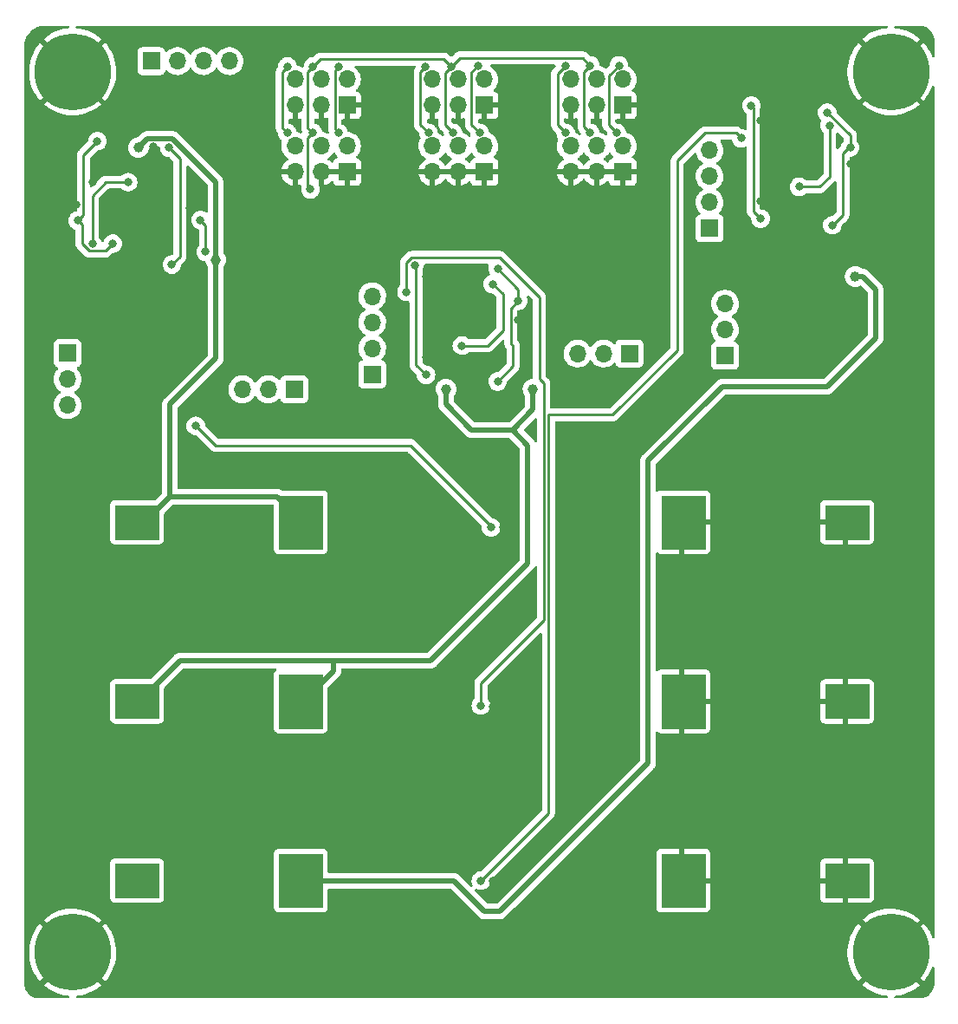
<source format=gbl>
%TF.GenerationSoftware,KiCad,Pcbnew,6.0.7*%
%TF.CreationDate,2022-11-21T22:22:26-06:00*%
%TF.ProjectId,CubesatPwrBoard,43756265-7361-4745-9077-72426f617264,rev?*%
%TF.SameCoordinates,Original*%
%TF.FileFunction,Copper,L2,Bot*%
%TF.FilePolarity,Positive*%
%FSLAX46Y46*%
G04 Gerber Fmt 4.6, Leading zero omitted, Abs format (unit mm)*
G04 Created by KiCad (PCBNEW 6.0.7) date 2022-11-21 22:22:26*
%MOMM*%
%LPD*%
G01*
G04 APERTURE LIST*
%TA.AperFunction,EtchedComponent*%
%ADD10C,0.010000*%
%TD*%
%TA.AperFunction,ComponentPad*%
%ADD11R,1.700000X1.700000*%
%TD*%
%TA.AperFunction,ComponentPad*%
%ADD12O,1.700000X1.700000*%
%TD*%
%TA.AperFunction,ComponentPad*%
%ADD13C,2.775000*%
%TD*%
%TA.AperFunction,ComponentPad*%
%ADD14C,7.500000*%
%TD*%
%TA.AperFunction,ViaPad*%
%ADD15C,0.800000*%
%TD*%
%TA.AperFunction,ViaPad*%
%ADD16C,1.000000*%
%TD*%
%TA.AperFunction,Conductor*%
%ADD17C,0.250000*%
%TD*%
%TA.AperFunction,Conductor*%
%ADD18C,0.500000*%
%TD*%
G04 APERTURE END LIST*
%TO.C,BT4*%
G36*
X171400000Y-111075000D02*
G01*
X171352000Y-111076000D01*
X171303000Y-111080000D01*
X171255000Y-111086000D01*
X171208000Y-111095000D01*
X171161000Y-111107000D01*
X171114000Y-111120000D01*
X171069000Y-111136000D01*
X171024000Y-111155000D01*
X170980000Y-111176000D01*
X170937000Y-111199000D01*
X170896000Y-111224000D01*
X170856000Y-111252000D01*
X170818000Y-111281000D01*
X170781000Y-111313000D01*
X170746000Y-111346000D01*
X170713000Y-111381000D01*
X170681000Y-111418000D01*
X170652000Y-111456000D01*
X170624000Y-111496000D01*
X170599000Y-111538000D01*
X170576000Y-111580000D01*
X170555000Y-111624000D01*
X170536000Y-111669000D01*
X170520000Y-111714000D01*
X170507000Y-111761000D01*
X170495000Y-111808000D01*
X170486000Y-111855000D01*
X170480000Y-111903000D01*
X170476000Y-111952000D01*
X170475000Y-112000000D01*
X170476000Y-112048000D01*
X170480000Y-112097000D01*
X170486000Y-112145000D01*
X170495000Y-112192000D01*
X170507000Y-112239000D01*
X170520000Y-112286000D01*
X170536000Y-112331000D01*
X170555000Y-112376000D01*
X170576000Y-112420000D01*
X170599000Y-112462000D01*
X170624000Y-112504000D01*
X170652000Y-112544000D01*
X170681000Y-112582000D01*
X170713000Y-112619000D01*
X170746000Y-112654000D01*
X170781000Y-112687000D01*
X170818000Y-112719000D01*
X170856000Y-112748000D01*
X170896000Y-112776000D01*
X170937000Y-112801000D01*
X170980000Y-112824000D01*
X171024000Y-112845000D01*
X171069000Y-112864000D01*
X171114000Y-112880000D01*
X171161000Y-112893000D01*
X171208000Y-112905000D01*
X171255000Y-112914000D01*
X171303000Y-112920000D01*
X171352000Y-112924000D01*
X171400000Y-112925000D01*
X171400000Y-114600000D01*
X169470000Y-114600000D01*
X169470000Y-109400000D01*
X171400000Y-109400000D01*
X171400000Y-111075000D01*
G37*
D10*
X171400000Y-111075000D02*
X171352000Y-111076000D01*
X171303000Y-111080000D01*
X171255000Y-111086000D01*
X171208000Y-111095000D01*
X171161000Y-111107000D01*
X171114000Y-111120000D01*
X171069000Y-111136000D01*
X171024000Y-111155000D01*
X170980000Y-111176000D01*
X170937000Y-111199000D01*
X170896000Y-111224000D01*
X170856000Y-111252000D01*
X170818000Y-111281000D01*
X170781000Y-111313000D01*
X170746000Y-111346000D01*
X170713000Y-111381000D01*
X170681000Y-111418000D01*
X170652000Y-111456000D01*
X170624000Y-111496000D01*
X170599000Y-111538000D01*
X170576000Y-111580000D01*
X170555000Y-111624000D01*
X170536000Y-111669000D01*
X170520000Y-111714000D01*
X170507000Y-111761000D01*
X170495000Y-111808000D01*
X170486000Y-111855000D01*
X170480000Y-111903000D01*
X170476000Y-111952000D01*
X170475000Y-112000000D01*
X170476000Y-112048000D01*
X170480000Y-112097000D01*
X170486000Y-112145000D01*
X170495000Y-112192000D01*
X170507000Y-112239000D01*
X170520000Y-112286000D01*
X170536000Y-112331000D01*
X170555000Y-112376000D01*
X170576000Y-112420000D01*
X170599000Y-112462000D01*
X170624000Y-112504000D01*
X170652000Y-112544000D01*
X170681000Y-112582000D01*
X170713000Y-112619000D01*
X170746000Y-112654000D01*
X170781000Y-112687000D01*
X170818000Y-112719000D01*
X170856000Y-112748000D01*
X170896000Y-112776000D01*
X170937000Y-112801000D01*
X170980000Y-112824000D01*
X171024000Y-112845000D01*
X171069000Y-112864000D01*
X171114000Y-112880000D01*
X171161000Y-112893000D01*
X171208000Y-112905000D01*
X171255000Y-112914000D01*
X171303000Y-112920000D01*
X171352000Y-112924000D01*
X171400000Y-112925000D01*
X171400000Y-114600000D01*
X169470000Y-114600000D01*
X169470000Y-109400000D01*
X171400000Y-109400000D01*
X171400000Y-111075000D01*
G36*
X187395000Y-111075000D02*
G01*
X187347000Y-111076000D01*
X187299000Y-111080000D01*
X187251000Y-111086000D01*
X187204000Y-111095000D01*
X187157000Y-111106000D01*
X187111000Y-111120000D01*
X187065000Y-111136000D01*
X187021000Y-111155000D01*
X186977000Y-111175000D01*
X186935000Y-111198000D01*
X186894000Y-111223000D01*
X186854000Y-111251000D01*
X186816000Y-111280000D01*
X186779000Y-111311000D01*
X186744000Y-111344000D01*
X186711000Y-111379000D01*
X186680000Y-111416000D01*
X186651000Y-111454000D01*
X186623000Y-111494000D01*
X186598000Y-111535000D01*
X186575000Y-111577000D01*
X186555000Y-111621000D01*
X186536000Y-111665000D01*
X186520000Y-111711000D01*
X186506000Y-111757000D01*
X186495000Y-111804000D01*
X186486000Y-111851000D01*
X186480000Y-111899000D01*
X186476000Y-111947000D01*
X186475000Y-111995000D01*
X186475000Y-112005000D01*
X186476000Y-112053000D01*
X186480000Y-112101000D01*
X186486000Y-112149000D01*
X186495000Y-112196000D01*
X186506000Y-112243000D01*
X186520000Y-112289000D01*
X186536000Y-112335000D01*
X186555000Y-112379000D01*
X186575000Y-112423000D01*
X186598000Y-112465000D01*
X186623000Y-112506000D01*
X186651000Y-112546000D01*
X186680000Y-112584000D01*
X186711000Y-112621000D01*
X186744000Y-112656000D01*
X186779000Y-112689000D01*
X186816000Y-112720000D01*
X186854000Y-112749000D01*
X186894000Y-112777000D01*
X186935000Y-112802000D01*
X186977000Y-112825000D01*
X187021000Y-112845000D01*
X187065000Y-112864000D01*
X187111000Y-112880000D01*
X187157000Y-112894000D01*
X187204000Y-112905000D01*
X187251000Y-112914000D01*
X187299000Y-112920000D01*
X187347000Y-112924000D01*
X187395000Y-112925000D01*
X187395000Y-113650000D01*
X185480000Y-113650000D01*
X185480000Y-110350000D01*
X187395000Y-110350000D01*
X187395000Y-111075000D01*
G37*
X187395000Y-111075000D02*
X187347000Y-111076000D01*
X187299000Y-111080000D01*
X187251000Y-111086000D01*
X187204000Y-111095000D01*
X187157000Y-111106000D01*
X187111000Y-111120000D01*
X187065000Y-111136000D01*
X187021000Y-111155000D01*
X186977000Y-111175000D01*
X186935000Y-111198000D01*
X186894000Y-111223000D01*
X186854000Y-111251000D01*
X186816000Y-111280000D01*
X186779000Y-111311000D01*
X186744000Y-111344000D01*
X186711000Y-111379000D01*
X186680000Y-111416000D01*
X186651000Y-111454000D01*
X186623000Y-111494000D01*
X186598000Y-111535000D01*
X186575000Y-111577000D01*
X186555000Y-111621000D01*
X186536000Y-111665000D01*
X186520000Y-111711000D01*
X186506000Y-111757000D01*
X186495000Y-111804000D01*
X186486000Y-111851000D01*
X186480000Y-111899000D01*
X186476000Y-111947000D01*
X186475000Y-111995000D01*
X186475000Y-112005000D01*
X186476000Y-112053000D01*
X186480000Y-112101000D01*
X186486000Y-112149000D01*
X186495000Y-112196000D01*
X186506000Y-112243000D01*
X186520000Y-112289000D01*
X186536000Y-112335000D01*
X186555000Y-112379000D01*
X186575000Y-112423000D01*
X186598000Y-112465000D01*
X186623000Y-112506000D01*
X186651000Y-112546000D01*
X186680000Y-112584000D01*
X186711000Y-112621000D01*
X186744000Y-112656000D01*
X186779000Y-112689000D01*
X186816000Y-112720000D01*
X186854000Y-112749000D01*
X186894000Y-112777000D01*
X186935000Y-112802000D01*
X186977000Y-112825000D01*
X187021000Y-112845000D01*
X187065000Y-112864000D01*
X187111000Y-112880000D01*
X187157000Y-112894000D01*
X187204000Y-112905000D01*
X187251000Y-112914000D01*
X187299000Y-112920000D01*
X187347000Y-112924000D01*
X187395000Y-112925000D01*
X187395000Y-113650000D01*
X185480000Y-113650000D01*
X185480000Y-110350000D01*
X187395000Y-110350000D01*
X187395000Y-111075000D01*
G36*
X173710000Y-114600000D02*
G01*
X171405000Y-114600000D01*
X171405000Y-112925000D01*
X171453000Y-112924000D01*
X171501000Y-112920000D01*
X171549000Y-112914000D01*
X171596000Y-112905000D01*
X171643000Y-112894000D01*
X171689000Y-112880000D01*
X171735000Y-112864000D01*
X171779000Y-112845000D01*
X171823000Y-112825000D01*
X171865000Y-112802000D01*
X171906000Y-112777000D01*
X171946000Y-112749000D01*
X171984000Y-112720000D01*
X172021000Y-112689000D01*
X172056000Y-112656000D01*
X172089000Y-112621000D01*
X172120000Y-112584000D01*
X172149000Y-112546000D01*
X172177000Y-112506000D01*
X172202000Y-112465000D01*
X172225000Y-112423000D01*
X172245000Y-112379000D01*
X172264000Y-112335000D01*
X172280000Y-112289000D01*
X172294000Y-112243000D01*
X172305000Y-112196000D01*
X172314000Y-112149000D01*
X172320000Y-112101000D01*
X172324000Y-112053000D01*
X172325000Y-112005000D01*
X172325000Y-111995000D01*
X172324000Y-111947000D01*
X172320000Y-111899000D01*
X172314000Y-111851000D01*
X172305000Y-111804000D01*
X172294000Y-111757000D01*
X172280000Y-111711000D01*
X172264000Y-111665000D01*
X172245000Y-111621000D01*
X172225000Y-111577000D01*
X172202000Y-111535000D01*
X172177000Y-111494000D01*
X172149000Y-111454000D01*
X172120000Y-111416000D01*
X172089000Y-111379000D01*
X172056000Y-111344000D01*
X172021000Y-111311000D01*
X171984000Y-111280000D01*
X171946000Y-111251000D01*
X171906000Y-111223000D01*
X171865000Y-111198000D01*
X171823000Y-111175000D01*
X171779000Y-111155000D01*
X171735000Y-111136000D01*
X171689000Y-111120000D01*
X171643000Y-111106000D01*
X171596000Y-111095000D01*
X171549000Y-111086000D01*
X171501000Y-111080000D01*
X171453000Y-111076000D01*
X171405000Y-111075000D01*
X171405000Y-109400000D01*
X173710000Y-109400000D01*
X173710000Y-114600000D01*
G37*
X173710000Y-114600000D02*
X171405000Y-114600000D01*
X171405000Y-112925000D01*
X171453000Y-112924000D01*
X171501000Y-112920000D01*
X171549000Y-112914000D01*
X171596000Y-112905000D01*
X171643000Y-112894000D01*
X171689000Y-112880000D01*
X171735000Y-112864000D01*
X171779000Y-112845000D01*
X171823000Y-112825000D01*
X171865000Y-112802000D01*
X171906000Y-112777000D01*
X171946000Y-112749000D01*
X171984000Y-112720000D01*
X172021000Y-112689000D01*
X172056000Y-112656000D01*
X172089000Y-112621000D01*
X172120000Y-112584000D01*
X172149000Y-112546000D01*
X172177000Y-112506000D01*
X172202000Y-112465000D01*
X172225000Y-112423000D01*
X172245000Y-112379000D01*
X172264000Y-112335000D01*
X172280000Y-112289000D01*
X172294000Y-112243000D01*
X172305000Y-112196000D01*
X172314000Y-112149000D01*
X172320000Y-112101000D01*
X172324000Y-112053000D01*
X172325000Y-112005000D01*
X172325000Y-111995000D01*
X172324000Y-111947000D01*
X172320000Y-111899000D01*
X172314000Y-111851000D01*
X172305000Y-111804000D01*
X172294000Y-111757000D01*
X172280000Y-111711000D01*
X172264000Y-111665000D01*
X172245000Y-111621000D01*
X172225000Y-111577000D01*
X172202000Y-111535000D01*
X172177000Y-111494000D01*
X172149000Y-111454000D01*
X172120000Y-111416000D01*
X172089000Y-111379000D01*
X172056000Y-111344000D01*
X172021000Y-111311000D01*
X171984000Y-111280000D01*
X171946000Y-111251000D01*
X171906000Y-111223000D01*
X171865000Y-111198000D01*
X171823000Y-111175000D01*
X171779000Y-111155000D01*
X171735000Y-111136000D01*
X171689000Y-111120000D01*
X171643000Y-111106000D01*
X171596000Y-111095000D01*
X171549000Y-111086000D01*
X171501000Y-111080000D01*
X171453000Y-111076000D01*
X171405000Y-111075000D01*
X171405000Y-109400000D01*
X173710000Y-109400000D01*
X173710000Y-114600000D01*
G36*
X189720000Y-113650000D02*
G01*
X187400000Y-113650000D01*
X187400000Y-112925000D01*
X187448000Y-112924000D01*
X187497000Y-112920000D01*
X187545000Y-112914000D01*
X187592000Y-112905000D01*
X187639000Y-112893000D01*
X187686000Y-112880000D01*
X187731000Y-112864000D01*
X187776000Y-112845000D01*
X187820000Y-112824000D01*
X187863000Y-112801000D01*
X187904000Y-112776000D01*
X187944000Y-112748000D01*
X187982000Y-112719000D01*
X188019000Y-112687000D01*
X188054000Y-112654000D01*
X188087000Y-112619000D01*
X188119000Y-112582000D01*
X188148000Y-112544000D01*
X188176000Y-112504000D01*
X188201000Y-112462000D01*
X188224000Y-112420000D01*
X188245000Y-112376000D01*
X188264000Y-112331000D01*
X188280000Y-112286000D01*
X188293000Y-112239000D01*
X188305000Y-112192000D01*
X188314000Y-112145000D01*
X188320000Y-112097000D01*
X188324000Y-112048000D01*
X188325000Y-112000000D01*
X188324000Y-111952000D01*
X188320000Y-111903000D01*
X188314000Y-111855000D01*
X188305000Y-111808000D01*
X188293000Y-111761000D01*
X188280000Y-111714000D01*
X188264000Y-111669000D01*
X188245000Y-111624000D01*
X188224000Y-111580000D01*
X188201000Y-111538000D01*
X188176000Y-111496000D01*
X188148000Y-111456000D01*
X188119000Y-111418000D01*
X188087000Y-111381000D01*
X188054000Y-111346000D01*
X188019000Y-111313000D01*
X187982000Y-111281000D01*
X187944000Y-111252000D01*
X187904000Y-111224000D01*
X187863000Y-111199000D01*
X187820000Y-111176000D01*
X187776000Y-111155000D01*
X187731000Y-111136000D01*
X187686000Y-111120000D01*
X187639000Y-111107000D01*
X187592000Y-111095000D01*
X187545000Y-111086000D01*
X187497000Y-111080000D01*
X187448000Y-111076000D01*
X187400000Y-111075000D01*
X187400000Y-110350000D01*
X189720000Y-110350000D01*
X189720000Y-113650000D01*
G37*
X189720000Y-113650000D02*
X187400000Y-113650000D01*
X187400000Y-112925000D01*
X187448000Y-112924000D01*
X187497000Y-112920000D01*
X187545000Y-112914000D01*
X187592000Y-112905000D01*
X187639000Y-112893000D01*
X187686000Y-112880000D01*
X187731000Y-112864000D01*
X187776000Y-112845000D01*
X187820000Y-112824000D01*
X187863000Y-112801000D01*
X187904000Y-112776000D01*
X187944000Y-112748000D01*
X187982000Y-112719000D01*
X188019000Y-112687000D01*
X188054000Y-112654000D01*
X188087000Y-112619000D01*
X188119000Y-112582000D01*
X188148000Y-112544000D01*
X188176000Y-112504000D01*
X188201000Y-112462000D01*
X188224000Y-112420000D01*
X188245000Y-112376000D01*
X188264000Y-112331000D01*
X188280000Y-112286000D01*
X188293000Y-112239000D01*
X188305000Y-112192000D01*
X188314000Y-112145000D01*
X188320000Y-112097000D01*
X188324000Y-112048000D01*
X188325000Y-112000000D01*
X188324000Y-111952000D01*
X188320000Y-111903000D01*
X188314000Y-111855000D01*
X188305000Y-111808000D01*
X188293000Y-111761000D01*
X188280000Y-111714000D01*
X188264000Y-111669000D01*
X188245000Y-111624000D01*
X188224000Y-111580000D01*
X188201000Y-111538000D01*
X188176000Y-111496000D01*
X188148000Y-111456000D01*
X188119000Y-111418000D01*
X188087000Y-111381000D01*
X188054000Y-111346000D01*
X188019000Y-111313000D01*
X187982000Y-111281000D01*
X187944000Y-111252000D01*
X187904000Y-111224000D01*
X187863000Y-111199000D01*
X187820000Y-111176000D01*
X187776000Y-111155000D01*
X187731000Y-111136000D01*
X187686000Y-111120000D01*
X187639000Y-111107000D01*
X187592000Y-111095000D01*
X187545000Y-111086000D01*
X187497000Y-111080000D01*
X187448000Y-111076000D01*
X187400000Y-111075000D01*
X187400000Y-110350000D01*
X189720000Y-110350000D01*
X189720000Y-113650000D01*
%TO.C,BT6*%
G36*
X171400000Y-128575000D02*
G01*
X171352000Y-128576000D01*
X171303000Y-128580000D01*
X171255000Y-128586000D01*
X171208000Y-128595000D01*
X171161000Y-128607000D01*
X171114000Y-128620000D01*
X171069000Y-128636000D01*
X171024000Y-128655000D01*
X170980000Y-128676000D01*
X170937000Y-128699000D01*
X170896000Y-128724000D01*
X170856000Y-128752000D01*
X170818000Y-128781000D01*
X170781000Y-128813000D01*
X170746000Y-128846000D01*
X170713000Y-128881000D01*
X170681000Y-128918000D01*
X170652000Y-128956000D01*
X170624000Y-128996000D01*
X170599000Y-129038000D01*
X170576000Y-129080000D01*
X170555000Y-129124000D01*
X170536000Y-129169000D01*
X170520000Y-129214000D01*
X170507000Y-129261000D01*
X170495000Y-129308000D01*
X170486000Y-129355000D01*
X170480000Y-129403000D01*
X170476000Y-129452000D01*
X170475000Y-129500000D01*
X170476000Y-129548000D01*
X170480000Y-129597000D01*
X170486000Y-129645000D01*
X170495000Y-129692000D01*
X170507000Y-129739000D01*
X170520000Y-129786000D01*
X170536000Y-129831000D01*
X170555000Y-129876000D01*
X170576000Y-129920000D01*
X170599000Y-129962000D01*
X170624000Y-130004000D01*
X170652000Y-130044000D01*
X170681000Y-130082000D01*
X170713000Y-130119000D01*
X170746000Y-130154000D01*
X170781000Y-130187000D01*
X170818000Y-130219000D01*
X170856000Y-130248000D01*
X170896000Y-130276000D01*
X170937000Y-130301000D01*
X170980000Y-130324000D01*
X171024000Y-130345000D01*
X171069000Y-130364000D01*
X171114000Y-130380000D01*
X171161000Y-130393000D01*
X171208000Y-130405000D01*
X171255000Y-130414000D01*
X171303000Y-130420000D01*
X171352000Y-130424000D01*
X171400000Y-130425000D01*
X171400000Y-132100000D01*
X169470000Y-132100000D01*
X169470000Y-126900000D01*
X171400000Y-126900000D01*
X171400000Y-128575000D01*
G37*
X171400000Y-128575000D02*
X171352000Y-128576000D01*
X171303000Y-128580000D01*
X171255000Y-128586000D01*
X171208000Y-128595000D01*
X171161000Y-128607000D01*
X171114000Y-128620000D01*
X171069000Y-128636000D01*
X171024000Y-128655000D01*
X170980000Y-128676000D01*
X170937000Y-128699000D01*
X170896000Y-128724000D01*
X170856000Y-128752000D01*
X170818000Y-128781000D01*
X170781000Y-128813000D01*
X170746000Y-128846000D01*
X170713000Y-128881000D01*
X170681000Y-128918000D01*
X170652000Y-128956000D01*
X170624000Y-128996000D01*
X170599000Y-129038000D01*
X170576000Y-129080000D01*
X170555000Y-129124000D01*
X170536000Y-129169000D01*
X170520000Y-129214000D01*
X170507000Y-129261000D01*
X170495000Y-129308000D01*
X170486000Y-129355000D01*
X170480000Y-129403000D01*
X170476000Y-129452000D01*
X170475000Y-129500000D01*
X170476000Y-129548000D01*
X170480000Y-129597000D01*
X170486000Y-129645000D01*
X170495000Y-129692000D01*
X170507000Y-129739000D01*
X170520000Y-129786000D01*
X170536000Y-129831000D01*
X170555000Y-129876000D01*
X170576000Y-129920000D01*
X170599000Y-129962000D01*
X170624000Y-130004000D01*
X170652000Y-130044000D01*
X170681000Y-130082000D01*
X170713000Y-130119000D01*
X170746000Y-130154000D01*
X170781000Y-130187000D01*
X170818000Y-130219000D01*
X170856000Y-130248000D01*
X170896000Y-130276000D01*
X170937000Y-130301000D01*
X170980000Y-130324000D01*
X171024000Y-130345000D01*
X171069000Y-130364000D01*
X171114000Y-130380000D01*
X171161000Y-130393000D01*
X171208000Y-130405000D01*
X171255000Y-130414000D01*
X171303000Y-130420000D01*
X171352000Y-130424000D01*
X171400000Y-130425000D01*
X171400000Y-132100000D01*
X169470000Y-132100000D01*
X169470000Y-126900000D01*
X171400000Y-126900000D01*
X171400000Y-128575000D01*
G36*
X187395000Y-128575000D02*
G01*
X187347000Y-128576000D01*
X187299000Y-128580000D01*
X187251000Y-128586000D01*
X187204000Y-128595000D01*
X187157000Y-128606000D01*
X187111000Y-128620000D01*
X187065000Y-128636000D01*
X187021000Y-128655000D01*
X186977000Y-128675000D01*
X186935000Y-128698000D01*
X186894000Y-128723000D01*
X186854000Y-128751000D01*
X186816000Y-128780000D01*
X186779000Y-128811000D01*
X186744000Y-128844000D01*
X186711000Y-128879000D01*
X186680000Y-128916000D01*
X186651000Y-128954000D01*
X186623000Y-128994000D01*
X186598000Y-129035000D01*
X186575000Y-129077000D01*
X186555000Y-129121000D01*
X186536000Y-129165000D01*
X186520000Y-129211000D01*
X186506000Y-129257000D01*
X186495000Y-129304000D01*
X186486000Y-129351000D01*
X186480000Y-129399000D01*
X186476000Y-129447000D01*
X186475000Y-129495000D01*
X186475000Y-129505000D01*
X186476000Y-129553000D01*
X186480000Y-129601000D01*
X186486000Y-129649000D01*
X186495000Y-129696000D01*
X186506000Y-129743000D01*
X186520000Y-129789000D01*
X186536000Y-129835000D01*
X186555000Y-129879000D01*
X186575000Y-129923000D01*
X186598000Y-129965000D01*
X186623000Y-130006000D01*
X186651000Y-130046000D01*
X186680000Y-130084000D01*
X186711000Y-130121000D01*
X186744000Y-130156000D01*
X186779000Y-130189000D01*
X186816000Y-130220000D01*
X186854000Y-130249000D01*
X186894000Y-130277000D01*
X186935000Y-130302000D01*
X186977000Y-130325000D01*
X187021000Y-130345000D01*
X187065000Y-130364000D01*
X187111000Y-130380000D01*
X187157000Y-130394000D01*
X187204000Y-130405000D01*
X187251000Y-130414000D01*
X187299000Y-130420000D01*
X187347000Y-130424000D01*
X187395000Y-130425000D01*
X187395000Y-131150000D01*
X185480000Y-131150000D01*
X185480000Y-127850000D01*
X187395000Y-127850000D01*
X187395000Y-128575000D01*
G37*
X187395000Y-128575000D02*
X187347000Y-128576000D01*
X187299000Y-128580000D01*
X187251000Y-128586000D01*
X187204000Y-128595000D01*
X187157000Y-128606000D01*
X187111000Y-128620000D01*
X187065000Y-128636000D01*
X187021000Y-128655000D01*
X186977000Y-128675000D01*
X186935000Y-128698000D01*
X186894000Y-128723000D01*
X186854000Y-128751000D01*
X186816000Y-128780000D01*
X186779000Y-128811000D01*
X186744000Y-128844000D01*
X186711000Y-128879000D01*
X186680000Y-128916000D01*
X186651000Y-128954000D01*
X186623000Y-128994000D01*
X186598000Y-129035000D01*
X186575000Y-129077000D01*
X186555000Y-129121000D01*
X186536000Y-129165000D01*
X186520000Y-129211000D01*
X186506000Y-129257000D01*
X186495000Y-129304000D01*
X186486000Y-129351000D01*
X186480000Y-129399000D01*
X186476000Y-129447000D01*
X186475000Y-129495000D01*
X186475000Y-129505000D01*
X186476000Y-129553000D01*
X186480000Y-129601000D01*
X186486000Y-129649000D01*
X186495000Y-129696000D01*
X186506000Y-129743000D01*
X186520000Y-129789000D01*
X186536000Y-129835000D01*
X186555000Y-129879000D01*
X186575000Y-129923000D01*
X186598000Y-129965000D01*
X186623000Y-130006000D01*
X186651000Y-130046000D01*
X186680000Y-130084000D01*
X186711000Y-130121000D01*
X186744000Y-130156000D01*
X186779000Y-130189000D01*
X186816000Y-130220000D01*
X186854000Y-130249000D01*
X186894000Y-130277000D01*
X186935000Y-130302000D01*
X186977000Y-130325000D01*
X187021000Y-130345000D01*
X187065000Y-130364000D01*
X187111000Y-130380000D01*
X187157000Y-130394000D01*
X187204000Y-130405000D01*
X187251000Y-130414000D01*
X187299000Y-130420000D01*
X187347000Y-130424000D01*
X187395000Y-130425000D01*
X187395000Y-131150000D01*
X185480000Y-131150000D01*
X185480000Y-127850000D01*
X187395000Y-127850000D01*
X187395000Y-128575000D01*
G36*
X189720000Y-131150000D02*
G01*
X187400000Y-131150000D01*
X187400000Y-130425000D01*
X187448000Y-130424000D01*
X187497000Y-130420000D01*
X187545000Y-130414000D01*
X187592000Y-130405000D01*
X187639000Y-130393000D01*
X187686000Y-130380000D01*
X187731000Y-130364000D01*
X187776000Y-130345000D01*
X187820000Y-130324000D01*
X187863000Y-130301000D01*
X187904000Y-130276000D01*
X187944000Y-130248000D01*
X187982000Y-130219000D01*
X188019000Y-130187000D01*
X188054000Y-130154000D01*
X188087000Y-130119000D01*
X188119000Y-130082000D01*
X188148000Y-130044000D01*
X188176000Y-130004000D01*
X188201000Y-129962000D01*
X188224000Y-129920000D01*
X188245000Y-129876000D01*
X188264000Y-129831000D01*
X188280000Y-129786000D01*
X188293000Y-129739000D01*
X188305000Y-129692000D01*
X188314000Y-129645000D01*
X188320000Y-129597000D01*
X188324000Y-129548000D01*
X188325000Y-129500000D01*
X188324000Y-129452000D01*
X188320000Y-129403000D01*
X188314000Y-129355000D01*
X188305000Y-129308000D01*
X188293000Y-129261000D01*
X188280000Y-129214000D01*
X188264000Y-129169000D01*
X188245000Y-129124000D01*
X188224000Y-129080000D01*
X188201000Y-129038000D01*
X188176000Y-128996000D01*
X188148000Y-128956000D01*
X188119000Y-128918000D01*
X188087000Y-128881000D01*
X188054000Y-128846000D01*
X188019000Y-128813000D01*
X187982000Y-128781000D01*
X187944000Y-128752000D01*
X187904000Y-128724000D01*
X187863000Y-128699000D01*
X187820000Y-128676000D01*
X187776000Y-128655000D01*
X187731000Y-128636000D01*
X187686000Y-128620000D01*
X187639000Y-128607000D01*
X187592000Y-128595000D01*
X187545000Y-128586000D01*
X187497000Y-128580000D01*
X187448000Y-128576000D01*
X187400000Y-128575000D01*
X187400000Y-127850000D01*
X189720000Y-127850000D01*
X189720000Y-131150000D01*
G37*
X189720000Y-131150000D02*
X187400000Y-131150000D01*
X187400000Y-130425000D01*
X187448000Y-130424000D01*
X187497000Y-130420000D01*
X187545000Y-130414000D01*
X187592000Y-130405000D01*
X187639000Y-130393000D01*
X187686000Y-130380000D01*
X187731000Y-130364000D01*
X187776000Y-130345000D01*
X187820000Y-130324000D01*
X187863000Y-130301000D01*
X187904000Y-130276000D01*
X187944000Y-130248000D01*
X187982000Y-130219000D01*
X188019000Y-130187000D01*
X188054000Y-130154000D01*
X188087000Y-130119000D01*
X188119000Y-130082000D01*
X188148000Y-130044000D01*
X188176000Y-130004000D01*
X188201000Y-129962000D01*
X188224000Y-129920000D01*
X188245000Y-129876000D01*
X188264000Y-129831000D01*
X188280000Y-129786000D01*
X188293000Y-129739000D01*
X188305000Y-129692000D01*
X188314000Y-129645000D01*
X188320000Y-129597000D01*
X188324000Y-129548000D01*
X188325000Y-129500000D01*
X188324000Y-129452000D01*
X188320000Y-129403000D01*
X188314000Y-129355000D01*
X188305000Y-129308000D01*
X188293000Y-129261000D01*
X188280000Y-129214000D01*
X188264000Y-129169000D01*
X188245000Y-129124000D01*
X188224000Y-129080000D01*
X188201000Y-129038000D01*
X188176000Y-128996000D01*
X188148000Y-128956000D01*
X188119000Y-128918000D01*
X188087000Y-128881000D01*
X188054000Y-128846000D01*
X188019000Y-128813000D01*
X187982000Y-128781000D01*
X187944000Y-128752000D01*
X187904000Y-128724000D01*
X187863000Y-128699000D01*
X187820000Y-128676000D01*
X187776000Y-128655000D01*
X187731000Y-128636000D01*
X187686000Y-128620000D01*
X187639000Y-128607000D01*
X187592000Y-128595000D01*
X187545000Y-128586000D01*
X187497000Y-128580000D01*
X187448000Y-128576000D01*
X187400000Y-128575000D01*
X187400000Y-127850000D01*
X189720000Y-127850000D01*
X189720000Y-131150000D01*
G36*
X173710000Y-132100000D02*
G01*
X171405000Y-132100000D01*
X171405000Y-130425000D01*
X171453000Y-130424000D01*
X171501000Y-130420000D01*
X171549000Y-130414000D01*
X171596000Y-130405000D01*
X171643000Y-130394000D01*
X171689000Y-130380000D01*
X171735000Y-130364000D01*
X171779000Y-130345000D01*
X171823000Y-130325000D01*
X171865000Y-130302000D01*
X171906000Y-130277000D01*
X171946000Y-130249000D01*
X171984000Y-130220000D01*
X172021000Y-130189000D01*
X172056000Y-130156000D01*
X172089000Y-130121000D01*
X172120000Y-130084000D01*
X172149000Y-130046000D01*
X172177000Y-130006000D01*
X172202000Y-129965000D01*
X172225000Y-129923000D01*
X172245000Y-129879000D01*
X172264000Y-129835000D01*
X172280000Y-129789000D01*
X172294000Y-129743000D01*
X172305000Y-129696000D01*
X172314000Y-129649000D01*
X172320000Y-129601000D01*
X172324000Y-129553000D01*
X172325000Y-129505000D01*
X172325000Y-129495000D01*
X172324000Y-129447000D01*
X172320000Y-129399000D01*
X172314000Y-129351000D01*
X172305000Y-129304000D01*
X172294000Y-129257000D01*
X172280000Y-129211000D01*
X172264000Y-129165000D01*
X172245000Y-129121000D01*
X172225000Y-129077000D01*
X172202000Y-129035000D01*
X172177000Y-128994000D01*
X172149000Y-128954000D01*
X172120000Y-128916000D01*
X172089000Y-128879000D01*
X172056000Y-128844000D01*
X172021000Y-128811000D01*
X171984000Y-128780000D01*
X171946000Y-128751000D01*
X171906000Y-128723000D01*
X171865000Y-128698000D01*
X171823000Y-128675000D01*
X171779000Y-128655000D01*
X171735000Y-128636000D01*
X171689000Y-128620000D01*
X171643000Y-128606000D01*
X171596000Y-128595000D01*
X171549000Y-128586000D01*
X171501000Y-128580000D01*
X171453000Y-128576000D01*
X171405000Y-128575000D01*
X171405000Y-126900000D01*
X173710000Y-126900000D01*
X173710000Y-132100000D01*
G37*
X173710000Y-132100000D02*
X171405000Y-132100000D01*
X171405000Y-130425000D01*
X171453000Y-130424000D01*
X171501000Y-130420000D01*
X171549000Y-130414000D01*
X171596000Y-130405000D01*
X171643000Y-130394000D01*
X171689000Y-130380000D01*
X171735000Y-130364000D01*
X171779000Y-130345000D01*
X171823000Y-130325000D01*
X171865000Y-130302000D01*
X171906000Y-130277000D01*
X171946000Y-130249000D01*
X171984000Y-130220000D01*
X172021000Y-130189000D01*
X172056000Y-130156000D01*
X172089000Y-130121000D01*
X172120000Y-130084000D01*
X172149000Y-130046000D01*
X172177000Y-130006000D01*
X172202000Y-129965000D01*
X172225000Y-129923000D01*
X172245000Y-129879000D01*
X172264000Y-129835000D01*
X172280000Y-129789000D01*
X172294000Y-129743000D01*
X172305000Y-129696000D01*
X172314000Y-129649000D01*
X172320000Y-129601000D01*
X172324000Y-129553000D01*
X172325000Y-129505000D01*
X172325000Y-129495000D01*
X172324000Y-129447000D01*
X172320000Y-129399000D01*
X172314000Y-129351000D01*
X172305000Y-129304000D01*
X172294000Y-129257000D01*
X172280000Y-129211000D01*
X172264000Y-129165000D01*
X172245000Y-129121000D01*
X172225000Y-129077000D01*
X172202000Y-129035000D01*
X172177000Y-128994000D01*
X172149000Y-128954000D01*
X172120000Y-128916000D01*
X172089000Y-128879000D01*
X172056000Y-128844000D01*
X172021000Y-128811000D01*
X171984000Y-128780000D01*
X171946000Y-128751000D01*
X171906000Y-128723000D01*
X171865000Y-128698000D01*
X171823000Y-128675000D01*
X171779000Y-128655000D01*
X171735000Y-128636000D01*
X171689000Y-128620000D01*
X171643000Y-128606000D01*
X171596000Y-128595000D01*
X171549000Y-128586000D01*
X171501000Y-128580000D01*
X171453000Y-128576000D01*
X171405000Y-128575000D01*
X171405000Y-126900000D01*
X173710000Y-126900000D01*
X173710000Y-132100000D01*
%TO.C,BT5*%
G36*
X120320000Y-131150000D02*
G01*
X118405000Y-131150000D01*
X118405000Y-130425000D01*
X118453000Y-130424000D01*
X118501000Y-130420000D01*
X118549000Y-130414000D01*
X118596000Y-130405000D01*
X118643000Y-130394000D01*
X118689000Y-130380000D01*
X118735000Y-130364000D01*
X118779000Y-130345000D01*
X118823000Y-130325000D01*
X118865000Y-130302000D01*
X118906000Y-130277000D01*
X118946000Y-130249000D01*
X118984000Y-130220000D01*
X119021000Y-130189000D01*
X119056000Y-130156000D01*
X119089000Y-130121000D01*
X119120000Y-130084000D01*
X119149000Y-130046000D01*
X119177000Y-130006000D01*
X119202000Y-129965000D01*
X119225000Y-129923000D01*
X119245000Y-129879000D01*
X119264000Y-129835000D01*
X119280000Y-129789000D01*
X119294000Y-129743000D01*
X119305000Y-129696000D01*
X119314000Y-129649000D01*
X119320000Y-129601000D01*
X119324000Y-129553000D01*
X119325000Y-129505000D01*
X119325000Y-129495000D01*
X119324000Y-129447000D01*
X119320000Y-129399000D01*
X119314000Y-129351000D01*
X119305000Y-129304000D01*
X119294000Y-129257000D01*
X119280000Y-129211000D01*
X119264000Y-129165000D01*
X119245000Y-129121000D01*
X119225000Y-129077000D01*
X119202000Y-129035000D01*
X119177000Y-128994000D01*
X119149000Y-128954000D01*
X119120000Y-128916000D01*
X119089000Y-128879000D01*
X119056000Y-128844000D01*
X119021000Y-128811000D01*
X118984000Y-128780000D01*
X118946000Y-128751000D01*
X118906000Y-128723000D01*
X118865000Y-128698000D01*
X118823000Y-128675000D01*
X118779000Y-128655000D01*
X118735000Y-128636000D01*
X118689000Y-128620000D01*
X118643000Y-128606000D01*
X118596000Y-128595000D01*
X118549000Y-128586000D01*
X118501000Y-128580000D01*
X118453000Y-128576000D01*
X118405000Y-128575000D01*
X118405000Y-127850000D01*
X120320000Y-127850000D01*
X120320000Y-131150000D01*
G37*
X120320000Y-131150000D02*
X118405000Y-131150000D01*
X118405000Y-130425000D01*
X118453000Y-130424000D01*
X118501000Y-130420000D01*
X118549000Y-130414000D01*
X118596000Y-130405000D01*
X118643000Y-130394000D01*
X118689000Y-130380000D01*
X118735000Y-130364000D01*
X118779000Y-130345000D01*
X118823000Y-130325000D01*
X118865000Y-130302000D01*
X118906000Y-130277000D01*
X118946000Y-130249000D01*
X118984000Y-130220000D01*
X119021000Y-130189000D01*
X119056000Y-130156000D01*
X119089000Y-130121000D01*
X119120000Y-130084000D01*
X119149000Y-130046000D01*
X119177000Y-130006000D01*
X119202000Y-129965000D01*
X119225000Y-129923000D01*
X119245000Y-129879000D01*
X119264000Y-129835000D01*
X119280000Y-129789000D01*
X119294000Y-129743000D01*
X119305000Y-129696000D01*
X119314000Y-129649000D01*
X119320000Y-129601000D01*
X119324000Y-129553000D01*
X119325000Y-129505000D01*
X119325000Y-129495000D01*
X119324000Y-129447000D01*
X119320000Y-129399000D01*
X119314000Y-129351000D01*
X119305000Y-129304000D01*
X119294000Y-129257000D01*
X119280000Y-129211000D01*
X119264000Y-129165000D01*
X119245000Y-129121000D01*
X119225000Y-129077000D01*
X119202000Y-129035000D01*
X119177000Y-128994000D01*
X119149000Y-128954000D01*
X119120000Y-128916000D01*
X119089000Y-128879000D01*
X119056000Y-128844000D01*
X119021000Y-128811000D01*
X118984000Y-128780000D01*
X118946000Y-128751000D01*
X118906000Y-128723000D01*
X118865000Y-128698000D01*
X118823000Y-128675000D01*
X118779000Y-128655000D01*
X118735000Y-128636000D01*
X118689000Y-128620000D01*
X118643000Y-128606000D01*
X118596000Y-128595000D01*
X118549000Y-128586000D01*
X118501000Y-128580000D01*
X118453000Y-128576000D01*
X118405000Y-128575000D01*
X118405000Y-127850000D01*
X120320000Y-127850000D01*
X120320000Y-131150000D01*
G36*
X118400000Y-128575000D02*
G01*
X118352000Y-128576000D01*
X118303000Y-128580000D01*
X118255000Y-128586000D01*
X118208000Y-128595000D01*
X118161000Y-128607000D01*
X118114000Y-128620000D01*
X118069000Y-128636000D01*
X118024000Y-128655000D01*
X117980000Y-128676000D01*
X117937000Y-128699000D01*
X117896000Y-128724000D01*
X117856000Y-128752000D01*
X117818000Y-128781000D01*
X117781000Y-128813000D01*
X117746000Y-128846000D01*
X117713000Y-128881000D01*
X117681000Y-128918000D01*
X117652000Y-128956000D01*
X117624000Y-128996000D01*
X117599000Y-129038000D01*
X117576000Y-129080000D01*
X117555000Y-129124000D01*
X117536000Y-129169000D01*
X117520000Y-129214000D01*
X117507000Y-129261000D01*
X117495000Y-129308000D01*
X117486000Y-129355000D01*
X117480000Y-129403000D01*
X117476000Y-129452000D01*
X117475000Y-129500000D01*
X117476000Y-129548000D01*
X117480000Y-129597000D01*
X117486000Y-129645000D01*
X117495000Y-129692000D01*
X117507000Y-129739000D01*
X117520000Y-129786000D01*
X117536000Y-129831000D01*
X117555000Y-129876000D01*
X117576000Y-129920000D01*
X117599000Y-129962000D01*
X117624000Y-130004000D01*
X117652000Y-130044000D01*
X117681000Y-130082000D01*
X117713000Y-130119000D01*
X117746000Y-130154000D01*
X117781000Y-130187000D01*
X117818000Y-130219000D01*
X117856000Y-130248000D01*
X117896000Y-130276000D01*
X117937000Y-130301000D01*
X117980000Y-130324000D01*
X118024000Y-130345000D01*
X118069000Y-130364000D01*
X118114000Y-130380000D01*
X118161000Y-130393000D01*
X118208000Y-130405000D01*
X118255000Y-130414000D01*
X118303000Y-130420000D01*
X118352000Y-130424000D01*
X118400000Y-130425000D01*
X118400000Y-131150000D01*
X116080000Y-131150000D01*
X116080000Y-127850000D01*
X118400000Y-127850000D01*
X118400000Y-128575000D01*
G37*
X118400000Y-128575000D02*
X118352000Y-128576000D01*
X118303000Y-128580000D01*
X118255000Y-128586000D01*
X118208000Y-128595000D01*
X118161000Y-128607000D01*
X118114000Y-128620000D01*
X118069000Y-128636000D01*
X118024000Y-128655000D01*
X117980000Y-128676000D01*
X117937000Y-128699000D01*
X117896000Y-128724000D01*
X117856000Y-128752000D01*
X117818000Y-128781000D01*
X117781000Y-128813000D01*
X117746000Y-128846000D01*
X117713000Y-128881000D01*
X117681000Y-128918000D01*
X117652000Y-128956000D01*
X117624000Y-128996000D01*
X117599000Y-129038000D01*
X117576000Y-129080000D01*
X117555000Y-129124000D01*
X117536000Y-129169000D01*
X117520000Y-129214000D01*
X117507000Y-129261000D01*
X117495000Y-129308000D01*
X117486000Y-129355000D01*
X117480000Y-129403000D01*
X117476000Y-129452000D01*
X117475000Y-129500000D01*
X117476000Y-129548000D01*
X117480000Y-129597000D01*
X117486000Y-129645000D01*
X117495000Y-129692000D01*
X117507000Y-129739000D01*
X117520000Y-129786000D01*
X117536000Y-129831000D01*
X117555000Y-129876000D01*
X117576000Y-129920000D01*
X117599000Y-129962000D01*
X117624000Y-130004000D01*
X117652000Y-130044000D01*
X117681000Y-130082000D01*
X117713000Y-130119000D01*
X117746000Y-130154000D01*
X117781000Y-130187000D01*
X117818000Y-130219000D01*
X117856000Y-130248000D01*
X117896000Y-130276000D01*
X117937000Y-130301000D01*
X117980000Y-130324000D01*
X118024000Y-130345000D01*
X118069000Y-130364000D01*
X118114000Y-130380000D01*
X118161000Y-130393000D01*
X118208000Y-130405000D01*
X118255000Y-130414000D01*
X118303000Y-130420000D01*
X118352000Y-130424000D01*
X118400000Y-130425000D01*
X118400000Y-131150000D01*
X116080000Y-131150000D01*
X116080000Y-127850000D01*
X118400000Y-127850000D01*
X118400000Y-128575000D01*
G36*
X134395000Y-128575000D02*
G01*
X134347000Y-128576000D01*
X134299000Y-128580000D01*
X134251000Y-128586000D01*
X134204000Y-128595000D01*
X134157000Y-128606000D01*
X134111000Y-128620000D01*
X134065000Y-128636000D01*
X134021000Y-128655000D01*
X133977000Y-128675000D01*
X133935000Y-128698000D01*
X133894000Y-128723000D01*
X133854000Y-128751000D01*
X133816000Y-128780000D01*
X133779000Y-128811000D01*
X133744000Y-128844000D01*
X133711000Y-128879000D01*
X133680000Y-128916000D01*
X133651000Y-128954000D01*
X133623000Y-128994000D01*
X133598000Y-129035000D01*
X133575000Y-129077000D01*
X133555000Y-129121000D01*
X133536000Y-129165000D01*
X133520000Y-129211000D01*
X133506000Y-129257000D01*
X133495000Y-129304000D01*
X133486000Y-129351000D01*
X133480000Y-129399000D01*
X133476000Y-129447000D01*
X133475000Y-129495000D01*
X133475000Y-129505000D01*
X133476000Y-129553000D01*
X133480000Y-129601000D01*
X133486000Y-129649000D01*
X133495000Y-129696000D01*
X133506000Y-129743000D01*
X133520000Y-129789000D01*
X133536000Y-129835000D01*
X133555000Y-129879000D01*
X133575000Y-129923000D01*
X133598000Y-129965000D01*
X133623000Y-130006000D01*
X133651000Y-130046000D01*
X133680000Y-130084000D01*
X133711000Y-130121000D01*
X133744000Y-130156000D01*
X133779000Y-130189000D01*
X133816000Y-130220000D01*
X133854000Y-130249000D01*
X133894000Y-130277000D01*
X133935000Y-130302000D01*
X133977000Y-130325000D01*
X134021000Y-130345000D01*
X134065000Y-130364000D01*
X134111000Y-130380000D01*
X134157000Y-130394000D01*
X134204000Y-130405000D01*
X134251000Y-130414000D01*
X134299000Y-130420000D01*
X134347000Y-130424000D01*
X134395000Y-130425000D01*
X134395000Y-132100000D01*
X132090000Y-132100000D01*
X132090000Y-126900000D01*
X134395000Y-126900000D01*
X134395000Y-128575000D01*
G37*
X134395000Y-128575000D02*
X134347000Y-128576000D01*
X134299000Y-128580000D01*
X134251000Y-128586000D01*
X134204000Y-128595000D01*
X134157000Y-128606000D01*
X134111000Y-128620000D01*
X134065000Y-128636000D01*
X134021000Y-128655000D01*
X133977000Y-128675000D01*
X133935000Y-128698000D01*
X133894000Y-128723000D01*
X133854000Y-128751000D01*
X133816000Y-128780000D01*
X133779000Y-128811000D01*
X133744000Y-128844000D01*
X133711000Y-128879000D01*
X133680000Y-128916000D01*
X133651000Y-128954000D01*
X133623000Y-128994000D01*
X133598000Y-129035000D01*
X133575000Y-129077000D01*
X133555000Y-129121000D01*
X133536000Y-129165000D01*
X133520000Y-129211000D01*
X133506000Y-129257000D01*
X133495000Y-129304000D01*
X133486000Y-129351000D01*
X133480000Y-129399000D01*
X133476000Y-129447000D01*
X133475000Y-129495000D01*
X133475000Y-129505000D01*
X133476000Y-129553000D01*
X133480000Y-129601000D01*
X133486000Y-129649000D01*
X133495000Y-129696000D01*
X133506000Y-129743000D01*
X133520000Y-129789000D01*
X133536000Y-129835000D01*
X133555000Y-129879000D01*
X133575000Y-129923000D01*
X133598000Y-129965000D01*
X133623000Y-130006000D01*
X133651000Y-130046000D01*
X133680000Y-130084000D01*
X133711000Y-130121000D01*
X133744000Y-130156000D01*
X133779000Y-130189000D01*
X133816000Y-130220000D01*
X133854000Y-130249000D01*
X133894000Y-130277000D01*
X133935000Y-130302000D01*
X133977000Y-130325000D01*
X134021000Y-130345000D01*
X134065000Y-130364000D01*
X134111000Y-130380000D01*
X134157000Y-130394000D01*
X134204000Y-130405000D01*
X134251000Y-130414000D01*
X134299000Y-130420000D01*
X134347000Y-130424000D01*
X134395000Y-130425000D01*
X134395000Y-132100000D01*
X132090000Y-132100000D01*
X132090000Y-126900000D01*
X134395000Y-126900000D01*
X134395000Y-128575000D01*
G36*
X136330000Y-132100000D02*
G01*
X134400000Y-132100000D01*
X134400000Y-130425000D01*
X134448000Y-130424000D01*
X134497000Y-130420000D01*
X134545000Y-130414000D01*
X134592000Y-130405000D01*
X134639000Y-130393000D01*
X134686000Y-130380000D01*
X134731000Y-130364000D01*
X134776000Y-130345000D01*
X134820000Y-130324000D01*
X134863000Y-130301000D01*
X134904000Y-130276000D01*
X134944000Y-130248000D01*
X134982000Y-130219000D01*
X135019000Y-130187000D01*
X135054000Y-130154000D01*
X135087000Y-130119000D01*
X135119000Y-130082000D01*
X135148000Y-130044000D01*
X135176000Y-130004000D01*
X135201000Y-129962000D01*
X135224000Y-129920000D01*
X135245000Y-129876000D01*
X135264000Y-129831000D01*
X135280000Y-129786000D01*
X135293000Y-129739000D01*
X135305000Y-129692000D01*
X135314000Y-129645000D01*
X135320000Y-129597000D01*
X135324000Y-129548000D01*
X135325000Y-129500000D01*
X135324000Y-129452000D01*
X135320000Y-129403000D01*
X135314000Y-129355000D01*
X135305000Y-129308000D01*
X135293000Y-129261000D01*
X135280000Y-129214000D01*
X135264000Y-129169000D01*
X135245000Y-129124000D01*
X135224000Y-129080000D01*
X135201000Y-129038000D01*
X135176000Y-128996000D01*
X135148000Y-128956000D01*
X135119000Y-128918000D01*
X135087000Y-128881000D01*
X135054000Y-128846000D01*
X135019000Y-128813000D01*
X134982000Y-128781000D01*
X134944000Y-128752000D01*
X134904000Y-128724000D01*
X134863000Y-128699000D01*
X134820000Y-128676000D01*
X134776000Y-128655000D01*
X134731000Y-128636000D01*
X134686000Y-128620000D01*
X134639000Y-128607000D01*
X134592000Y-128595000D01*
X134545000Y-128586000D01*
X134497000Y-128580000D01*
X134448000Y-128576000D01*
X134400000Y-128575000D01*
X134400000Y-126900000D01*
X136330000Y-126900000D01*
X136330000Y-132100000D01*
G37*
X136330000Y-132100000D02*
X134400000Y-132100000D01*
X134400000Y-130425000D01*
X134448000Y-130424000D01*
X134497000Y-130420000D01*
X134545000Y-130414000D01*
X134592000Y-130405000D01*
X134639000Y-130393000D01*
X134686000Y-130380000D01*
X134731000Y-130364000D01*
X134776000Y-130345000D01*
X134820000Y-130324000D01*
X134863000Y-130301000D01*
X134904000Y-130276000D01*
X134944000Y-130248000D01*
X134982000Y-130219000D01*
X135019000Y-130187000D01*
X135054000Y-130154000D01*
X135087000Y-130119000D01*
X135119000Y-130082000D01*
X135148000Y-130044000D01*
X135176000Y-130004000D01*
X135201000Y-129962000D01*
X135224000Y-129920000D01*
X135245000Y-129876000D01*
X135264000Y-129831000D01*
X135280000Y-129786000D01*
X135293000Y-129739000D01*
X135305000Y-129692000D01*
X135314000Y-129645000D01*
X135320000Y-129597000D01*
X135324000Y-129548000D01*
X135325000Y-129500000D01*
X135324000Y-129452000D01*
X135320000Y-129403000D01*
X135314000Y-129355000D01*
X135305000Y-129308000D01*
X135293000Y-129261000D01*
X135280000Y-129214000D01*
X135264000Y-129169000D01*
X135245000Y-129124000D01*
X135224000Y-129080000D01*
X135201000Y-129038000D01*
X135176000Y-128996000D01*
X135148000Y-128956000D01*
X135119000Y-128918000D01*
X135087000Y-128881000D01*
X135054000Y-128846000D01*
X135019000Y-128813000D01*
X134982000Y-128781000D01*
X134944000Y-128752000D01*
X134904000Y-128724000D01*
X134863000Y-128699000D01*
X134820000Y-128676000D01*
X134776000Y-128655000D01*
X134731000Y-128636000D01*
X134686000Y-128620000D01*
X134639000Y-128607000D01*
X134592000Y-128595000D01*
X134545000Y-128586000D01*
X134497000Y-128580000D01*
X134448000Y-128576000D01*
X134400000Y-128575000D01*
X134400000Y-126900000D01*
X136330000Y-126900000D01*
X136330000Y-132100000D01*
%TO.C,BT3*%
G36*
X118400000Y-111075000D02*
G01*
X118352000Y-111076000D01*
X118303000Y-111080000D01*
X118255000Y-111086000D01*
X118208000Y-111095000D01*
X118161000Y-111107000D01*
X118114000Y-111120000D01*
X118069000Y-111136000D01*
X118024000Y-111155000D01*
X117980000Y-111176000D01*
X117937000Y-111199000D01*
X117896000Y-111224000D01*
X117856000Y-111252000D01*
X117818000Y-111281000D01*
X117781000Y-111313000D01*
X117746000Y-111346000D01*
X117713000Y-111381000D01*
X117681000Y-111418000D01*
X117652000Y-111456000D01*
X117624000Y-111496000D01*
X117599000Y-111538000D01*
X117576000Y-111580000D01*
X117555000Y-111624000D01*
X117536000Y-111669000D01*
X117520000Y-111714000D01*
X117507000Y-111761000D01*
X117495000Y-111808000D01*
X117486000Y-111855000D01*
X117480000Y-111903000D01*
X117476000Y-111952000D01*
X117475000Y-112000000D01*
X117476000Y-112048000D01*
X117480000Y-112097000D01*
X117486000Y-112145000D01*
X117495000Y-112192000D01*
X117507000Y-112239000D01*
X117520000Y-112286000D01*
X117536000Y-112331000D01*
X117555000Y-112376000D01*
X117576000Y-112420000D01*
X117599000Y-112462000D01*
X117624000Y-112504000D01*
X117652000Y-112544000D01*
X117681000Y-112582000D01*
X117713000Y-112619000D01*
X117746000Y-112654000D01*
X117781000Y-112687000D01*
X117818000Y-112719000D01*
X117856000Y-112748000D01*
X117896000Y-112776000D01*
X117937000Y-112801000D01*
X117980000Y-112824000D01*
X118024000Y-112845000D01*
X118069000Y-112864000D01*
X118114000Y-112880000D01*
X118161000Y-112893000D01*
X118208000Y-112905000D01*
X118255000Y-112914000D01*
X118303000Y-112920000D01*
X118352000Y-112924000D01*
X118400000Y-112925000D01*
X118400000Y-113650000D01*
X116080000Y-113650000D01*
X116080000Y-110350000D01*
X118400000Y-110350000D01*
X118400000Y-111075000D01*
G37*
X118400000Y-111075000D02*
X118352000Y-111076000D01*
X118303000Y-111080000D01*
X118255000Y-111086000D01*
X118208000Y-111095000D01*
X118161000Y-111107000D01*
X118114000Y-111120000D01*
X118069000Y-111136000D01*
X118024000Y-111155000D01*
X117980000Y-111176000D01*
X117937000Y-111199000D01*
X117896000Y-111224000D01*
X117856000Y-111252000D01*
X117818000Y-111281000D01*
X117781000Y-111313000D01*
X117746000Y-111346000D01*
X117713000Y-111381000D01*
X117681000Y-111418000D01*
X117652000Y-111456000D01*
X117624000Y-111496000D01*
X117599000Y-111538000D01*
X117576000Y-111580000D01*
X117555000Y-111624000D01*
X117536000Y-111669000D01*
X117520000Y-111714000D01*
X117507000Y-111761000D01*
X117495000Y-111808000D01*
X117486000Y-111855000D01*
X117480000Y-111903000D01*
X117476000Y-111952000D01*
X117475000Y-112000000D01*
X117476000Y-112048000D01*
X117480000Y-112097000D01*
X117486000Y-112145000D01*
X117495000Y-112192000D01*
X117507000Y-112239000D01*
X117520000Y-112286000D01*
X117536000Y-112331000D01*
X117555000Y-112376000D01*
X117576000Y-112420000D01*
X117599000Y-112462000D01*
X117624000Y-112504000D01*
X117652000Y-112544000D01*
X117681000Y-112582000D01*
X117713000Y-112619000D01*
X117746000Y-112654000D01*
X117781000Y-112687000D01*
X117818000Y-112719000D01*
X117856000Y-112748000D01*
X117896000Y-112776000D01*
X117937000Y-112801000D01*
X117980000Y-112824000D01*
X118024000Y-112845000D01*
X118069000Y-112864000D01*
X118114000Y-112880000D01*
X118161000Y-112893000D01*
X118208000Y-112905000D01*
X118255000Y-112914000D01*
X118303000Y-112920000D01*
X118352000Y-112924000D01*
X118400000Y-112925000D01*
X118400000Y-113650000D01*
X116080000Y-113650000D01*
X116080000Y-110350000D01*
X118400000Y-110350000D01*
X118400000Y-111075000D01*
G36*
X134395000Y-111075000D02*
G01*
X134347000Y-111076000D01*
X134299000Y-111080000D01*
X134251000Y-111086000D01*
X134204000Y-111095000D01*
X134157000Y-111106000D01*
X134111000Y-111120000D01*
X134065000Y-111136000D01*
X134021000Y-111155000D01*
X133977000Y-111175000D01*
X133935000Y-111198000D01*
X133894000Y-111223000D01*
X133854000Y-111251000D01*
X133816000Y-111280000D01*
X133779000Y-111311000D01*
X133744000Y-111344000D01*
X133711000Y-111379000D01*
X133680000Y-111416000D01*
X133651000Y-111454000D01*
X133623000Y-111494000D01*
X133598000Y-111535000D01*
X133575000Y-111577000D01*
X133555000Y-111621000D01*
X133536000Y-111665000D01*
X133520000Y-111711000D01*
X133506000Y-111757000D01*
X133495000Y-111804000D01*
X133486000Y-111851000D01*
X133480000Y-111899000D01*
X133476000Y-111947000D01*
X133475000Y-111995000D01*
X133475000Y-112005000D01*
X133476000Y-112053000D01*
X133480000Y-112101000D01*
X133486000Y-112149000D01*
X133495000Y-112196000D01*
X133506000Y-112243000D01*
X133520000Y-112289000D01*
X133536000Y-112335000D01*
X133555000Y-112379000D01*
X133575000Y-112423000D01*
X133598000Y-112465000D01*
X133623000Y-112506000D01*
X133651000Y-112546000D01*
X133680000Y-112584000D01*
X133711000Y-112621000D01*
X133744000Y-112656000D01*
X133779000Y-112689000D01*
X133816000Y-112720000D01*
X133854000Y-112749000D01*
X133894000Y-112777000D01*
X133935000Y-112802000D01*
X133977000Y-112825000D01*
X134021000Y-112845000D01*
X134065000Y-112864000D01*
X134111000Y-112880000D01*
X134157000Y-112894000D01*
X134204000Y-112905000D01*
X134251000Y-112914000D01*
X134299000Y-112920000D01*
X134347000Y-112924000D01*
X134395000Y-112925000D01*
X134395000Y-114600000D01*
X132090000Y-114600000D01*
X132090000Y-109400000D01*
X134395000Y-109400000D01*
X134395000Y-111075000D01*
G37*
X134395000Y-111075000D02*
X134347000Y-111076000D01*
X134299000Y-111080000D01*
X134251000Y-111086000D01*
X134204000Y-111095000D01*
X134157000Y-111106000D01*
X134111000Y-111120000D01*
X134065000Y-111136000D01*
X134021000Y-111155000D01*
X133977000Y-111175000D01*
X133935000Y-111198000D01*
X133894000Y-111223000D01*
X133854000Y-111251000D01*
X133816000Y-111280000D01*
X133779000Y-111311000D01*
X133744000Y-111344000D01*
X133711000Y-111379000D01*
X133680000Y-111416000D01*
X133651000Y-111454000D01*
X133623000Y-111494000D01*
X133598000Y-111535000D01*
X133575000Y-111577000D01*
X133555000Y-111621000D01*
X133536000Y-111665000D01*
X133520000Y-111711000D01*
X133506000Y-111757000D01*
X133495000Y-111804000D01*
X133486000Y-111851000D01*
X133480000Y-111899000D01*
X133476000Y-111947000D01*
X133475000Y-111995000D01*
X133475000Y-112005000D01*
X133476000Y-112053000D01*
X133480000Y-112101000D01*
X133486000Y-112149000D01*
X133495000Y-112196000D01*
X133506000Y-112243000D01*
X133520000Y-112289000D01*
X133536000Y-112335000D01*
X133555000Y-112379000D01*
X133575000Y-112423000D01*
X133598000Y-112465000D01*
X133623000Y-112506000D01*
X133651000Y-112546000D01*
X133680000Y-112584000D01*
X133711000Y-112621000D01*
X133744000Y-112656000D01*
X133779000Y-112689000D01*
X133816000Y-112720000D01*
X133854000Y-112749000D01*
X133894000Y-112777000D01*
X133935000Y-112802000D01*
X133977000Y-112825000D01*
X134021000Y-112845000D01*
X134065000Y-112864000D01*
X134111000Y-112880000D01*
X134157000Y-112894000D01*
X134204000Y-112905000D01*
X134251000Y-112914000D01*
X134299000Y-112920000D01*
X134347000Y-112924000D01*
X134395000Y-112925000D01*
X134395000Y-114600000D01*
X132090000Y-114600000D01*
X132090000Y-109400000D01*
X134395000Y-109400000D01*
X134395000Y-111075000D01*
G36*
X120320000Y-113650000D02*
G01*
X118405000Y-113650000D01*
X118405000Y-112925000D01*
X118453000Y-112924000D01*
X118501000Y-112920000D01*
X118549000Y-112914000D01*
X118596000Y-112905000D01*
X118643000Y-112894000D01*
X118689000Y-112880000D01*
X118735000Y-112864000D01*
X118779000Y-112845000D01*
X118823000Y-112825000D01*
X118865000Y-112802000D01*
X118906000Y-112777000D01*
X118946000Y-112749000D01*
X118984000Y-112720000D01*
X119021000Y-112689000D01*
X119056000Y-112656000D01*
X119089000Y-112621000D01*
X119120000Y-112584000D01*
X119149000Y-112546000D01*
X119177000Y-112506000D01*
X119202000Y-112465000D01*
X119225000Y-112423000D01*
X119245000Y-112379000D01*
X119264000Y-112335000D01*
X119280000Y-112289000D01*
X119294000Y-112243000D01*
X119305000Y-112196000D01*
X119314000Y-112149000D01*
X119320000Y-112101000D01*
X119324000Y-112053000D01*
X119325000Y-112005000D01*
X119325000Y-111995000D01*
X119324000Y-111947000D01*
X119320000Y-111899000D01*
X119314000Y-111851000D01*
X119305000Y-111804000D01*
X119294000Y-111757000D01*
X119280000Y-111711000D01*
X119264000Y-111665000D01*
X119245000Y-111621000D01*
X119225000Y-111577000D01*
X119202000Y-111535000D01*
X119177000Y-111494000D01*
X119149000Y-111454000D01*
X119120000Y-111416000D01*
X119089000Y-111379000D01*
X119056000Y-111344000D01*
X119021000Y-111311000D01*
X118984000Y-111280000D01*
X118946000Y-111251000D01*
X118906000Y-111223000D01*
X118865000Y-111198000D01*
X118823000Y-111175000D01*
X118779000Y-111155000D01*
X118735000Y-111136000D01*
X118689000Y-111120000D01*
X118643000Y-111106000D01*
X118596000Y-111095000D01*
X118549000Y-111086000D01*
X118501000Y-111080000D01*
X118453000Y-111076000D01*
X118405000Y-111075000D01*
X118405000Y-110350000D01*
X120320000Y-110350000D01*
X120320000Y-113650000D01*
G37*
X120320000Y-113650000D02*
X118405000Y-113650000D01*
X118405000Y-112925000D01*
X118453000Y-112924000D01*
X118501000Y-112920000D01*
X118549000Y-112914000D01*
X118596000Y-112905000D01*
X118643000Y-112894000D01*
X118689000Y-112880000D01*
X118735000Y-112864000D01*
X118779000Y-112845000D01*
X118823000Y-112825000D01*
X118865000Y-112802000D01*
X118906000Y-112777000D01*
X118946000Y-112749000D01*
X118984000Y-112720000D01*
X119021000Y-112689000D01*
X119056000Y-112656000D01*
X119089000Y-112621000D01*
X119120000Y-112584000D01*
X119149000Y-112546000D01*
X119177000Y-112506000D01*
X119202000Y-112465000D01*
X119225000Y-112423000D01*
X119245000Y-112379000D01*
X119264000Y-112335000D01*
X119280000Y-112289000D01*
X119294000Y-112243000D01*
X119305000Y-112196000D01*
X119314000Y-112149000D01*
X119320000Y-112101000D01*
X119324000Y-112053000D01*
X119325000Y-112005000D01*
X119325000Y-111995000D01*
X119324000Y-111947000D01*
X119320000Y-111899000D01*
X119314000Y-111851000D01*
X119305000Y-111804000D01*
X119294000Y-111757000D01*
X119280000Y-111711000D01*
X119264000Y-111665000D01*
X119245000Y-111621000D01*
X119225000Y-111577000D01*
X119202000Y-111535000D01*
X119177000Y-111494000D01*
X119149000Y-111454000D01*
X119120000Y-111416000D01*
X119089000Y-111379000D01*
X119056000Y-111344000D01*
X119021000Y-111311000D01*
X118984000Y-111280000D01*
X118946000Y-111251000D01*
X118906000Y-111223000D01*
X118865000Y-111198000D01*
X118823000Y-111175000D01*
X118779000Y-111155000D01*
X118735000Y-111136000D01*
X118689000Y-111120000D01*
X118643000Y-111106000D01*
X118596000Y-111095000D01*
X118549000Y-111086000D01*
X118501000Y-111080000D01*
X118453000Y-111076000D01*
X118405000Y-111075000D01*
X118405000Y-110350000D01*
X120320000Y-110350000D01*
X120320000Y-113650000D01*
G36*
X136330000Y-114600000D02*
G01*
X134400000Y-114600000D01*
X134400000Y-112925000D01*
X134448000Y-112924000D01*
X134497000Y-112920000D01*
X134545000Y-112914000D01*
X134592000Y-112905000D01*
X134639000Y-112893000D01*
X134686000Y-112880000D01*
X134731000Y-112864000D01*
X134776000Y-112845000D01*
X134820000Y-112824000D01*
X134863000Y-112801000D01*
X134904000Y-112776000D01*
X134944000Y-112748000D01*
X134982000Y-112719000D01*
X135019000Y-112687000D01*
X135054000Y-112654000D01*
X135087000Y-112619000D01*
X135119000Y-112582000D01*
X135148000Y-112544000D01*
X135176000Y-112504000D01*
X135201000Y-112462000D01*
X135224000Y-112420000D01*
X135245000Y-112376000D01*
X135264000Y-112331000D01*
X135280000Y-112286000D01*
X135293000Y-112239000D01*
X135305000Y-112192000D01*
X135314000Y-112145000D01*
X135320000Y-112097000D01*
X135324000Y-112048000D01*
X135325000Y-112000000D01*
X135324000Y-111952000D01*
X135320000Y-111903000D01*
X135314000Y-111855000D01*
X135305000Y-111808000D01*
X135293000Y-111761000D01*
X135280000Y-111714000D01*
X135264000Y-111669000D01*
X135245000Y-111624000D01*
X135224000Y-111580000D01*
X135201000Y-111538000D01*
X135176000Y-111496000D01*
X135148000Y-111456000D01*
X135119000Y-111418000D01*
X135087000Y-111381000D01*
X135054000Y-111346000D01*
X135019000Y-111313000D01*
X134982000Y-111281000D01*
X134944000Y-111252000D01*
X134904000Y-111224000D01*
X134863000Y-111199000D01*
X134820000Y-111176000D01*
X134776000Y-111155000D01*
X134731000Y-111136000D01*
X134686000Y-111120000D01*
X134639000Y-111107000D01*
X134592000Y-111095000D01*
X134545000Y-111086000D01*
X134497000Y-111080000D01*
X134448000Y-111076000D01*
X134400000Y-111075000D01*
X134400000Y-109400000D01*
X136330000Y-109400000D01*
X136330000Y-114600000D01*
G37*
X136330000Y-114600000D02*
X134400000Y-114600000D01*
X134400000Y-112925000D01*
X134448000Y-112924000D01*
X134497000Y-112920000D01*
X134545000Y-112914000D01*
X134592000Y-112905000D01*
X134639000Y-112893000D01*
X134686000Y-112880000D01*
X134731000Y-112864000D01*
X134776000Y-112845000D01*
X134820000Y-112824000D01*
X134863000Y-112801000D01*
X134904000Y-112776000D01*
X134944000Y-112748000D01*
X134982000Y-112719000D01*
X135019000Y-112687000D01*
X135054000Y-112654000D01*
X135087000Y-112619000D01*
X135119000Y-112582000D01*
X135148000Y-112544000D01*
X135176000Y-112504000D01*
X135201000Y-112462000D01*
X135224000Y-112420000D01*
X135245000Y-112376000D01*
X135264000Y-112331000D01*
X135280000Y-112286000D01*
X135293000Y-112239000D01*
X135305000Y-112192000D01*
X135314000Y-112145000D01*
X135320000Y-112097000D01*
X135324000Y-112048000D01*
X135325000Y-112000000D01*
X135324000Y-111952000D01*
X135320000Y-111903000D01*
X135314000Y-111855000D01*
X135305000Y-111808000D01*
X135293000Y-111761000D01*
X135280000Y-111714000D01*
X135264000Y-111669000D01*
X135245000Y-111624000D01*
X135224000Y-111580000D01*
X135201000Y-111538000D01*
X135176000Y-111496000D01*
X135148000Y-111456000D01*
X135119000Y-111418000D01*
X135087000Y-111381000D01*
X135054000Y-111346000D01*
X135019000Y-111313000D01*
X134982000Y-111281000D01*
X134944000Y-111252000D01*
X134904000Y-111224000D01*
X134863000Y-111199000D01*
X134820000Y-111176000D01*
X134776000Y-111155000D01*
X134731000Y-111136000D01*
X134686000Y-111120000D01*
X134639000Y-111107000D01*
X134592000Y-111095000D01*
X134545000Y-111086000D01*
X134497000Y-111080000D01*
X134448000Y-111076000D01*
X134400000Y-111075000D01*
X134400000Y-109400000D01*
X136330000Y-109400000D01*
X136330000Y-114600000D01*
%TO.C,BT1*%
G36*
X136330000Y-97100000D02*
G01*
X134400000Y-97100000D01*
X134400000Y-95425000D01*
X134448000Y-95424000D01*
X134497000Y-95420000D01*
X134545000Y-95414000D01*
X134592000Y-95405000D01*
X134639000Y-95393000D01*
X134686000Y-95380000D01*
X134731000Y-95364000D01*
X134776000Y-95345000D01*
X134820000Y-95324000D01*
X134863000Y-95301000D01*
X134904000Y-95276000D01*
X134944000Y-95248000D01*
X134982000Y-95219000D01*
X135019000Y-95187000D01*
X135054000Y-95154000D01*
X135087000Y-95119000D01*
X135119000Y-95082000D01*
X135148000Y-95044000D01*
X135176000Y-95004000D01*
X135201000Y-94962000D01*
X135224000Y-94920000D01*
X135245000Y-94876000D01*
X135264000Y-94831000D01*
X135280000Y-94786000D01*
X135293000Y-94739000D01*
X135305000Y-94692000D01*
X135314000Y-94645000D01*
X135320000Y-94597000D01*
X135324000Y-94548000D01*
X135325000Y-94500000D01*
X135324000Y-94452000D01*
X135320000Y-94403000D01*
X135314000Y-94355000D01*
X135305000Y-94308000D01*
X135293000Y-94261000D01*
X135280000Y-94214000D01*
X135264000Y-94169000D01*
X135245000Y-94124000D01*
X135224000Y-94080000D01*
X135201000Y-94038000D01*
X135176000Y-93996000D01*
X135148000Y-93956000D01*
X135119000Y-93918000D01*
X135087000Y-93881000D01*
X135054000Y-93846000D01*
X135019000Y-93813000D01*
X134982000Y-93781000D01*
X134944000Y-93752000D01*
X134904000Y-93724000D01*
X134863000Y-93699000D01*
X134820000Y-93676000D01*
X134776000Y-93655000D01*
X134731000Y-93636000D01*
X134686000Y-93620000D01*
X134639000Y-93607000D01*
X134592000Y-93595000D01*
X134545000Y-93586000D01*
X134497000Y-93580000D01*
X134448000Y-93576000D01*
X134400000Y-93575000D01*
X134400000Y-91900000D01*
X136330000Y-91900000D01*
X136330000Y-97100000D01*
G37*
X136330000Y-97100000D02*
X134400000Y-97100000D01*
X134400000Y-95425000D01*
X134448000Y-95424000D01*
X134497000Y-95420000D01*
X134545000Y-95414000D01*
X134592000Y-95405000D01*
X134639000Y-95393000D01*
X134686000Y-95380000D01*
X134731000Y-95364000D01*
X134776000Y-95345000D01*
X134820000Y-95324000D01*
X134863000Y-95301000D01*
X134904000Y-95276000D01*
X134944000Y-95248000D01*
X134982000Y-95219000D01*
X135019000Y-95187000D01*
X135054000Y-95154000D01*
X135087000Y-95119000D01*
X135119000Y-95082000D01*
X135148000Y-95044000D01*
X135176000Y-95004000D01*
X135201000Y-94962000D01*
X135224000Y-94920000D01*
X135245000Y-94876000D01*
X135264000Y-94831000D01*
X135280000Y-94786000D01*
X135293000Y-94739000D01*
X135305000Y-94692000D01*
X135314000Y-94645000D01*
X135320000Y-94597000D01*
X135324000Y-94548000D01*
X135325000Y-94500000D01*
X135324000Y-94452000D01*
X135320000Y-94403000D01*
X135314000Y-94355000D01*
X135305000Y-94308000D01*
X135293000Y-94261000D01*
X135280000Y-94214000D01*
X135264000Y-94169000D01*
X135245000Y-94124000D01*
X135224000Y-94080000D01*
X135201000Y-94038000D01*
X135176000Y-93996000D01*
X135148000Y-93956000D01*
X135119000Y-93918000D01*
X135087000Y-93881000D01*
X135054000Y-93846000D01*
X135019000Y-93813000D01*
X134982000Y-93781000D01*
X134944000Y-93752000D01*
X134904000Y-93724000D01*
X134863000Y-93699000D01*
X134820000Y-93676000D01*
X134776000Y-93655000D01*
X134731000Y-93636000D01*
X134686000Y-93620000D01*
X134639000Y-93607000D01*
X134592000Y-93595000D01*
X134545000Y-93586000D01*
X134497000Y-93580000D01*
X134448000Y-93576000D01*
X134400000Y-93575000D01*
X134400000Y-91900000D01*
X136330000Y-91900000D01*
X136330000Y-97100000D01*
G36*
X134395000Y-93575000D02*
G01*
X134347000Y-93576000D01*
X134299000Y-93580000D01*
X134251000Y-93586000D01*
X134204000Y-93595000D01*
X134157000Y-93606000D01*
X134111000Y-93620000D01*
X134065000Y-93636000D01*
X134021000Y-93655000D01*
X133977000Y-93675000D01*
X133935000Y-93698000D01*
X133894000Y-93723000D01*
X133854000Y-93751000D01*
X133816000Y-93780000D01*
X133779000Y-93811000D01*
X133744000Y-93844000D01*
X133711000Y-93879000D01*
X133680000Y-93916000D01*
X133651000Y-93954000D01*
X133623000Y-93994000D01*
X133598000Y-94035000D01*
X133575000Y-94077000D01*
X133555000Y-94121000D01*
X133536000Y-94165000D01*
X133520000Y-94211000D01*
X133506000Y-94257000D01*
X133495000Y-94304000D01*
X133486000Y-94351000D01*
X133480000Y-94399000D01*
X133476000Y-94447000D01*
X133475000Y-94495000D01*
X133475000Y-94505000D01*
X133476000Y-94553000D01*
X133480000Y-94601000D01*
X133486000Y-94649000D01*
X133495000Y-94696000D01*
X133506000Y-94743000D01*
X133520000Y-94789000D01*
X133536000Y-94835000D01*
X133555000Y-94879000D01*
X133575000Y-94923000D01*
X133598000Y-94965000D01*
X133623000Y-95006000D01*
X133651000Y-95046000D01*
X133680000Y-95084000D01*
X133711000Y-95121000D01*
X133744000Y-95156000D01*
X133779000Y-95189000D01*
X133816000Y-95220000D01*
X133854000Y-95249000D01*
X133894000Y-95277000D01*
X133935000Y-95302000D01*
X133977000Y-95325000D01*
X134021000Y-95345000D01*
X134065000Y-95364000D01*
X134111000Y-95380000D01*
X134157000Y-95394000D01*
X134204000Y-95405000D01*
X134251000Y-95414000D01*
X134299000Y-95420000D01*
X134347000Y-95424000D01*
X134395000Y-95425000D01*
X134395000Y-97100000D01*
X132090000Y-97100000D01*
X132090000Y-91900000D01*
X134395000Y-91900000D01*
X134395000Y-93575000D01*
G37*
X134395000Y-93575000D02*
X134347000Y-93576000D01*
X134299000Y-93580000D01*
X134251000Y-93586000D01*
X134204000Y-93595000D01*
X134157000Y-93606000D01*
X134111000Y-93620000D01*
X134065000Y-93636000D01*
X134021000Y-93655000D01*
X133977000Y-93675000D01*
X133935000Y-93698000D01*
X133894000Y-93723000D01*
X133854000Y-93751000D01*
X133816000Y-93780000D01*
X133779000Y-93811000D01*
X133744000Y-93844000D01*
X133711000Y-93879000D01*
X133680000Y-93916000D01*
X133651000Y-93954000D01*
X133623000Y-93994000D01*
X133598000Y-94035000D01*
X133575000Y-94077000D01*
X133555000Y-94121000D01*
X133536000Y-94165000D01*
X133520000Y-94211000D01*
X133506000Y-94257000D01*
X133495000Y-94304000D01*
X133486000Y-94351000D01*
X133480000Y-94399000D01*
X133476000Y-94447000D01*
X133475000Y-94495000D01*
X133475000Y-94505000D01*
X133476000Y-94553000D01*
X133480000Y-94601000D01*
X133486000Y-94649000D01*
X133495000Y-94696000D01*
X133506000Y-94743000D01*
X133520000Y-94789000D01*
X133536000Y-94835000D01*
X133555000Y-94879000D01*
X133575000Y-94923000D01*
X133598000Y-94965000D01*
X133623000Y-95006000D01*
X133651000Y-95046000D01*
X133680000Y-95084000D01*
X133711000Y-95121000D01*
X133744000Y-95156000D01*
X133779000Y-95189000D01*
X133816000Y-95220000D01*
X133854000Y-95249000D01*
X133894000Y-95277000D01*
X133935000Y-95302000D01*
X133977000Y-95325000D01*
X134021000Y-95345000D01*
X134065000Y-95364000D01*
X134111000Y-95380000D01*
X134157000Y-95394000D01*
X134204000Y-95405000D01*
X134251000Y-95414000D01*
X134299000Y-95420000D01*
X134347000Y-95424000D01*
X134395000Y-95425000D01*
X134395000Y-97100000D01*
X132090000Y-97100000D01*
X132090000Y-91900000D01*
X134395000Y-91900000D01*
X134395000Y-93575000D01*
G36*
X118400000Y-93575000D02*
G01*
X118352000Y-93576000D01*
X118303000Y-93580000D01*
X118255000Y-93586000D01*
X118208000Y-93595000D01*
X118161000Y-93607000D01*
X118114000Y-93620000D01*
X118069000Y-93636000D01*
X118024000Y-93655000D01*
X117980000Y-93676000D01*
X117937000Y-93699000D01*
X117896000Y-93724000D01*
X117856000Y-93752000D01*
X117818000Y-93781000D01*
X117781000Y-93813000D01*
X117746000Y-93846000D01*
X117713000Y-93881000D01*
X117681000Y-93918000D01*
X117652000Y-93956000D01*
X117624000Y-93996000D01*
X117599000Y-94038000D01*
X117576000Y-94080000D01*
X117555000Y-94124000D01*
X117536000Y-94169000D01*
X117520000Y-94214000D01*
X117507000Y-94261000D01*
X117495000Y-94308000D01*
X117486000Y-94355000D01*
X117480000Y-94403000D01*
X117476000Y-94452000D01*
X117475000Y-94500000D01*
X117476000Y-94548000D01*
X117480000Y-94597000D01*
X117486000Y-94645000D01*
X117495000Y-94692000D01*
X117507000Y-94739000D01*
X117520000Y-94786000D01*
X117536000Y-94831000D01*
X117555000Y-94876000D01*
X117576000Y-94920000D01*
X117599000Y-94962000D01*
X117624000Y-95004000D01*
X117652000Y-95044000D01*
X117681000Y-95082000D01*
X117713000Y-95119000D01*
X117746000Y-95154000D01*
X117781000Y-95187000D01*
X117818000Y-95219000D01*
X117856000Y-95248000D01*
X117896000Y-95276000D01*
X117937000Y-95301000D01*
X117980000Y-95324000D01*
X118024000Y-95345000D01*
X118069000Y-95364000D01*
X118114000Y-95380000D01*
X118161000Y-95393000D01*
X118208000Y-95405000D01*
X118255000Y-95414000D01*
X118303000Y-95420000D01*
X118352000Y-95424000D01*
X118400000Y-95425000D01*
X118400000Y-96150000D01*
X116080000Y-96150000D01*
X116080000Y-92850000D01*
X118400000Y-92850000D01*
X118400000Y-93575000D01*
G37*
X118400000Y-93575000D02*
X118352000Y-93576000D01*
X118303000Y-93580000D01*
X118255000Y-93586000D01*
X118208000Y-93595000D01*
X118161000Y-93607000D01*
X118114000Y-93620000D01*
X118069000Y-93636000D01*
X118024000Y-93655000D01*
X117980000Y-93676000D01*
X117937000Y-93699000D01*
X117896000Y-93724000D01*
X117856000Y-93752000D01*
X117818000Y-93781000D01*
X117781000Y-93813000D01*
X117746000Y-93846000D01*
X117713000Y-93881000D01*
X117681000Y-93918000D01*
X117652000Y-93956000D01*
X117624000Y-93996000D01*
X117599000Y-94038000D01*
X117576000Y-94080000D01*
X117555000Y-94124000D01*
X117536000Y-94169000D01*
X117520000Y-94214000D01*
X117507000Y-94261000D01*
X117495000Y-94308000D01*
X117486000Y-94355000D01*
X117480000Y-94403000D01*
X117476000Y-94452000D01*
X117475000Y-94500000D01*
X117476000Y-94548000D01*
X117480000Y-94597000D01*
X117486000Y-94645000D01*
X117495000Y-94692000D01*
X117507000Y-94739000D01*
X117520000Y-94786000D01*
X117536000Y-94831000D01*
X117555000Y-94876000D01*
X117576000Y-94920000D01*
X117599000Y-94962000D01*
X117624000Y-95004000D01*
X117652000Y-95044000D01*
X117681000Y-95082000D01*
X117713000Y-95119000D01*
X117746000Y-95154000D01*
X117781000Y-95187000D01*
X117818000Y-95219000D01*
X117856000Y-95248000D01*
X117896000Y-95276000D01*
X117937000Y-95301000D01*
X117980000Y-95324000D01*
X118024000Y-95345000D01*
X118069000Y-95364000D01*
X118114000Y-95380000D01*
X118161000Y-95393000D01*
X118208000Y-95405000D01*
X118255000Y-95414000D01*
X118303000Y-95420000D01*
X118352000Y-95424000D01*
X118400000Y-95425000D01*
X118400000Y-96150000D01*
X116080000Y-96150000D01*
X116080000Y-92850000D01*
X118400000Y-92850000D01*
X118400000Y-93575000D01*
G36*
X120320000Y-96150000D02*
G01*
X118405000Y-96150000D01*
X118405000Y-95425000D01*
X118453000Y-95424000D01*
X118501000Y-95420000D01*
X118549000Y-95414000D01*
X118596000Y-95405000D01*
X118643000Y-95394000D01*
X118689000Y-95380000D01*
X118735000Y-95364000D01*
X118779000Y-95345000D01*
X118823000Y-95325000D01*
X118865000Y-95302000D01*
X118906000Y-95277000D01*
X118946000Y-95249000D01*
X118984000Y-95220000D01*
X119021000Y-95189000D01*
X119056000Y-95156000D01*
X119089000Y-95121000D01*
X119120000Y-95084000D01*
X119149000Y-95046000D01*
X119177000Y-95006000D01*
X119202000Y-94965000D01*
X119225000Y-94923000D01*
X119245000Y-94879000D01*
X119264000Y-94835000D01*
X119280000Y-94789000D01*
X119294000Y-94743000D01*
X119305000Y-94696000D01*
X119314000Y-94649000D01*
X119320000Y-94601000D01*
X119324000Y-94553000D01*
X119325000Y-94505000D01*
X119325000Y-94495000D01*
X119324000Y-94447000D01*
X119320000Y-94399000D01*
X119314000Y-94351000D01*
X119305000Y-94304000D01*
X119294000Y-94257000D01*
X119280000Y-94211000D01*
X119264000Y-94165000D01*
X119245000Y-94121000D01*
X119225000Y-94077000D01*
X119202000Y-94035000D01*
X119177000Y-93994000D01*
X119149000Y-93954000D01*
X119120000Y-93916000D01*
X119089000Y-93879000D01*
X119056000Y-93844000D01*
X119021000Y-93811000D01*
X118984000Y-93780000D01*
X118946000Y-93751000D01*
X118906000Y-93723000D01*
X118865000Y-93698000D01*
X118823000Y-93675000D01*
X118779000Y-93655000D01*
X118735000Y-93636000D01*
X118689000Y-93620000D01*
X118643000Y-93606000D01*
X118596000Y-93595000D01*
X118549000Y-93586000D01*
X118501000Y-93580000D01*
X118453000Y-93576000D01*
X118405000Y-93575000D01*
X118405000Y-92850000D01*
X120320000Y-92850000D01*
X120320000Y-96150000D01*
G37*
X120320000Y-96150000D02*
X118405000Y-96150000D01*
X118405000Y-95425000D01*
X118453000Y-95424000D01*
X118501000Y-95420000D01*
X118549000Y-95414000D01*
X118596000Y-95405000D01*
X118643000Y-95394000D01*
X118689000Y-95380000D01*
X118735000Y-95364000D01*
X118779000Y-95345000D01*
X118823000Y-95325000D01*
X118865000Y-95302000D01*
X118906000Y-95277000D01*
X118946000Y-95249000D01*
X118984000Y-95220000D01*
X119021000Y-95189000D01*
X119056000Y-95156000D01*
X119089000Y-95121000D01*
X119120000Y-95084000D01*
X119149000Y-95046000D01*
X119177000Y-95006000D01*
X119202000Y-94965000D01*
X119225000Y-94923000D01*
X119245000Y-94879000D01*
X119264000Y-94835000D01*
X119280000Y-94789000D01*
X119294000Y-94743000D01*
X119305000Y-94696000D01*
X119314000Y-94649000D01*
X119320000Y-94601000D01*
X119324000Y-94553000D01*
X119325000Y-94505000D01*
X119325000Y-94495000D01*
X119324000Y-94447000D01*
X119320000Y-94399000D01*
X119314000Y-94351000D01*
X119305000Y-94304000D01*
X119294000Y-94257000D01*
X119280000Y-94211000D01*
X119264000Y-94165000D01*
X119245000Y-94121000D01*
X119225000Y-94077000D01*
X119202000Y-94035000D01*
X119177000Y-93994000D01*
X119149000Y-93954000D01*
X119120000Y-93916000D01*
X119089000Y-93879000D01*
X119056000Y-93844000D01*
X119021000Y-93811000D01*
X118984000Y-93780000D01*
X118946000Y-93751000D01*
X118906000Y-93723000D01*
X118865000Y-93698000D01*
X118823000Y-93675000D01*
X118779000Y-93655000D01*
X118735000Y-93636000D01*
X118689000Y-93620000D01*
X118643000Y-93606000D01*
X118596000Y-93595000D01*
X118549000Y-93586000D01*
X118501000Y-93580000D01*
X118453000Y-93576000D01*
X118405000Y-93575000D01*
X118405000Y-92850000D01*
X120320000Y-92850000D01*
X120320000Y-96150000D01*
%TO.C,BT2*%
G36*
X171400000Y-93575000D02*
G01*
X171352000Y-93576000D01*
X171303000Y-93580000D01*
X171255000Y-93586000D01*
X171208000Y-93595000D01*
X171161000Y-93607000D01*
X171114000Y-93620000D01*
X171069000Y-93636000D01*
X171024000Y-93655000D01*
X170980000Y-93676000D01*
X170937000Y-93699000D01*
X170896000Y-93724000D01*
X170856000Y-93752000D01*
X170818000Y-93781000D01*
X170781000Y-93813000D01*
X170746000Y-93846000D01*
X170713000Y-93881000D01*
X170681000Y-93918000D01*
X170652000Y-93956000D01*
X170624000Y-93996000D01*
X170599000Y-94038000D01*
X170576000Y-94080000D01*
X170555000Y-94124000D01*
X170536000Y-94169000D01*
X170520000Y-94214000D01*
X170507000Y-94261000D01*
X170495000Y-94308000D01*
X170486000Y-94355000D01*
X170480000Y-94403000D01*
X170476000Y-94452000D01*
X170475000Y-94500000D01*
X170476000Y-94548000D01*
X170480000Y-94597000D01*
X170486000Y-94645000D01*
X170495000Y-94692000D01*
X170507000Y-94739000D01*
X170520000Y-94786000D01*
X170536000Y-94831000D01*
X170555000Y-94876000D01*
X170576000Y-94920000D01*
X170599000Y-94962000D01*
X170624000Y-95004000D01*
X170652000Y-95044000D01*
X170681000Y-95082000D01*
X170713000Y-95119000D01*
X170746000Y-95154000D01*
X170781000Y-95187000D01*
X170818000Y-95219000D01*
X170856000Y-95248000D01*
X170896000Y-95276000D01*
X170937000Y-95301000D01*
X170980000Y-95324000D01*
X171024000Y-95345000D01*
X171069000Y-95364000D01*
X171114000Y-95380000D01*
X171161000Y-95393000D01*
X171208000Y-95405000D01*
X171255000Y-95414000D01*
X171303000Y-95420000D01*
X171352000Y-95424000D01*
X171400000Y-95425000D01*
X171400000Y-97100000D01*
X169470000Y-97100000D01*
X169470000Y-91900000D01*
X171400000Y-91900000D01*
X171400000Y-93575000D01*
G37*
X171400000Y-93575000D02*
X171352000Y-93576000D01*
X171303000Y-93580000D01*
X171255000Y-93586000D01*
X171208000Y-93595000D01*
X171161000Y-93607000D01*
X171114000Y-93620000D01*
X171069000Y-93636000D01*
X171024000Y-93655000D01*
X170980000Y-93676000D01*
X170937000Y-93699000D01*
X170896000Y-93724000D01*
X170856000Y-93752000D01*
X170818000Y-93781000D01*
X170781000Y-93813000D01*
X170746000Y-93846000D01*
X170713000Y-93881000D01*
X170681000Y-93918000D01*
X170652000Y-93956000D01*
X170624000Y-93996000D01*
X170599000Y-94038000D01*
X170576000Y-94080000D01*
X170555000Y-94124000D01*
X170536000Y-94169000D01*
X170520000Y-94214000D01*
X170507000Y-94261000D01*
X170495000Y-94308000D01*
X170486000Y-94355000D01*
X170480000Y-94403000D01*
X170476000Y-94452000D01*
X170475000Y-94500000D01*
X170476000Y-94548000D01*
X170480000Y-94597000D01*
X170486000Y-94645000D01*
X170495000Y-94692000D01*
X170507000Y-94739000D01*
X170520000Y-94786000D01*
X170536000Y-94831000D01*
X170555000Y-94876000D01*
X170576000Y-94920000D01*
X170599000Y-94962000D01*
X170624000Y-95004000D01*
X170652000Y-95044000D01*
X170681000Y-95082000D01*
X170713000Y-95119000D01*
X170746000Y-95154000D01*
X170781000Y-95187000D01*
X170818000Y-95219000D01*
X170856000Y-95248000D01*
X170896000Y-95276000D01*
X170937000Y-95301000D01*
X170980000Y-95324000D01*
X171024000Y-95345000D01*
X171069000Y-95364000D01*
X171114000Y-95380000D01*
X171161000Y-95393000D01*
X171208000Y-95405000D01*
X171255000Y-95414000D01*
X171303000Y-95420000D01*
X171352000Y-95424000D01*
X171400000Y-95425000D01*
X171400000Y-97100000D01*
X169470000Y-97100000D01*
X169470000Y-91900000D01*
X171400000Y-91900000D01*
X171400000Y-93575000D01*
G36*
X189720000Y-96150000D02*
G01*
X187400000Y-96150000D01*
X187400000Y-95425000D01*
X187448000Y-95424000D01*
X187497000Y-95420000D01*
X187545000Y-95414000D01*
X187592000Y-95405000D01*
X187639000Y-95393000D01*
X187686000Y-95380000D01*
X187731000Y-95364000D01*
X187776000Y-95345000D01*
X187820000Y-95324000D01*
X187863000Y-95301000D01*
X187904000Y-95276000D01*
X187944000Y-95248000D01*
X187982000Y-95219000D01*
X188019000Y-95187000D01*
X188054000Y-95154000D01*
X188087000Y-95119000D01*
X188119000Y-95082000D01*
X188148000Y-95044000D01*
X188176000Y-95004000D01*
X188201000Y-94962000D01*
X188224000Y-94920000D01*
X188245000Y-94876000D01*
X188264000Y-94831000D01*
X188280000Y-94786000D01*
X188293000Y-94739000D01*
X188305000Y-94692000D01*
X188314000Y-94645000D01*
X188320000Y-94597000D01*
X188324000Y-94548000D01*
X188325000Y-94500000D01*
X188324000Y-94452000D01*
X188320000Y-94403000D01*
X188314000Y-94355000D01*
X188305000Y-94308000D01*
X188293000Y-94261000D01*
X188280000Y-94214000D01*
X188264000Y-94169000D01*
X188245000Y-94124000D01*
X188224000Y-94080000D01*
X188201000Y-94038000D01*
X188176000Y-93996000D01*
X188148000Y-93956000D01*
X188119000Y-93918000D01*
X188087000Y-93881000D01*
X188054000Y-93846000D01*
X188019000Y-93813000D01*
X187982000Y-93781000D01*
X187944000Y-93752000D01*
X187904000Y-93724000D01*
X187863000Y-93699000D01*
X187820000Y-93676000D01*
X187776000Y-93655000D01*
X187731000Y-93636000D01*
X187686000Y-93620000D01*
X187639000Y-93607000D01*
X187592000Y-93595000D01*
X187545000Y-93586000D01*
X187497000Y-93580000D01*
X187448000Y-93576000D01*
X187400000Y-93575000D01*
X187400000Y-92850000D01*
X189720000Y-92850000D01*
X189720000Y-96150000D01*
G37*
X189720000Y-96150000D02*
X187400000Y-96150000D01*
X187400000Y-95425000D01*
X187448000Y-95424000D01*
X187497000Y-95420000D01*
X187545000Y-95414000D01*
X187592000Y-95405000D01*
X187639000Y-95393000D01*
X187686000Y-95380000D01*
X187731000Y-95364000D01*
X187776000Y-95345000D01*
X187820000Y-95324000D01*
X187863000Y-95301000D01*
X187904000Y-95276000D01*
X187944000Y-95248000D01*
X187982000Y-95219000D01*
X188019000Y-95187000D01*
X188054000Y-95154000D01*
X188087000Y-95119000D01*
X188119000Y-95082000D01*
X188148000Y-95044000D01*
X188176000Y-95004000D01*
X188201000Y-94962000D01*
X188224000Y-94920000D01*
X188245000Y-94876000D01*
X188264000Y-94831000D01*
X188280000Y-94786000D01*
X188293000Y-94739000D01*
X188305000Y-94692000D01*
X188314000Y-94645000D01*
X188320000Y-94597000D01*
X188324000Y-94548000D01*
X188325000Y-94500000D01*
X188324000Y-94452000D01*
X188320000Y-94403000D01*
X188314000Y-94355000D01*
X188305000Y-94308000D01*
X188293000Y-94261000D01*
X188280000Y-94214000D01*
X188264000Y-94169000D01*
X188245000Y-94124000D01*
X188224000Y-94080000D01*
X188201000Y-94038000D01*
X188176000Y-93996000D01*
X188148000Y-93956000D01*
X188119000Y-93918000D01*
X188087000Y-93881000D01*
X188054000Y-93846000D01*
X188019000Y-93813000D01*
X187982000Y-93781000D01*
X187944000Y-93752000D01*
X187904000Y-93724000D01*
X187863000Y-93699000D01*
X187820000Y-93676000D01*
X187776000Y-93655000D01*
X187731000Y-93636000D01*
X187686000Y-93620000D01*
X187639000Y-93607000D01*
X187592000Y-93595000D01*
X187545000Y-93586000D01*
X187497000Y-93580000D01*
X187448000Y-93576000D01*
X187400000Y-93575000D01*
X187400000Y-92850000D01*
X189720000Y-92850000D01*
X189720000Y-96150000D01*
G36*
X173710000Y-97100000D02*
G01*
X171405000Y-97100000D01*
X171405000Y-95425000D01*
X171453000Y-95424000D01*
X171501000Y-95420000D01*
X171549000Y-95414000D01*
X171596000Y-95405000D01*
X171643000Y-95394000D01*
X171689000Y-95380000D01*
X171735000Y-95364000D01*
X171779000Y-95345000D01*
X171823000Y-95325000D01*
X171865000Y-95302000D01*
X171906000Y-95277000D01*
X171946000Y-95249000D01*
X171984000Y-95220000D01*
X172021000Y-95189000D01*
X172056000Y-95156000D01*
X172089000Y-95121000D01*
X172120000Y-95084000D01*
X172149000Y-95046000D01*
X172177000Y-95006000D01*
X172202000Y-94965000D01*
X172225000Y-94923000D01*
X172245000Y-94879000D01*
X172264000Y-94835000D01*
X172280000Y-94789000D01*
X172294000Y-94743000D01*
X172305000Y-94696000D01*
X172314000Y-94649000D01*
X172320000Y-94601000D01*
X172324000Y-94553000D01*
X172325000Y-94505000D01*
X172325000Y-94495000D01*
X172324000Y-94447000D01*
X172320000Y-94399000D01*
X172314000Y-94351000D01*
X172305000Y-94304000D01*
X172294000Y-94257000D01*
X172280000Y-94211000D01*
X172264000Y-94165000D01*
X172245000Y-94121000D01*
X172225000Y-94077000D01*
X172202000Y-94035000D01*
X172177000Y-93994000D01*
X172149000Y-93954000D01*
X172120000Y-93916000D01*
X172089000Y-93879000D01*
X172056000Y-93844000D01*
X172021000Y-93811000D01*
X171984000Y-93780000D01*
X171946000Y-93751000D01*
X171906000Y-93723000D01*
X171865000Y-93698000D01*
X171823000Y-93675000D01*
X171779000Y-93655000D01*
X171735000Y-93636000D01*
X171689000Y-93620000D01*
X171643000Y-93606000D01*
X171596000Y-93595000D01*
X171549000Y-93586000D01*
X171501000Y-93580000D01*
X171453000Y-93576000D01*
X171405000Y-93575000D01*
X171405000Y-91900000D01*
X173710000Y-91900000D01*
X173710000Y-97100000D01*
G37*
X173710000Y-97100000D02*
X171405000Y-97100000D01*
X171405000Y-95425000D01*
X171453000Y-95424000D01*
X171501000Y-95420000D01*
X171549000Y-95414000D01*
X171596000Y-95405000D01*
X171643000Y-95394000D01*
X171689000Y-95380000D01*
X171735000Y-95364000D01*
X171779000Y-95345000D01*
X171823000Y-95325000D01*
X171865000Y-95302000D01*
X171906000Y-95277000D01*
X171946000Y-95249000D01*
X171984000Y-95220000D01*
X172021000Y-95189000D01*
X172056000Y-95156000D01*
X172089000Y-95121000D01*
X172120000Y-95084000D01*
X172149000Y-95046000D01*
X172177000Y-95006000D01*
X172202000Y-94965000D01*
X172225000Y-94923000D01*
X172245000Y-94879000D01*
X172264000Y-94835000D01*
X172280000Y-94789000D01*
X172294000Y-94743000D01*
X172305000Y-94696000D01*
X172314000Y-94649000D01*
X172320000Y-94601000D01*
X172324000Y-94553000D01*
X172325000Y-94505000D01*
X172325000Y-94495000D01*
X172324000Y-94447000D01*
X172320000Y-94399000D01*
X172314000Y-94351000D01*
X172305000Y-94304000D01*
X172294000Y-94257000D01*
X172280000Y-94211000D01*
X172264000Y-94165000D01*
X172245000Y-94121000D01*
X172225000Y-94077000D01*
X172202000Y-94035000D01*
X172177000Y-93994000D01*
X172149000Y-93954000D01*
X172120000Y-93916000D01*
X172089000Y-93879000D01*
X172056000Y-93844000D01*
X172021000Y-93811000D01*
X171984000Y-93780000D01*
X171946000Y-93751000D01*
X171906000Y-93723000D01*
X171865000Y-93698000D01*
X171823000Y-93675000D01*
X171779000Y-93655000D01*
X171735000Y-93636000D01*
X171689000Y-93620000D01*
X171643000Y-93606000D01*
X171596000Y-93595000D01*
X171549000Y-93586000D01*
X171501000Y-93580000D01*
X171453000Y-93576000D01*
X171405000Y-93575000D01*
X171405000Y-91900000D01*
X173710000Y-91900000D01*
X173710000Y-97100000D01*
G36*
X187395000Y-93575000D02*
G01*
X187347000Y-93576000D01*
X187299000Y-93580000D01*
X187251000Y-93586000D01*
X187204000Y-93595000D01*
X187157000Y-93606000D01*
X187111000Y-93620000D01*
X187065000Y-93636000D01*
X187021000Y-93655000D01*
X186977000Y-93675000D01*
X186935000Y-93698000D01*
X186894000Y-93723000D01*
X186854000Y-93751000D01*
X186816000Y-93780000D01*
X186779000Y-93811000D01*
X186744000Y-93844000D01*
X186711000Y-93879000D01*
X186680000Y-93916000D01*
X186651000Y-93954000D01*
X186623000Y-93994000D01*
X186598000Y-94035000D01*
X186575000Y-94077000D01*
X186555000Y-94121000D01*
X186536000Y-94165000D01*
X186520000Y-94211000D01*
X186506000Y-94257000D01*
X186495000Y-94304000D01*
X186486000Y-94351000D01*
X186480000Y-94399000D01*
X186476000Y-94447000D01*
X186475000Y-94495000D01*
X186475000Y-94505000D01*
X186476000Y-94553000D01*
X186480000Y-94601000D01*
X186486000Y-94649000D01*
X186495000Y-94696000D01*
X186506000Y-94743000D01*
X186520000Y-94789000D01*
X186536000Y-94835000D01*
X186555000Y-94879000D01*
X186575000Y-94923000D01*
X186598000Y-94965000D01*
X186623000Y-95006000D01*
X186651000Y-95046000D01*
X186680000Y-95084000D01*
X186711000Y-95121000D01*
X186744000Y-95156000D01*
X186779000Y-95189000D01*
X186816000Y-95220000D01*
X186854000Y-95249000D01*
X186894000Y-95277000D01*
X186935000Y-95302000D01*
X186977000Y-95325000D01*
X187021000Y-95345000D01*
X187065000Y-95364000D01*
X187111000Y-95380000D01*
X187157000Y-95394000D01*
X187204000Y-95405000D01*
X187251000Y-95414000D01*
X187299000Y-95420000D01*
X187347000Y-95424000D01*
X187395000Y-95425000D01*
X187395000Y-96150000D01*
X185480000Y-96150000D01*
X185480000Y-92850000D01*
X187395000Y-92850000D01*
X187395000Y-93575000D01*
G37*
X187395000Y-93575000D02*
X187347000Y-93576000D01*
X187299000Y-93580000D01*
X187251000Y-93586000D01*
X187204000Y-93595000D01*
X187157000Y-93606000D01*
X187111000Y-93620000D01*
X187065000Y-93636000D01*
X187021000Y-93655000D01*
X186977000Y-93675000D01*
X186935000Y-93698000D01*
X186894000Y-93723000D01*
X186854000Y-93751000D01*
X186816000Y-93780000D01*
X186779000Y-93811000D01*
X186744000Y-93844000D01*
X186711000Y-93879000D01*
X186680000Y-93916000D01*
X186651000Y-93954000D01*
X186623000Y-93994000D01*
X186598000Y-94035000D01*
X186575000Y-94077000D01*
X186555000Y-94121000D01*
X186536000Y-94165000D01*
X186520000Y-94211000D01*
X186506000Y-94257000D01*
X186495000Y-94304000D01*
X186486000Y-94351000D01*
X186480000Y-94399000D01*
X186476000Y-94447000D01*
X186475000Y-94495000D01*
X186475000Y-94505000D01*
X186476000Y-94553000D01*
X186480000Y-94601000D01*
X186486000Y-94649000D01*
X186495000Y-94696000D01*
X186506000Y-94743000D01*
X186520000Y-94789000D01*
X186536000Y-94835000D01*
X186555000Y-94879000D01*
X186575000Y-94923000D01*
X186598000Y-94965000D01*
X186623000Y-95006000D01*
X186651000Y-95046000D01*
X186680000Y-95084000D01*
X186711000Y-95121000D01*
X186744000Y-95156000D01*
X186779000Y-95189000D01*
X186816000Y-95220000D01*
X186854000Y-95249000D01*
X186894000Y-95277000D01*
X186935000Y-95302000D01*
X186977000Y-95325000D01*
X187021000Y-95345000D01*
X187065000Y-95364000D01*
X187111000Y-95380000D01*
X187157000Y-95394000D01*
X187204000Y-95405000D01*
X187251000Y-95414000D01*
X187299000Y-95420000D01*
X187347000Y-95424000D01*
X187395000Y-95425000D01*
X187395000Y-96150000D01*
X185480000Y-96150000D01*
X185480000Y-92850000D01*
X187395000Y-92850000D01*
X187395000Y-93575000D01*
%TD*%
D11*
%TO.P,J2,1,Pin_1*%
%TO.N,/Bat_Reg_3/DVCC*%
X174161250Y-65800000D03*
D12*
%TO.P,J2,2,Pin_2*%
%TO.N,/Bat_Reg_3/SDA*%
X174161250Y-63260000D03*
%TO.P,J2,3,Pin_3*%
%TO.N,/Bat_Reg_3/SCL*%
X174161250Y-60720000D03*
%TO.P,J2,4,Pin_4*%
%TO.N,/Bat_Reg_3/{slash}SMBALERT*%
X174161250Y-58180000D03*
%TD*%
D13*
%TO.P,BT4,P1_1*%
%TO.N,GND*%
X171400000Y-112000000D03*
%TO.P,BT4,P1_2*%
X187400000Y-112000000D03*
%TD*%
D11*
%TO.P,J11,1,Pin_1*%
%TO.N,GND*%
X165665000Y-53790000D03*
D12*
%TO.P,J11,2,Pin_2*%
%TO.N,Net-(D3-Pad2)*%
X165665000Y-51250000D03*
%TO.P,J11,3,Pin_3*%
%TO.N,GND*%
X163125000Y-53790000D03*
%TO.P,J11,4,Pin_4*%
%TO.N,Net-(D2-Pad2)*%
X163125000Y-51250000D03*
%TO.P,J11,5,Pin_5*%
%TO.N,GND*%
X160585000Y-53790000D03*
%TO.P,J11,6,Pin_6*%
%TO.N,Net-(D1-Pad2)*%
X160585000Y-51250000D03*
%TD*%
D11*
%TO.P,J12,1,Pin_1*%
%TO.N,GND*%
X152150000Y-53790000D03*
D12*
%TO.P,J12,2,Pin_2*%
%TO.N,Net-(D3-Pad2)*%
X152150000Y-51250000D03*
%TO.P,J12,3,Pin_3*%
%TO.N,GND*%
X149610000Y-53790000D03*
%TO.P,J12,4,Pin_4*%
%TO.N,Net-(D2-Pad2)*%
X149610000Y-51250000D03*
%TO.P,J12,5,Pin_5*%
%TO.N,GND*%
X147070000Y-53790000D03*
%TO.P,J12,6,Pin_6*%
%TO.N,Net-(D1-Pad2)*%
X147070000Y-51250000D03*
%TD*%
D14*
%TO.P,H2,1,1*%
%TO.N,GND*%
X111900000Y-136500000D03*
%TD*%
D11*
%TO.P,J5,1,Pin_1*%
%TO.N,/V_Reg_3.3_5V1/Vout*%
X111400000Y-78000000D03*
D12*
%TO.P,J5,2,Pin_2*%
%TO.N,/V_Reg_3.3_5V2/Vout*%
X111400000Y-80540000D03*
%TO.P,J5,3,Pin_3*%
%TO.N,/V_Reg_3.3_5V3/Vout*%
X111400000Y-83080000D03*
%TD*%
D14*
%TO.P,H1,1,1*%
%TO.N,GND*%
X191900000Y-136500000D03*
%TD*%
D11*
%TO.P,J15,1,Pin_1*%
%TO.N,GND*%
X152150000Y-60290000D03*
D12*
%TO.P,J15,2,Pin_2*%
%TO.N,Net-(D3-Pad2)*%
X152150000Y-57750000D03*
%TO.P,J15,3,Pin_3*%
%TO.N,GND*%
X149610000Y-60290000D03*
%TO.P,J15,4,Pin_4*%
%TO.N,Net-(D2-Pad2)*%
X149610000Y-57750000D03*
%TO.P,J15,5,Pin_5*%
%TO.N,GND*%
X147070000Y-60290000D03*
%TO.P,J15,6,Pin_6*%
%TO.N,Net-(D1-Pad2)*%
X147070000Y-57750000D03*
%TD*%
D14*
%TO.P,H3,1,1*%
%TO.N,GND*%
X111900000Y-50500000D03*
%TD*%
%TO.P,H4,1,1*%
%TO.N,GND*%
X191900000Y-50500000D03*
%TD*%
D13*
%TO.P,BT6,P1_1*%
%TO.N,GND*%
X171400000Y-129500000D03*
%TO.P,BT6,P1_2*%
X187400000Y-129500000D03*
%TD*%
D11*
%TO.P,J13,1,Pin_1*%
%TO.N,GND*%
X138720000Y-53790000D03*
D12*
%TO.P,J13,2,Pin_2*%
%TO.N,Net-(D3-Pad2)*%
X138720000Y-51250000D03*
%TO.P,J13,3,Pin_3*%
%TO.N,GND*%
X136180000Y-53790000D03*
%TO.P,J13,4,Pin_4*%
%TO.N,Net-(D2-Pad2)*%
X136180000Y-51250000D03*
%TO.P,J13,5,Pin_5*%
%TO.N,GND*%
X133640000Y-53790000D03*
%TO.P,J13,6,Pin_6*%
%TO.N,Net-(D1-Pad2)*%
X133640000Y-51250000D03*
%TD*%
D13*
%TO.P,BT5,P1_1*%
%TO.N,/Bat_Reg_3/V_Bat*%
X134400000Y-129500000D03*
%TO.P,BT5,P1_2*%
X118400000Y-129500000D03*
%TD*%
D11*
%TO.P,J7,1,Pin_1*%
%TO.N,/V_Reg_3.3_5V3/3{slash}#5*%
X175659574Y-78235000D03*
D12*
%TO.P,J7,2,Pin_2*%
%TO.N,/V_Reg_3.3_5V3/#STBY*%
X175659574Y-75695000D03*
%TO.P,J7,3,Pin_3*%
%TO.N,/V_Reg_3.3_5V3/#SHDN*%
X175659574Y-73155000D03*
%TD*%
D13*
%TO.P,BT3,P1_1*%
%TO.N,/Bat_Reg_2/V_Bat*%
X134400000Y-112000000D03*
%TO.P,BT3,P1_2*%
X118400000Y-112000000D03*
%TD*%
D11*
%TO.P,J6,1,Pin_1*%
%TO.N,/V_Reg_3.3_5V1/3{slash}#5*%
X133560000Y-81525000D03*
D12*
%TO.P,J6,2,Pin_2*%
%TO.N,/V_Reg_3.3_5V1/#STBY*%
X131020000Y-81525000D03*
%TO.P,J6,3,Pin_3*%
%TO.N,/V_Reg_3.3_5V1/#SHDN*%
X128480000Y-81525000D03*
%TD*%
D13*
%TO.P,BT1,P1_1*%
%TO.N,/Bat_Reg_1/V_Bat*%
X134400000Y-94500000D03*
%TO.P,BT1,P1_2*%
X118400000Y-94500000D03*
%TD*%
D11*
%TO.P,J1,1,Pin_1*%
%TO.N,/Bat_Reg_1/DVCC*%
X119600000Y-49475000D03*
D12*
%TO.P,J1,2,Pin_2*%
%TO.N,/Bat_Reg_1/SDA*%
X122140000Y-49475000D03*
%TO.P,J1,3,Pin_3*%
%TO.N,/Bat_Reg_1/SCL*%
X124680000Y-49475000D03*
%TO.P,J1,4,Pin_4*%
%TO.N,/Bat_Reg_1/{slash}SMBALERT*%
X127220000Y-49475000D03*
%TD*%
D11*
%TO.P,J8,1,Pin_1*%
%TO.N,/V_Reg_3.3_5V2/3{slash}#5*%
X166325000Y-78025000D03*
D12*
%TO.P,J8,2,Pin_2*%
%TO.N,/V_Reg_3.3_5V2/#STBY*%
X163785000Y-78025000D03*
%TO.P,J8,3,Pin_3*%
%TO.N,/V_Reg_3.3_5V2/#SHDN*%
X161245000Y-78025000D03*
%TD*%
D11*
%TO.P,J14,1,Pin_1*%
%TO.N,GND*%
X138720000Y-60290000D03*
D12*
%TO.P,J14,2,Pin_2*%
%TO.N,Net-(D3-Pad2)*%
X138720000Y-57750000D03*
%TO.P,J14,3,Pin_3*%
%TO.N,GND*%
X136180000Y-60290000D03*
%TO.P,J14,4,Pin_4*%
%TO.N,Net-(D2-Pad2)*%
X136180000Y-57750000D03*
%TO.P,J14,5,Pin_5*%
%TO.N,GND*%
X133640000Y-60290000D03*
%TO.P,J14,6,Pin_6*%
%TO.N,Net-(D1-Pad2)*%
X133640000Y-57750000D03*
%TD*%
D11*
%TO.P,J3,1,Pin_1*%
%TO.N,/Bat_Reg_2/DVCC*%
X141176554Y-80050000D03*
D12*
%TO.P,J3,2,Pin_2*%
%TO.N,/Bat_Reg_2/SDA*%
X141176554Y-77510000D03*
%TO.P,J3,3,Pin_3*%
%TO.N,/Bat_Reg_2/SCL*%
X141176554Y-74970000D03*
%TO.P,J3,4,Pin_4*%
%TO.N,/Bat_Reg_2/{slash}SMBALERT*%
X141176554Y-72430000D03*
%TD*%
D13*
%TO.P,BT2,P1_1*%
%TO.N,GND*%
X171400000Y-94500000D03*
%TO.P,BT2,P1_2*%
X187400000Y-94500000D03*
%TD*%
D11*
%TO.P,J10,1,Pin_1*%
%TO.N,GND*%
X165665000Y-60290000D03*
D12*
%TO.P,J10,2,Pin_2*%
%TO.N,Net-(D3-Pad2)*%
X165665000Y-57750000D03*
%TO.P,J10,3,Pin_3*%
%TO.N,GND*%
X163125000Y-60290000D03*
%TO.P,J10,4,Pin_4*%
%TO.N,Net-(D2-Pad2)*%
X163125000Y-57750000D03*
%TO.P,J10,5,Pin_5*%
%TO.N,GND*%
X160585000Y-60290000D03*
%TO.P,J10,6,Pin_6*%
%TO.N,Net-(D1-Pad2)*%
X160585000Y-57750000D03*
%TD*%
D15*
%TO.N,GND*%
X184661250Y-59250000D03*
X183661250Y-59250000D03*
%TO.N,/Bat_Reg_3/VIN*%
X179161250Y-64862500D03*
%TO.N,GND*%
X180661250Y-64862500D03*
%TO.N,/Bat_Reg_3/VIN*%
X178244448Y-53818198D03*
%TO.N,GND*%
X182661250Y-58250000D03*
X177000000Y-70000000D03*
X183661250Y-58250000D03*
X179161250Y-55250000D03*
X187911250Y-59500000D03*
X177161250Y-59000000D03*
%TO.N,Net-(C11-Pad1)*%
X185911250Y-55750000D03*
%TO.N,GND*%
X184661250Y-58250000D03*
%TO.N,Net-(C14-Pad1)*%
X186161250Y-65500000D03*
%TO.N,GND*%
X182161250Y-63137500D03*
%TO.N,Net-(C11-Pad1)*%
X182911250Y-61750000D03*
%TO.N,Net-(C14-Pad1)*%
X187911250Y-57887500D03*
X185661250Y-54500000D03*
%TO.N,GND*%
X179161250Y-63137500D03*
X182661250Y-59250000D03*
D16*
%TO.N,/Bat_Reg_1/V_Bat*%
X118325000Y-57925000D03*
X125885000Y-68875000D03*
D15*
%TO.N,GND*%
X116650000Y-63787500D03*
X134400000Y-70510426D03*
X169075000Y-65250000D03*
X149951554Y-74750000D03*
X121337500Y-59662500D03*
X147951554Y-80112500D03*
X184134574Y-73460000D03*
X162670000Y-69525000D03*
X128725000Y-73035426D03*
X113825000Y-61287500D03*
X161575000Y-67112500D03*
X115650000Y-64787500D03*
X115650000Y-63787500D03*
X128900000Y-70622926D03*
X179204574Y-73385000D03*
X188334574Y-81110000D03*
X155451554Y-74750000D03*
X117650000Y-63787500D03*
X144451554Y-74000000D03*
X149451554Y-78387500D03*
X120825000Y-67787500D03*
X151951554Y-74750000D03*
X179204574Y-79885000D03*
X139500000Y-83362500D03*
X129925000Y-73035426D03*
X161400000Y-69525000D03*
X153000000Y-129500000D03*
X154000000Y-95000000D03*
X151951554Y-73750000D03*
X123325000Y-63787500D03*
X186534574Y-73610000D03*
X184134574Y-74730000D03*
X146451554Y-78387500D03*
X135035000Y-78000000D03*
X167825000Y-74500000D03*
X112237500Y-63450000D03*
X119825000Y-57787500D03*
X146451554Y-70500000D03*
X128650000Y-78010426D03*
X161400000Y-74475000D03*
X150951554Y-73750000D03*
X150951554Y-74750000D03*
X122737500Y-54000000D03*
X149951554Y-73750000D03*
X117650000Y-64787500D03*
X116650000Y-64787500D03*
X153000000Y-112500000D03*
X118325000Y-59787500D03*
D16*
%TO.N,/Bat_Reg_2/V_Bat*%
X148400000Y-81500000D03*
X156900000Y-81500000D03*
%TO.N,/Bat_Reg_3/V_Bat*%
X188400000Y-70500000D03*
D15*
%TO.N,/Bat_Reg_1/VIN*%
X121605000Y-69332500D03*
X121337500Y-57937500D03*
%TO.N,Net-(C4-Pad1)*%
X113825000Y-67287500D03*
X117325000Y-61287500D03*
%TO.N,Net-(C7-Pad1)*%
X115825000Y-67287500D03*
X114325000Y-57287500D03*
X112400000Y-65037500D03*
%TO.N,/Bat_Reg_2/VIN*%
X146451554Y-80112500D03*
X145326554Y-69375000D03*
%TO.N,Net-(C18-Pad1)*%
X149951554Y-77250000D03*
X152951554Y-71250000D03*
%TO.N,Net-(C21-Pad1)*%
X153451554Y-69750000D03*
X153451554Y-80750000D03*
X155451554Y-72887500D03*
%TO.N,Net-(D1-Pad2)*%
X132900000Y-56500000D03*
X160100000Y-49900000D03*
X146400000Y-50000000D03*
X146700000Y-56500000D03*
X132900000Y-50000000D03*
X160100000Y-56500000D03*
%TO.N,/Bat_Reg_1/TH*%
X152800000Y-95000000D03*
X124400000Y-65000000D03*
X124900000Y-68100000D03*
X123934506Y-85088841D03*
%TO.N,/Bat_Reg_2/TH*%
X151800000Y-112400000D03*
X144539054Y-72000000D03*
%TO.N,/Bat_Reg_3/TH*%
X177248750Y-57000000D03*
X151800000Y-129500000D03*
%TO.N,Net-(D2-Pad2)*%
X148900000Y-50000000D03*
X162500000Y-56500000D03*
X135400000Y-50000000D03*
X135400000Y-56500000D03*
X135150000Y-62000000D03*
X149100000Y-56500000D03*
X162500000Y-49900000D03*
%TO.N,Net-(D3-Pad2)*%
X137900000Y-56500000D03*
X165100000Y-56500000D03*
X151500000Y-49900000D03*
X151700000Y-56500000D03*
X137900000Y-50000000D03*
X165300000Y-49900000D03*
%TD*%
D17*
%TO.N,Net-(C11-Pad1)*%
X185911250Y-60750000D02*
X185911250Y-55750000D01*
%TO.N,Net-(C14-Pad1)*%
X187911250Y-56724695D02*
X185686555Y-54500000D01*
X186161250Y-65500000D02*
X187186250Y-64475000D01*
X187911250Y-57887500D02*
X187911250Y-56724695D01*
%TO.N,/Bat_Reg_3/VIN*%
X179161250Y-64862500D02*
X178436250Y-64137500D01*
X178436250Y-64137500D02*
X178436250Y-54010000D01*
%TO.N,Net-(C11-Pad1)*%
X184911250Y-61750000D02*
X185911250Y-60750000D01*
%TO.N,Net-(C14-Pad1)*%
X187186250Y-58475000D02*
X187661250Y-58000000D01*
%TO.N,Net-(C11-Pad1)*%
X182911250Y-61750000D02*
X184911250Y-61750000D01*
%TO.N,Net-(C14-Pad1)*%
X187186250Y-64475000D02*
X187186250Y-58475000D01*
X185686555Y-54500000D02*
X185661250Y-54500000D01*
%TO.N,/Bat_Reg_3/VIN*%
X178436250Y-54010000D02*
X178244448Y-53818198D01*
D18*
%TO.N,/Bat_Reg_1/V_Bat*%
X125900000Y-78500000D02*
X121400000Y-83000000D01*
X121400000Y-92000000D02*
X118900000Y-94500000D01*
X119187500Y-57062500D02*
X121687500Y-57062500D01*
X125900000Y-72500000D02*
X125900000Y-78500000D01*
X121687500Y-57062500D02*
X125885000Y-61260000D01*
X125885000Y-68875000D02*
X125885000Y-72485000D01*
X125885000Y-61260000D02*
X125885000Y-68875000D01*
X131900000Y-92000000D02*
X134400000Y-94500000D01*
X125885000Y-72485000D02*
X125900000Y-72500000D01*
X118900000Y-94500000D02*
X118400000Y-94500000D01*
X121400000Y-92000000D02*
X131900000Y-92000000D01*
X121400000Y-83000000D02*
X121400000Y-92000000D01*
X118325000Y-57925000D02*
X119187500Y-57062500D01*
%TO.N,GND*%
X187400000Y-94500000D02*
X187400000Y-112000000D01*
X171400000Y-129500000D02*
X171400000Y-112000000D01*
D17*
X121212500Y-59787500D02*
X118325000Y-59787500D01*
D18*
X187400000Y-132000000D02*
X191900000Y-136500000D01*
D17*
X121337500Y-59662500D02*
X121212500Y-59787500D01*
D18*
X187400000Y-112000000D02*
X187400000Y-129500000D01*
X187400000Y-129500000D02*
X171400000Y-129500000D01*
X171400000Y-94500000D02*
X187400000Y-94500000D01*
X171400000Y-112000000D02*
X171400000Y-94500000D01*
X187400000Y-129500000D02*
X187400000Y-132000000D01*
X171400000Y-112000000D02*
X187400000Y-112000000D01*
%TO.N,/Bat_Reg_2/V_Bat*%
X137400000Y-108000000D02*
X122400000Y-108000000D01*
X156400000Y-98500000D02*
X146900000Y-108000000D01*
X154900000Y-85500000D02*
X156900000Y-83500000D01*
X156400000Y-98500000D02*
X156400000Y-87000000D01*
X148400000Y-83000000D02*
X148400000Y-81500000D01*
X156400000Y-87000000D02*
X154900000Y-85500000D01*
X137400000Y-108000000D02*
X137400000Y-109000000D01*
X137400000Y-109000000D02*
X134400000Y-112000000D01*
X150900000Y-85500000D02*
X148400000Y-83000000D01*
X122400000Y-108000000D02*
X118400000Y-112000000D01*
X146900000Y-108000000D02*
X137400000Y-108000000D01*
X156900000Y-83500000D02*
X156900000Y-81500000D01*
X154900000Y-85500000D02*
X150900000Y-85500000D01*
%TO.N,/Bat_Reg_3/V_Bat*%
X134400000Y-129500000D02*
X149150000Y-129500000D01*
X149150000Y-129500000D02*
X152150000Y-132500000D01*
X168150000Y-88500000D02*
X175400000Y-81250000D01*
X190400000Y-76500000D02*
X190400000Y-71750000D01*
X168150000Y-118000000D02*
X168150000Y-88500000D01*
X152150000Y-132500000D02*
X153650000Y-132500000D01*
X190400000Y-71750000D02*
X189150000Y-70500000D01*
X153650000Y-132500000D02*
X168150000Y-118000000D01*
X185650000Y-81250000D02*
X190400000Y-76500000D01*
X175400000Y-81250000D02*
X185650000Y-81250000D01*
X189150000Y-70500000D02*
X188400000Y-70500000D01*
D17*
%TO.N,/Bat_Reg_1/VIN*%
X121337500Y-57937500D02*
X122400000Y-59000000D01*
X122400000Y-68537500D02*
X121605000Y-69332500D01*
X122400000Y-59000000D02*
X122400000Y-68537500D01*
%TO.N,Net-(C4-Pad1)*%
X115150000Y-61287500D02*
X117325000Y-61287500D01*
X113825000Y-67287500D02*
X113825000Y-62612500D01*
X113825000Y-62612500D02*
X115150000Y-61287500D01*
%TO.N,Net-(C7-Pad1)*%
X113524695Y-68012500D02*
X115100000Y-68012500D01*
X112825000Y-65462500D02*
X112825000Y-67312805D01*
X114325000Y-57287500D02*
X112962500Y-58650000D01*
X112962500Y-64475000D02*
X112400000Y-65037500D01*
X112825000Y-67312805D02*
X113524695Y-68012500D01*
X115100000Y-68012500D02*
X115825000Y-67287500D01*
X112400000Y-65037500D02*
X112825000Y-65462500D01*
X112962500Y-58650000D02*
X112962500Y-64475000D01*
%TO.N,/Bat_Reg_2/VIN*%
X145451554Y-69500000D02*
X145326554Y-69375000D01*
X146451554Y-80112500D02*
X145451554Y-79112500D01*
X145451554Y-79112500D02*
X145451554Y-69500000D01*
%TO.N,Net-(C18-Pad1)*%
X153951554Y-72250000D02*
X153951554Y-75750000D01*
X152951554Y-71250000D02*
X153951554Y-72250000D01*
X153951554Y-75750000D02*
X152451554Y-77250000D01*
X152451554Y-77250000D02*
X149951554Y-77250000D01*
%TO.N,Net-(C21-Pad1)*%
X153451554Y-80750000D02*
X154951554Y-79250000D01*
X155451554Y-71750000D02*
X155451554Y-72887500D01*
X154951554Y-77250000D02*
X154726554Y-77025000D01*
X154726554Y-77025000D02*
X154726554Y-73612500D01*
X153451554Y-69750000D02*
X155451554Y-71750000D01*
X154726554Y-73612500D02*
X155451554Y-72887500D01*
X154951554Y-79250000D02*
X154951554Y-77250000D01*
%TO.N,Net-(D1-Pad2)*%
X132900000Y-50000000D02*
X132400000Y-50500000D01*
X159300000Y-55700000D02*
X160100000Y-56500000D01*
X132400000Y-50500000D02*
X132400000Y-56000000D01*
X160100000Y-49900000D02*
X159300000Y-50700000D01*
X146400000Y-50000000D02*
X145895000Y-50505000D01*
X159300000Y-50700000D02*
X159300000Y-55700000D01*
X132400000Y-56000000D02*
X132900000Y-56500000D01*
X145895000Y-50505000D02*
X145895000Y-55695000D01*
X145895000Y-55695000D02*
X146700000Y-56500000D01*
%TO.N,/Bat_Reg_1/TH*%
X144900000Y-87000000D02*
X125900000Y-87000000D01*
X124900000Y-65500000D02*
X124400000Y-65000000D01*
X123934506Y-85088841D02*
X123900000Y-85000000D01*
X124900000Y-68100000D02*
X124900000Y-65500000D01*
X144900000Y-87000000D02*
X152900000Y-95000000D01*
X125900000Y-87000000D02*
X123934506Y-85088841D01*
%TO.N,/Bat_Reg_2/TH*%
X157530000Y-72530000D02*
X157530000Y-80530000D01*
X151800000Y-110200000D02*
X151800000Y-112400000D01*
X144539054Y-69137195D02*
X145026249Y-68650000D01*
X157950000Y-80950000D02*
X157950000Y-104050000D01*
X153650000Y-68650000D02*
X157530000Y-72530000D01*
X157950000Y-104050000D02*
X151800000Y-110200000D01*
X145026249Y-68650000D02*
X153650000Y-68650000D01*
X144539054Y-72000000D02*
X144539054Y-69137195D01*
X157530000Y-80530000D02*
X157950000Y-80950000D01*
%TO.N,/Bat_Reg_3/TH*%
X171000000Y-59200000D02*
X173700000Y-56500000D01*
X173700000Y-56500000D02*
X176748750Y-56500000D01*
X158400000Y-84000000D02*
X164700000Y-84000000D01*
X164700000Y-84000000D02*
X171000000Y-77700000D01*
X176748750Y-56500000D02*
X177248750Y-57000000D01*
X151800000Y-129500000D02*
X158400000Y-122900000D01*
X171000000Y-77700000D02*
X171000000Y-59200000D01*
X158400000Y-122900000D02*
X158400000Y-84000000D01*
%TO.N,Net-(D2-Pad2)*%
X135400000Y-50000000D02*
X136125000Y-49275000D01*
X134900000Y-56000000D02*
X134900000Y-50500000D01*
X135400000Y-56500000D02*
X134900000Y-57000000D01*
X134900000Y-50500000D02*
X135400000Y-50000000D01*
X134900000Y-57000000D02*
X134900000Y-61750000D01*
X161900000Y-50500000D02*
X161900000Y-55900000D01*
X161900000Y-55900000D02*
X162500000Y-56500000D01*
X148300000Y-50600000D02*
X148300000Y-55700000D01*
X148300000Y-55700000D02*
X149100000Y-56500000D01*
X148900000Y-50000000D02*
X148300000Y-50600000D01*
X162500000Y-49900000D02*
X161900000Y-50500000D01*
X136125000Y-49275000D02*
X148175000Y-49275000D01*
X161775000Y-49175000D02*
X156575000Y-49175000D01*
X148175000Y-49275000D02*
X148900000Y-50000000D01*
X149725000Y-49175000D02*
X156575000Y-49175000D01*
X134900000Y-61750000D02*
X135150000Y-62000000D01*
X156575000Y-49175000D02*
X157575000Y-49175000D01*
X135400000Y-56500000D02*
X134900000Y-56000000D01*
X162500000Y-49900000D02*
X161775000Y-49175000D01*
X148900000Y-50000000D02*
X149725000Y-49175000D01*
%TO.N,Net-(D3-Pad2)*%
X150900000Y-55700000D02*
X151700000Y-56500000D01*
X151500000Y-49900000D02*
X150900000Y-50500000D01*
X137900000Y-50000000D02*
X137545000Y-50355000D01*
X137545000Y-50355000D02*
X137545000Y-56145000D01*
X150900000Y-50500000D02*
X150900000Y-55700000D01*
X164300000Y-50900000D02*
X164300000Y-55700000D01*
X164300000Y-55700000D02*
X165100000Y-56500000D01*
X137545000Y-56145000D02*
X137900000Y-56500000D01*
X165300000Y-49900000D02*
X164300000Y-50900000D01*
%TD*%
%TA.AperFunction,Conductor*%
%TO.N,GND*%
G36*
X111559584Y-46028502D02*
G01*
X111606077Y-46082158D01*
X111616181Y-46152432D01*
X111586687Y-46217012D01*
X111526961Y-46255396D01*
X111501349Y-46260112D01*
X111368674Y-46270554D01*
X111362811Y-46271295D01*
X110973028Y-46339323D01*
X110967215Y-46340622D01*
X110585578Y-46445026D01*
X110579939Y-46446858D01*
X110209797Y-46586723D01*
X110204370Y-46589072D01*
X109849025Y-46763153D01*
X109843845Y-46766001D01*
X109506471Y-46972744D01*
X109501551Y-46976088D01*
X109185150Y-47213649D01*
X109180572Y-47217436D01*
X109087199Y-47302398D01*
X109078939Y-47315964D01*
X109078945Y-47316217D01*
X109084445Y-47325235D01*
X111887188Y-50127978D01*
X111901132Y-50135592D01*
X111902965Y-50135461D01*
X111909580Y-50131210D01*
X114716061Y-47324729D01*
X114723675Y-47310785D01*
X114723582Y-47309476D01*
X114719112Y-47302640D01*
X114716737Y-47300546D01*
X114407947Y-47053159D01*
X114403144Y-47049669D01*
X114072440Y-46832436D01*
X114067323Y-46829411D01*
X113717647Y-46644267D01*
X113712288Y-46641745D01*
X113346716Y-46490320D01*
X113341151Y-46488316D01*
X112962960Y-46371970D01*
X112957212Y-46370494D01*
X112569766Y-46290257D01*
X112563895Y-46289327D01*
X112295882Y-46259739D01*
X112230367Y-46232383D01*
X112190043Y-46173949D01*
X112187711Y-46102991D01*
X112224113Y-46042037D01*
X112287690Y-46010439D01*
X112309708Y-46008500D01*
X191491463Y-46008500D01*
X191559584Y-46028502D01*
X191606077Y-46082158D01*
X191616181Y-46152432D01*
X191586687Y-46217012D01*
X191526961Y-46255396D01*
X191501349Y-46260112D01*
X191368674Y-46270554D01*
X191362811Y-46271295D01*
X190973028Y-46339323D01*
X190967215Y-46340622D01*
X190585578Y-46445026D01*
X190579939Y-46446858D01*
X190209797Y-46586723D01*
X190204370Y-46589072D01*
X189849025Y-46763153D01*
X189843845Y-46766001D01*
X189506471Y-46972744D01*
X189501551Y-46976088D01*
X189185150Y-47213649D01*
X189180572Y-47217436D01*
X189087199Y-47302398D01*
X189078939Y-47315964D01*
X189078945Y-47316217D01*
X189084445Y-47325235D01*
X191887188Y-50127978D01*
X191901132Y-50135592D01*
X191902965Y-50135461D01*
X191909580Y-50131210D01*
X194716061Y-47324729D01*
X194723675Y-47310785D01*
X194723582Y-47309476D01*
X194719112Y-47302640D01*
X194716737Y-47300546D01*
X194407947Y-47053159D01*
X194403144Y-47049669D01*
X194072440Y-46832436D01*
X194067323Y-46829411D01*
X193717647Y-46644267D01*
X193712288Y-46641745D01*
X193346716Y-46490320D01*
X193341151Y-46488316D01*
X192962960Y-46371970D01*
X192957212Y-46370494D01*
X192569766Y-46290257D01*
X192563895Y-46289327D01*
X192295882Y-46259739D01*
X192230367Y-46232383D01*
X192190043Y-46173949D01*
X192187711Y-46102991D01*
X192224113Y-46042037D01*
X192287690Y-46010439D01*
X192309708Y-46008500D01*
X194600633Y-46008500D01*
X194620018Y-46010000D01*
X194634851Y-46012310D01*
X194634855Y-46012310D01*
X194643724Y-46013691D01*
X194658981Y-46011696D01*
X194684302Y-46010953D01*
X194853285Y-46023039D01*
X194871064Y-46025596D01*
X195061392Y-46066999D01*
X195078641Y-46072063D01*
X195261150Y-46140136D01*
X195277502Y-46147604D01*
X195448458Y-46240952D01*
X195463582Y-46250672D01*
X195619514Y-46367402D01*
X195633100Y-46379175D01*
X195770825Y-46516900D01*
X195782598Y-46530486D01*
X195899328Y-46686418D01*
X195909048Y-46701542D01*
X196002396Y-46872498D01*
X196009864Y-46888850D01*
X196077937Y-47071359D01*
X196083001Y-47088607D01*
X196124404Y-47278936D01*
X196126961Y-47296715D01*
X196128338Y-47315964D01*
X196138540Y-47458601D01*
X196137793Y-47476565D01*
X196137692Y-47484845D01*
X196136309Y-47493724D01*
X196137474Y-47502630D01*
X196140436Y-47525283D01*
X196141500Y-47541621D01*
X196141500Y-48985781D01*
X196121498Y-49053902D01*
X196067842Y-49100395D01*
X195997568Y-49110499D01*
X195932988Y-49081005D01*
X195896293Y-49026595D01*
X195864434Y-48933545D01*
X195862260Y-48928053D01*
X195699429Y-48567422D01*
X195696739Y-48562141D01*
X195500690Y-48218432D01*
X195497523Y-48213442D01*
X195270000Y-47889709D01*
X195266365Y-47885023D01*
X195097476Y-47687278D01*
X195084562Y-47678848D01*
X195074355Y-47684855D01*
X192272022Y-50487188D01*
X192264408Y-50501132D01*
X192264539Y-50502965D01*
X192268790Y-50509580D01*
X195075271Y-53316061D01*
X195089215Y-53323675D01*
X195090524Y-53323582D01*
X195097360Y-53319112D01*
X195099454Y-53316737D01*
X195346841Y-53007947D01*
X195350331Y-53003144D01*
X195567564Y-52672440D01*
X195570589Y-52667323D01*
X195755733Y-52317647D01*
X195758255Y-52312288D01*
X195899091Y-51972280D01*
X195943639Y-51916999D01*
X196011003Y-51894578D01*
X196079794Y-51912136D01*
X196128172Y-51964098D01*
X196141500Y-52020498D01*
X196141500Y-134985781D01*
X196121498Y-135053902D01*
X196067842Y-135100395D01*
X195997568Y-135110499D01*
X195932988Y-135081005D01*
X195896293Y-135026595D01*
X195864434Y-134933545D01*
X195862260Y-134928053D01*
X195699429Y-134567422D01*
X195696739Y-134562141D01*
X195500690Y-134218432D01*
X195497523Y-134213442D01*
X195270000Y-133889709D01*
X195266365Y-133885023D01*
X195097476Y-133687278D01*
X195084562Y-133678848D01*
X195074355Y-133684855D01*
X192272022Y-136487188D01*
X192264408Y-136501132D01*
X192264539Y-136502965D01*
X192268790Y-136509580D01*
X195075271Y-139316061D01*
X195089215Y-139323675D01*
X195090524Y-139323582D01*
X195097360Y-139319112D01*
X195099454Y-139316737D01*
X195346841Y-139007947D01*
X195350331Y-139003144D01*
X195567564Y-138672440D01*
X195570589Y-138667323D01*
X195755733Y-138317647D01*
X195758255Y-138312288D01*
X195899091Y-137972280D01*
X195943639Y-137916999D01*
X196011003Y-137894578D01*
X196079794Y-137912136D01*
X196128172Y-137964098D01*
X196141500Y-138020498D01*
X196141500Y-139450633D01*
X196140000Y-139470018D01*
X196137690Y-139484851D01*
X196137690Y-139484855D01*
X196136309Y-139493724D01*
X196138136Y-139507693D01*
X196138304Y-139508976D01*
X196139047Y-139534302D01*
X196127473Y-139696135D01*
X196126962Y-139703279D01*
X196124404Y-139721064D01*
X196106598Y-139802919D01*
X196083001Y-139911392D01*
X196077937Y-139928641D01*
X196009864Y-140111150D01*
X196002396Y-140127502D01*
X195909048Y-140298458D01*
X195899328Y-140313582D01*
X195782598Y-140469514D01*
X195770825Y-140483100D01*
X195633100Y-140620825D01*
X195619514Y-140632598D01*
X195463582Y-140749328D01*
X195448458Y-140759048D01*
X195277502Y-140852396D01*
X195261150Y-140859864D01*
X195078641Y-140927937D01*
X195061393Y-140933001D01*
X194871064Y-140974404D01*
X194853285Y-140976961D01*
X194691395Y-140988540D01*
X194673435Y-140987793D01*
X194665155Y-140987692D01*
X194656276Y-140986309D01*
X194624714Y-140990436D01*
X194608379Y-140991500D01*
X192341068Y-140991500D01*
X192272947Y-140971498D01*
X192226454Y-140917842D01*
X192216350Y-140847568D01*
X192245844Y-140782988D01*
X192305570Y-140744604D01*
X192323315Y-140740757D01*
X192695838Y-140687740D01*
X192701653Y-140686631D01*
X193086410Y-140594259D01*
X193092094Y-140592607D01*
X193466456Y-140464434D01*
X193471947Y-140462260D01*
X193832578Y-140299429D01*
X193837859Y-140296739D01*
X194181568Y-140100690D01*
X194186558Y-140097523D01*
X194510291Y-139870000D01*
X194514977Y-139866365D01*
X194712722Y-139697476D01*
X194721152Y-139684562D01*
X194715145Y-139674355D01*
X191912812Y-136872022D01*
X191898868Y-136864408D01*
X191897035Y-136864539D01*
X191890420Y-136868790D01*
X189086313Y-139672897D01*
X189078921Y-139686434D01*
X189085708Y-139696135D01*
X189285023Y-139866365D01*
X189289709Y-139870000D01*
X189613442Y-140097523D01*
X189618432Y-140100690D01*
X189962141Y-140296739D01*
X189967422Y-140299429D01*
X190328053Y-140462260D01*
X190333544Y-140464434D01*
X190707906Y-140592607D01*
X190713590Y-140594259D01*
X191098347Y-140686631D01*
X191104162Y-140687740D01*
X191476685Y-140740757D01*
X191541308Y-140770158D01*
X191579777Y-140829829D01*
X191579879Y-140900825D01*
X191541581Y-140960606D01*
X191477042Y-140990192D01*
X191458932Y-140991500D01*
X112341068Y-140991500D01*
X112272947Y-140971498D01*
X112226454Y-140917842D01*
X112216350Y-140847568D01*
X112245844Y-140782988D01*
X112305570Y-140744604D01*
X112323315Y-140740757D01*
X112695838Y-140687740D01*
X112701653Y-140686631D01*
X113086410Y-140594259D01*
X113092094Y-140592607D01*
X113466456Y-140464434D01*
X113471947Y-140462260D01*
X113832578Y-140299429D01*
X113837859Y-140296739D01*
X114181568Y-140100690D01*
X114186558Y-140097523D01*
X114510291Y-139870000D01*
X114514977Y-139866365D01*
X114712722Y-139697476D01*
X114721152Y-139684562D01*
X114715145Y-139674355D01*
X111912812Y-136872022D01*
X111898868Y-136864408D01*
X111897035Y-136864539D01*
X111890420Y-136868790D01*
X109086313Y-139672897D01*
X109078921Y-139686434D01*
X109085708Y-139696135D01*
X109285023Y-139866365D01*
X109289709Y-139870000D01*
X109613442Y-140097523D01*
X109618432Y-140100690D01*
X109962141Y-140296739D01*
X109967422Y-140299429D01*
X110328053Y-140462260D01*
X110333544Y-140464434D01*
X110707906Y-140592607D01*
X110713590Y-140594259D01*
X111098347Y-140686631D01*
X111104162Y-140687740D01*
X111476685Y-140740757D01*
X111541308Y-140770158D01*
X111579777Y-140829829D01*
X111579879Y-140900825D01*
X111541581Y-140960606D01*
X111477042Y-140990192D01*
X111458932Y-140991500D01*
X108699367Y-140991500D01*
X108679982Y-140990000D01*
X108665149Y-140987690D01*
X108665145Y-140987690D01*
X108656276Y-140986309D01*
X108641019Y-140988304D01*
X108615698Y-140989047D01*
X108446715Y-140976961D01*
X108428936Y-140974404D01*
X108238607Y-140933001D01*
X108221359Y-140927937D01*
X108038850Y-140859864D01*
X108022498Y-140852396D01*
X107851542Y-140759048D01*
X107836418Y-140749328D01*
X107680486Y-140632598D01*
X107666900Y-140620825D01*
X107529175Y-140483100D01*
X107517402Y-140469514D01*
X107400672Y-140313582D01*
X107390952Y-140298458D01*
X107297604Y-140127502D01*
X107290136Y-140111150D01*
X107222063Y-139928641D01*
X107216999Y-139911392D01*
X107193402Y-139802919D01*
X107175596Y-139721064D01*
X107173038Y-139703278D01*
X107172528Y-139696135D01*
X107161719Y-139545011D01*
X107162805Y-139522245D01*
X107162334Y-139522203D01*
X107162770Y-139517345D01*
X107163576Y-139512552D01*
X107163729Y-139500000D01*
X107159773Y-139472376D01*
X107158500Y-139454514D01*
X107158500Y-136369073D01*
X107639322Y-136369073D01*
X107645537Y-136764679D01*
X107645911Y-136770629D01*
X107689327Y-137163895D01*
X107690257Y-137169766D01*
X107770494Y-137557212D01*
X107771970Y-137562960D01*
X107888316Y-137941151D01*
X107890320Y-137946716D01*
X108041745Y-138312288D01*
X108044267Y-138317647D01*
X108229411Y-138667323D01*
X108232436Y-138672440D01*
X108449669Y-139003144D01*
X108453159Y-139007947D01*
X108700292Y-139316420D01*
X108713130Y-139323694D01*
X108714439Y-139323621D01*
X108721852Y-139318938D01*
X111527978Y-136512812D01*
X111534356Y-136501132D01*
X112264408Y-136501132D01*
X112264539Y-136502965D01*
X112268790Y-136509580D01*
X115075271Y-139316061D01*
X115089215Y-139323675D01*
X115090524Y-139323582D01*
X115097360Y-139319112D01*
X115099454Y-139316737D01*
X115346841Y-139007947D01*
X115350331Y-139003144D01*
X115567564Y-138672440D01*
X115570589Y-138667323D01*
X115755733Y-138317647D01*
X115758255Y-138312288D01*
X115909680Y-137946716D01*
X115911684Y-137941151D01*
X116028030Y-137562960D01*
X116029506Y-137557212D01*
X116109743Y-137169766D01*
X116110673Y-137163895D01*
X116154145Y-136770124D01*
X116154494Y-136765196D01*
X116162750Y-136502468D01*
X116162711Y-136497530D01*
X116156653Y-136369073D01*
X187639322Y-136369073D01*
X187645537Y-136764679D01*
X187645911Y-136770629D01*
X187689327Y-137163895D01*
X187690257Y-137169766D01*
X187770494Y-137557212D01*
X187771970Y-137562960D01*
X187888316Y-137941151D01*
X187890320Y-137946716D01*
X188041745Y-138312288D01*
X188044267Y-138317647D01*
X188229411Y-138667323D01*
X188232436Y-138672440D01*
X188449669Y-139003144D01*
X188453159Y-139007947D01*
X188700292Y-139316420D01*
X188713130Y-139323694D01*
X188714439Y-139323621D01*
X188721852Y-139318938D01*
X191527978Y-136512812D01*
X191535592Y-136498868D01*
X191535461Y-136497035D01*
X191531210Y-136490420D01*
X188727402Y-133686612D01*
X188713458Y-133678998D01*
X188713205Y-133679016D01*
X188704463Y-133684930D01*
X188617436Y-133780572D01*
X188613649Y-133785150D01*
X188376088Y-134101551D01*
X188372744Y-134106471D01*
X188166001Y-134443845D01*
X188163153Y-134449025D01*
X187989072Y-134804370D01*
X187986723Y-134809797D01*
X187846858Y-135179939D01*
X187845026Y-135185578D01*
X187740622Y-135567215D01*
X187739323Y-135573028D01*
X187671295Y-135962811D01*
X187670554Y-135968674D01*
X187639507Y-136363147D01*
X187639322Y-136369073D01*
X116156653Y-136369073D01*
X116144049Y-136101802D01*
X116143490Y-136095889D01*
X116087740Y-135704162D01*
X116086631Y-135698347D01*
X115994259Y-135313590D01*
X115992607Y-135307906D01*
X115864434Y-134933544D01*
X115862260Y-134928053D01*
X115699429Y-134567422D01*
X115696739Y-134562141D01*
X115500690Y-134218432D01*
X115497523Y-134213442D01*
X115270000Y-133889709D01*
X115266365Y-133885023D01*
X115097476Y-133687278D01*
X115084562Y-133678848D01*
X115074355Y-133684855D01*
X112272022Y-136487188D01*
X112264408Y-136501132D01*
X111534356Y-136501132D01*
X111535592Y-136498868D01*
X111535461Y-136497035D01*
X111531210Y-136490420D01*
X108727402Y-133686612D01*
X108713458Y-133678998D01*
X108713205Y-133679016D01*
X108704463Y-133684930D01*
X108617436Y-133780572D01*
X108613649Y-133785150D01*
X108376088Y-134101551D01*
X108372744Y-134106471D01*
X108166001Y-134443845D01*
X108163153Y-134449025D01*
X107989072Y-134804370D01*
X107986723Y-134809797D01*
X107846858Y-135179939D01*
X107845026Y-135185578D01*
X107740622Y-135567215D01*
X107739323Y-135573028D01*
X107671295Y-135962811D01*
X107670554Y-135968674D01*
X107639507Y-136363147D01*
X107639322Y-136369073D01*
X107158500Y-136369073D01*
X107158500Y-133315964D01*
X109078939Y-133315964D01*
X109078945Y-133316217D01*
X109084445Y-133325235D01*
X111887188Y-136127978D01*
X111901132Y-136135592D01*
X111902965Y-136135461D01*
X111909580Y-136131210D01*
X114716061Y-133324729D01*
X114720847Y-133315964D01*
X189078939Y-133315964D01*
X189078945Y-133316217D01*
X189084445Y-133325235D01*
X191887188Y-136127978D01*
X191901132Y-136135592D01*
X191902965Y-136135461D01*
X191909580Y-136131210D01*
X194716061Y-133324729D01*
X194723675Y-133310785D01*
X194723582Y-133309476D01*
X194719112Y-133302640D01*
X194716737Y-133300546D01*
X194407947Y-133053159D01*
X194403144Y-133049669D01*
X194072440Y-132832436D01*
X194067323Y-132829411D01*
X193717647Y-132644267D01*
X193712288Y-132641745D01*
X193346716Y-132490320D01*
X193341151Y-132488316D01*
X192962960Y-132371970D01*
X192957212Y-132370494D01*
X192569766Y-132290257D01*
X192563895Y-132289327D01*
X192170629Y-132245911D01*
X192164679Y-132245537D01*
X191769073Y-132239322D01*
X191763147Y-132239507D01*
X191368674Y-132270554D01*
X191362811Y-132271295D01*
X190973028Y-132339323D01*
X190967215Y-132340622D01*
X190585578Y-132445026D01*
X190579939Y-132446858D01*
X190209797Y-132586723D01*
X190204370Y-132589072D01*
X189849025Y-132763153D01*
X189843845Y-132766001D01*
X189506471Y-132972744D01*
X189501551Y-132976088D01*
X189185150Y-133213649D01*
X189180572Y-133217436D01*
X189087199Y-133302398D01*
X189078939Y-133315964D01*
X114720847Y-133315964D01*
X114723675Y-133310785D01*
X114723582Y-133309476D01*
X114719112Y-133302640D01*
X114716737Y-133300546D01*
X114407947Y-133053159D01*
X114403144Y-133049669D01*
X114072440Y-132832436D01*
X114067323Y-132829411D01*
X113717647Y-132644267D01*
X113712288Y-132641745D01*
X113346716Y-132490320D01*
X113341151Y-132488316D01*
X112962960Y-132371970D01*
X112957212Y-132370494D01*
X112569766Y-132290257D01*
X112563895Y-132289327D01*
X112170629Y-132245911D01*
X112164679Y-132245537D01*
X111769073Y-132239322D01*
X111763147Y-132239507D01*
X111368674Y-132270554D01*
X111362811Y-132271295D01*
X110973028Y-132339323D01*
X110967215Y-132340622D01*
X110585578Y-132445026D01*
X110579939Y-132446858D01*
X110209797Y-132586723D01*
X110204370Y-132589072D01*
X109849025Y-132763153D01*
X109843845Y-132766001D01*
X109506471Y-132972744D01*
X109501551Y-132976088D01*
X109185150Y-133213649D01*
X109180572Y-133217436D01*
X109087199Y-133302398D01*
X109078939Y-133315964D01*
X107158500Y-133315964D01*
X107158500Y-131220407D01*
X115566020Y-131220407D01*
X115568487Y-131229038D01*
X115568487Y-131229040D01*
X115574249Y-131249201D01*
X115577827Y-131265962D01*
X115582072Y-131295604D01*
X115585786Y-131303772D01*
X115585787Y-131303776D01*
X115592841Y-131319289D01*
X115599289Y-131336812D01*
X115606440Y-131361834D01*
X115614833Y-131375136D01*
X115622420Y-131387161D01*
X115630557Y-131402240D01*
X115642953Y-131429504D01*
X115659943Y-131449222D01*
X115671044Y-131464225D01*
X115684929Y-131486232D01*
X115707377Y-131506057D01*
X115719418Y-131518246D01*
X115738967Y-131540934D01*
X115760800Y-131555085D01*
X115775670Y-131566371D01*
X115795178Y-131583600D01*
X115822286Y-131596327D01*
X115837268Y-131604649D01*
X115862397Y-131620937D01*
X115887330Y-131628394D01*
X115904773Y-131635055D01*
X115928323Y-131646112D01*
X115937191Y-131647493D01*
X115937192Y-131647493D01*
X115957907Y-131650718D01*
X115974620Y-131654499D01*
X116003319Y-131663082D01*
X116012294Y-131663137D01*
X116012295Y-131663137D01*
X116024785Y-131663213D01*
X116038091Y-131663294D01*
X116038896Y-131663328D01*
X116040001Y-131663500D01*
X116071344Y-131663500D01*
X116072113Y-131663502D01*
X116146444Y-131663956D01*
X116146447Y-131663956D01*
X116150407Y-131663980D01*
X116151760Y-131663593D01*
X116153126Y-131663500D01*
X118391344Y-131663500D01*
X118392113Y-131663502D01*
X118470187Y-131663979D01*
X118470192Y-131663979D01*
X118470407Y-131663980D01*
X118470477Y-131663960D01*
X118470616Y-131663951D01*
X118471436Y-131663956D01*
X118471441Y-131663956D01*
X118475407Y-131663980D01*
X118476761Y-131663593D01*
X118478124Y-131663500D01*
X120311344Y-131663500D01*
X120312112Y-131663502D01*
X120390407Y-131663980D01*
X120399038Y-131661513D01*
X120399040Y-131661513D01*
X120419201Y-131655751D01*
X120435962Y-131652173D01*
X120436891Y-131652040D01*
X120465604Y-131647928D01*
X120473772Y-131644214D01*
X120473776Y-131644213D01*
X120489289Y-131637159D01*
X120506812Y-131630711D01*
X120531834Y-131623560D01*
X120557161Y-131607580D01*
X120572240Y-131599443D01*
X120599504Y-131587047D01*
X120619222Y-131570057D01*
X120634228Y-131558954D01*
X120640361Y-131555085D01*
X120656232Y-131545071D01*
X120676057Y-131522623D01*
X120688246Y-131510582D01*
X120710934Y-131491033D01*
X120725086Y-131469199D01*
X120736371Y-131454330D01*
X120753600Y-131434822D01*
X120766328Y-131407712D01*
X120774649Y-131392732D01*
X120786054Y-131375136D01*
X120790937Y-131367603D01*
X120798394Y-131342670D01*
X120805055Y-131325228D01*
X120812297Y-131309802D01*
X120816112Y-131301677D01*
X120820718Y-131272093D01*
X120824499Y-131255380D01*
X120833082Y-131226681D01*
X120833294Y-131191909D01*
X120833328Y-131191104D01*
X120833500Y-131189999D01*
X120833500Y-131158656D01*
X120833502Y-131157887D01*
X120833956Y-131083556D01*
X120833956Y-131083553D01*
X120833980Y-131079593D01*
X120833593Y-131078240D01*
X120833500Y-131076874D01*
X120833500Y-127858656D01*
X120833502Y-127857887D01*
X120833925Y-127788568D01*
X120833980Y-127779593D01*
X120825751Y-127750799D01*
X120822173Y-127734038D01*
X120819200Y-127713281D01*
X120817928Y-127704396D01*
X120814214Y-127696228D01*
X120814213Y-127696224D01*
X120807159Y-127680711D01*
X120800711Y-127663188D01*
X120793560Y-127638166D01*
X120777580Y-127612839D01*
X120769441Y-127597756D01*
X120766954Y-127592286D01*
X120757047Y-127570496D01*
X120740057Y-127550778D01*
X120728954Y-127535772D01*
X120719861Y-127521360D01*
X120715071Y-127513768D01*
X120692623Y-127493943D01*
X120680582Y-127481754D01*
X120661033Y-127459066D01*
X120639199Y-127444914D01*
X120624330Y-127433629D01*
X120604822Y-127416400D01*
X120577712Y-127403672D01*
X120562732Y-127395351D01*
X120545136Y-127383946D01*
X120537603Y-127379063D01*
X120512670Y-127371606D01*
X120495228Y-127364945D01*
X120490746Y-127362841D01*
X120471677Y-127353888D01*
X120462809Y-127352507D01*
X120462808Y-127352507D01*
X120442093Y-127349282D01*
X120425380Y-127345501D01*
X120396681Y-127336918D01*
X120387706Y-127336863D01*
X120387705Y-127336863D01*
X120375215Y-127336787D01*
X120361909Y-127336706D01*
X120361104Y-127336672D01*
X120359999Y-127336500D01*
X120328656Y-127336500D01*
X120327887Y-127336498D01*
X120253556Y-127336044D01*
X120253553Y-127336044D01*
X120249593Y-127336020D01*
X120248240Y-127336407D01*
X120246874Y-127336500D01*
X118413656Y-127336500D01*
X118412887Y-127336498D01*
X118334813Y-127336021D01*
X118334808Y-127336021D01*
X118334593Y-127336020D01*
X118334523Y-127336040D01*
X118334384Y-127336049D01*
X118333564Y-127336044D01*
X118333559Y-127336044D01*
X118329593Y-127336020D01*
X118328239Y-127336407D01*
X118326876Y-127336500D01*
X116088656Y-127336500D01*
X116087887Y-127336498D01*
X116009593Y-127336020D01*
X116000962Y-127338487D01*
X116000960Y-127338487D01*
X115980799Y-127344249D01*
X115964038Y-127347827D01*
X115934396Y-127352072D01*
X115926228Y-127355786D01*
X115926224Y-127355787D01*
X115910711Y-127362841D01*
X115893188Y-127369289D01*
X115868166Y-127376440D01*
X115856270Y-127383946D01*
X115842839Y-127392420D01*
X115827760Y-127400557D01*
X115800496Y-127412953D01*
X115780778Y-127429943D01*
X115765775Y-127441044D01*
X115743768Y-127454929D01*
X115723947Y-127477373D01*
X115711754Y-127489418D01*
X115689066Y-127508967D01*
X115674915Y-127530800D01*
X115663629Y-127545670D01*
X115646400Y-127565178D01*
X115633673Y-127592286D01*
X115625351Y-127607268D01*
X115609063Y-127632397D01*
X115606491Y-127640998D01*
X115601607Y-127657328D01*
X115594945Y-127674772D01*
X115583888Y-127698323D01*
X115582507Y-127707191D01*
X115582507Y-127707192D01*
X115579282Y-127727907D01*
X115575501Y-127744620D01*
X115566918Y-127773319D01*
X115566863Y-127782294D01*
X115566863Y-127782295D01*
X115566706Y-127808085D01*
X115566672Y-127808896D01*
X115566500Y-127810001D01*
X115566500Y-127841344D01*
X115566498Y-127842112D01*
X115566020Y-127920407D01*
X115566407Y-127921760D01*
X115566500Y-127923126D01*
X115566500Y-131141344D01*
X115566498Y-131142112D01*
X115566020Y-131220407D01*
X107158500Y-131220407D01*
X107158500Y-113720407D01*
X115566020Y-113720407D01*
X115568487Y-113729038D01*
X115568487Y-113729040D01*
X115574249Y-113749201D01*
X115577827Y-113765962D01*
X115582072Y-113795604D01*
X115585786Y-113803772D01*
X115585787Y-113803776D01*
X115592841Y-113819289D01*
X115599289Y-113836812D01*
X115606440Y-113861834D01*
X115614833Y-113875136D01*
X115622420Y-113887161D01*
X115630557Y-113902240D01*
X115642953Y-113929504D01*
X115659943Y-113949222D01*
X115671044Y-113964225D01*
X115684929Y-113986232D01*
X115707377Y-114006057D01*
X115719418Y-114018246D01*
X115738967Y-114040934D01*
X115760800Y-114055085D01*
X115775670Y-114066371D01*
X115795178Y-114083600D01*
X115822286Y-114096327D01*
X115837268Y-114104649D01*
X115862397Y-114120937D01*
X115887330Y-114128394D01*
X115904773Y-114135055D01*
X115928323Y-114146112D01*
X115937191Y-114147493D01*
X115937192Y-114147493D01*
X115957907Y-114150718D01*
X115974620Y-114154499D01*
X116003319Y-114163082D01*
X116012294Y-114163137D01*
X116012295Y-114163137D01*
X116024785Y-114163213D01*
X116038091Y-114163294D01*
X116038896Y-114163328D01*
X116040001Y-114163500D01*
X116071344Y-114163500D01*
X116072113Y-114163502D01*
X116146444Y-114163956D01*
X116146447Y-114163956D01*
X116150407Y-114163980D01*
X116151760Y-114163593D01*
X116153126Y-114163500D01*
X118391344Y-114163500D01*
X118392113Y-114163502D01*
X118470187Y-114163979D01*
X118470192Y-114163979D01*
X118470407Y-114163980D01*
X118470477Y-114163960D01*
X118470616Y-114163951D01*
X118471436Y-114163956D01*
X118471441Y-114163956D01*
X118475407Y-114163980D01*
X118476761Y-114163593D01*
X118478124Y-114163500D01*
X120311344Y-114163500D01*
X120312112Y-114163502D01*
X120390407Y-114163980D01*
X120399038Y-114161513D01*
X120399040Y-114161513D01*
X120419201Y-114155751D01*
X120435962Y-114152173D01*
X120436891Y-114152040D01*
X120465604Y-114147928D01*
X120473772Y-114144214D01*
X120473776Y-114144213D01*
X120489289Y-114137159D01*
X120506812Y-114130711D01*
X120531834Y-114123560D01*
X120557161Y-114107580D01*
X120572240Y-114099443D01*
X120599504Y-114087047D01*
X120619222Y-114070057D01*
X120634228Y-114058954D01*
X120640361Y-114055085D01*
X120656232Y-114045071D01*
X120676057Y-114022623D01*
X120688246Y-114010582D01*
X120710934Y-113991033D01*
X120725086Y-113969199D01*
X120736371Y-113954330D01*
X120753600Y-113934822D01*
X120766328Y-113907712D01*
X120774649Y-113892732D01*
X120786054Y-113875136D01*
X120790937Y-113867603D01*
X120798394Y-113842670D01*
X120805055Y-113825228D01*
X120812297Y-113809802D01*
X120816112Y-113801677D01*
X120820718Y-113772093D01*
X120824499Y-113755380D01*
X120833082Y-113726681D01*
X120833294Y-113691909D01*
X120833328Y-113691104D01*
X120833500Y-113689999D01*
X120833500Y-113658656D01*
X120833502Y-113657887D01*
X120833956Y-113583556D01*
X120833956Y-113583553D01*
X120833980Y-113579593D01*
X120833593Y-113578240D01*
X120833500Y-113576874D01*
X120833500Y-110691371D01*
X120853502Y-110623250D01*
X120870405Y-110602276D01*
X122677276Y-108795405D01*
X122739588Y-108761379D01*
X122766371Y-108758500D01*
X131708511Y-108758500D01*
X131776632Y-108778502D01*
X131823125Y-108832158D01*
X131833229Y-108902432D01*
X131803735Y-108967012D01*
X131775746Y-108991062D01*
X131753768Y-109004929D01*
X131733947Y-109027373D01*
X131721754Y-109039418D01*
X131699066Y-109058967D01*
X131685909Y-109079266D01*
X131684915Y-109080800D01*
X131673629Y-109095670D01*
X131656400Y-109115178D01*
X131643673Y-109142286D01*
X131635351Y-109157268D01*
X131619063Y-109182397D01*
X131616491Y-109190998D01*
X131611607Y-109207328D01*
X131604945Y-109224772D01*
X131593888Y-109248323D01*
X131592507Y-109257191D01*
X131592507Y-109257192D01*
X131589282Y-109277907D01*
X131585501Y-109294620D01*
X131576918Y-109323319D01*
X131576863Y-109332294D01*
X131576863Y-109332295D01*
X131576706Y-109358085D01*
X131576672Y-109358896D01*
X131576500Y-109360001D01*
X131576500Y-109391344D01*
X131576498Y-109392112D01*
X131576020Y-109470407D01*
X131576407Y-109471760D01*
X131576500Y-109473126D01*
X131576500Y-114591344D01*
X131576498Y-114592112D01*
X131576020Y-114670407D01*
X131578487Y-114679038D01*
X131578487Y-114679040D01*
X131584249Y-114699201D01*
X131587827Y-114715962D01*
X131592072Y-114745604D01*
X131595786Y-114753772D01*
X131595787Y-114753776D01*
X131602841Y-114769289D01*
X131609289Y-114786812D01*
X131616440Y-114811834D01*
X131624833Y-114825136D01*
X131632420Y-114837161D01*
X131640557Y-114852240D01*
X131652953Y-114879504D01*
X131669943Y-114899222D01*
X131681044Y-114914225D01*
X131694929Y-114936232D01*
X131717377Y-114956057D01*
X131729418Y-114968246D01*
X131748967Y-114990934D01*
X131770800Y-115005085D01*
X131785670Y-115016371D01*
X131805178Y-115033600D01*
X131832286Y-115046327D01*
X131847268Y-115054649D01*
X131872397Y-115070937D01*
X131897330Y-115078394D01*
X131914773Y-115085055D01*
X131938323Y-115096112D01*
X131947191Y-115097493D01*
X131947192Y-115097493D01*
X131967907Y-115100718D01*
X131984620Y-115104499D01*
X132013319Y-115113082D01*
X132022294Y-115113137D01*
X132022295Y-115113137D01*
X132034785Y-115113213D01*
X132048091Y-115113294D01*
X132048896Y-115113328D01*
X132050001Y-115113500D01*
X132081344Y-115113500D01*
X132082113Y-115113502D01*
X132156444Y-115113956D01*
X132156447Y-115113956D01*
X132160407Y-115113980D01*
X132161760Y-115113593D01*
X132163126Y-115113500D01*
X134386344Y-115113500D01*
X134387113Y-115113502D01*
X134465187Y-115113979D01*
X134465192Y-115113979D01*
X134465407Y-115113980D01*
X134465477Y-115113960D01*
X134465616Y-115113951D01*
X134466436Y-115113956D01*
X134466441Y-115113956D01*
X134470407Y-115113980D01*
X134471761Y-115113593D01*
X134473124Y-115113500D01*
X136321344Y-115113500D01*
X136322112Y-115113502D01*
X136400407Y-115113980D01*
X136409038Y-115111513D01*
X136409040Y-115111513D01*
X136429201Y-115105751D01*
X136445962Y-115102173D01*
X136446891Y-115102040D01*
X136475604Y-115097928D01*
X136483772Y-115094214D01*
X136483776Y-115094213D01*
X136499289Y-115087159D01*
X136516812Y-115080711D01*
X136541834Y-115073560D01*
X136567161Y-115057580D01*
X136582240Y-115049443D01*
X136609504Y-115037047D01*
X136629222Y-115020057D01*
X136644228Y-115008954D01*
X136649036Y-115005921D01*
X136666232Y-114995071D01*
X136686057Y-114972623D01*
X136698246Y-114960582D01*
X136720934Y-114941033D01*
X136735086Y-114919199D01*
X136746371Y-114904330D01*
X136763600Y-114884822D01*
X136776328Y-114857712D01*
X136784649Y-114842732D01*
X136796054Y-114825136D01*
X136800937Y-114817603D01*
X136808394Y-114792670D01*
X136815055Y-114775228D01*
X136822297Y-114759802D01*
X136826112Y-114751677D01*
X136830718Y-114722093D01*
X136834499Y-114705380D01*
X136843082Y-114676681D01*
X136843294Y-114641909D01*
X136843328Y-114641104D01*
X136843500Y-114639999D01*
X136843500Y-114608656D01*
X136843502Y-114607887D01*
X136843956Y-114533556D01*
X136843956Y-114533553D01*
X136843980Y-114529593D01*
X136843593Y-114528240D01*
X136843500Y-114526874D01*
X136843500Y-110681371D01*
X136863502Y-110613250D01*
X136880405Y-110592276D01*
X137888911Y-109583770D01*
X137903323Y-109571384D01*
X137914918Y-109562851D01*
X137914923Y-109562846D01*
X137920818Y-109558508D01*
X137925557Y-109552930D01*
X137925560Y-109552927D01*
X137955035Y-109518232D01*
X137961965Y-109510716D01*
X137967661Y-109505020D01*
X137969924Y-109502159D01*
X137969929Y-109502154D01*
X137985293Y-109482734D01*
X137988082Y-109479333D01*
X137999032Y-109466444D01*
X138035333Y-109423715D01*
X138038659Y-109417202D01*
X138042020Y-109412163D01*
X138045196Y-109407021D01*
X138049734Y-109401284D01*
X138080655Y-109335125D01*
X138082561Y-109331225D01*
X138087803Y-109320960D01*
X138115769Y-109266192D01*
X138117508Y-109259083D01*
X138119604Y-109253449D01*
X138121523Y-109247679D01*
X138124622Y-109241050D01*
X138130420Y-109213179D01*
X138139490Y-109169571D01*
X138140461Y-109165282D01*
X138142422Y-109157268D01*
X138157808Y-109094390D01*
X138158500Y-109083236D01*
X138158535Y-109083238D01*
X138158775Y-109079266D01*
X138159152Y-109075045D01*
X138160641Y-109067885D01*
X138158546Y-108990458D01*
X138158500Y-108987050D01*
X138158500Y-108884500D01*
X138178502Y-108816379D01*
X138232158Y-108769886D01*
X138284500Y-108758500D01*
X146832930Y-108758500D01*
X146851880Y-108759933D01*
X146866115Y-108762099D01*
X146866119Y-108762099D01*
X146873349Y-108763199D01*
X146880641Y-108762606D01*
X146880644Y-108762606D01*
X146926018Y-108758915D01*
X146936233Y-108758500D01*
X146944293Y-108758500D01*
X146957583Y-108756951D01*
X146972507Y-108755211D01*
X146976882Y-108754778D01*
X147042339Y-108749454D01*
X147042342Y-108749453D01*
X147049637Y-108748860D01*
X147056601Y-108746604D01*
X147062560Y-108745413D01*
X147068415Y-108744029D01*
X147075681Y-108743182D01*
X147144327Y-108718265D01*
X147148455Y-108716848D01*
X147210936Y-108696607D01*
X147210938Y-108696606D01*
X147217899Y-108694351D01*
X147224154Y-108690555D01*
X147229628Y-108688049D01*
X147235058Y-108685330D01*
X147241937Y-108682833D01*
X147302976Y-108642814D01*
X147306680Y-108640477D01*
X147369107Y-108602595D01*
X147377484Y-108595197D01*
X147377508Y-108595224D01*
X147380500Y-108592571D01*
X147383733Y-108589868D01*
X147389852Y-108585856D01*
X147443128Y-108529617D01*
X147445506Y-108527175D01*
X156888911Y-99083770D01*
X156903323Y-99071384D01*
X156914918Y-99062851D01*
X156914923Y-99062846D01*
X156920818Y-99058508D01*
X156925557Y-99052930D01*
X156925560Y-99052927D01*
X156955035Y-99018232D01*
X156961965Y-99010716D01*
X156967660Y-99005021D01*
X156985281Y-98982749D01*
X156988072Y-98979345D01*
X157030591Y-98929297D01*
X157030592Y-98929295D01*
X157035333Y-98923715D01*
X157038661Y-98917199D01*
X157042028Y-98912150D01*
X157045195Y-98907021D01*
X157049734Y-98901284D01*
X157076352Y-98844331D01*
X157123315Y-98791086D01*
X157191609Y-98771685D01*
X157259551Y-98792286D01*
X157305570Y-98846349D01*
X157316500Y-98897680D01*
X157316500Y-103735405D01*
X157296498Y-103803526D01*
X157279595Y-103824500D01*
X151407747Y-109696348D01*
X151399461Y-109703888D01*
X151392982Y-109708000D01*
X151387557Y-109713777D01*
X151346357Y-109757651D01*
X151343602Y-109760493D01*
X151323865Y-109780230D01*
X151321385Y-109783427D01*
X151313682Y-109792447D01*
X151283414Y-109824679D01*
X151279595Y-109831625D01*
X151279593Y-109831628D01*
X151273652Y-109842434D01*
X151262801Y-109858953D01*
X151250386Y-109874959D01*
X151247241Y-109882228D01*
X151247238Y-109882232D01*
X151232826Y-109915537D01*
X151227609Y-109926187D01*
X151206305Y-109964940D01*
X151204334Y-109972615D01*
X151204334Y-109972616D01*
X151201267Y-109984562D01*
X151194863Y-110003266D01*
X151190319Y-110013768D01*
X151186819Y-110021855D01*
X151185580Y-110029678D01*
X151185577Y-110029688D01*
X151179901Y-110065524D01*
X151177495Y-110077144D01*
X151172203Y-110097756D01*
X151166500Y-110119970D01*
X151166500Y-110140224D01*
X151164949Y-110159934D01*
X151161780Y-110179943D01*
X151162526Y-110187835D01*
X151165941Y-110223961D01*
X151166500Y-110235819D01*
X151166500Y-111697476D01*
X151146498Y-111765597D01*
X151134142Y-111781779D01*
X151060960Y-111863056D01*
X151019296Y-111935220D01*
X150981902Y-111999989D01*
X150965473Y-112028444D01*
X150906458Y-112210072D01*
X150905768Y-112216633D01*
X150905768Y-112216635D01*
X150892169Y-112346021D01*
X150886496Y-112400000D01*
X150906458Y-112589928D01*
X150965473Y-112771556D01*
X151060960Y-112936944D01*
X151188747Y-113078866D01*
X151343248Y-113191118D01*
X151349276Y-113193802D01*
X151349278Y-113193803D01*
X151511681Y-113266109D01*
X151517712Y-113268794D01*
X151611113Y-113288647D01*
X151698056Y-113307128D01*
X151698061Y-113307128D01*
X151704513Y-113308500D01*
X151895487Y-113308500D01*
X151901939Y-113307128D01*
X151901944Y-113307128D01*
X151988888Y-113288647D01*
X152082288Y-113268794D01*
X152088319Y-113266109D01*
X152250722Y-113193803D01*
X152250724Y-113193802D01*
X152256752Y-113191118D01*
X152411253Y-113078866D01*
X152539040Y-112936944D01*
X152634527Y-112771556D01*
X152693542Y-112589928D01*
X152713504Y-112400000D01*
X152707831Y-112346021D01*
X152694232Y-112216635D01*
X152694232Y-112216633D01*
X152693542Y-112210072D01*
X152634527Y-112028444D01*
X152618099Y-111999989D01*
X152580704Y-111935220D01*
X152539040Y-111863056D01*
X152465863Y-111781785D01*
X152435147Y-111717779D01*
X152433500Y-111697476D01*
X152433500Y-110514594D01*
X152453502Y-110446473D01*
X152470405Y-110425499D01*
X157551405Y-105344499D01*
X157613717Y-105310473D01*
X157684532Y-105315538D01*
X157741368Y-105358085D01*
X157766179Y-105424605D01*
X157766500Y-105433594D01*
X157766500Y-122585406D01*
X157746498Y-122653527D01*
X157729595Y-122674501D01*
X151849500Y-128554595D01*
X151787188Y-128588621D01*
X151760405Y-128591500D01*
X151704513Y-128591500D01*
X151698061Y-128592872D01*
X151698056Y-128592872D01*
X151611113Y-128611353D01*
X151517712Y-128631206D01*
X151511682Y-128633891D01*
X151511681Y-128633891D01*
X151349278Y-128706197D01*
X151349276Y-128706198D01*
X151343248Y-128708882D01*
X151337907Y-128712762D01*
X151337906Y-128712763D01*
X151301299Y-128739360D01*
X151188747Y-128821134D01*
X151184326Y-128826044D01*
X151184325Y-128826045D01*
X151080229Y-128941656D01*
X151060960Y-128963056D01*
X151041549Y-128996677D01*
X150976121Y-129110002D01*
X150965473Y-129128444D01*
X150906458Y-129310072D01*
X150905768Y-129316633D01*
X150905768Y-129316635D01*
X150894914Y-129419903D01*
X150886496Y-129500000D01*
X150887186Y-129506565D01*
X150902117Y-129648622D01*
X150906458Y-129689928D01*
X150965473Y-129871556D01*
X150968776Y-129877278D01*
X150968777Y-129877279D01*
X150994060Y-129921070D01*
X151010798Y-129990065D01*
X150987578Y-130057157D01*
X150931771Y-130101044D01*
X150861095Y-130107793D01*
X150795846Y-130073165D01*
X149733770Y-129011089D01*
X149721384Y-128996677D01*
X149712851Y-128985082D01*
X149712846Y-128985077D01*
X149708508Y-128979182D01*
X149702930Y-128974443D01*
X149702927Y-128974440D01*
X149668232Y-128944965D01*
X149660716Y-128938035D01*
X149655021Y-128932340D01*
X149648880Y-128927482D01*
X149632749Y-128914719D01*
X149629345Y-128911928D01*
X149579297Y-128869409D01*
X149579295Y-128869408D01*
X149573715Y-128864667D01*
X149567199Y-128861339D01*
X149562150Y-128857972D01*
X149557021Y-128854805D01*
X149551284Y-128850266D01*
X149485125Y-128819345D01*
X149481225Y-128817439D01*
X149480857Y-128817251D01*
X149416192Y-128784231D01*
X149409084Y-128782492D01*
X149403441Y-128780393D01*
X149397678Y-128778476D01*
X149391050Y-128775378D01*
X149319583Y-128760513D01*
X149315299Y-128759543D01*
X149244390Y-128742192D01*
X149238788Y-128741844D01*
X149238785Y-128741844D01*
X149233236Y-128741500D01*
X149233238Y-128741464D01*
X149229245Y-128741225D01*
X149225053Y-128740851D01*
X149217885Y-128739360D01*
X149151675Y-128741151D01*
X149140479Y-128741454D01*
X149137072Y-128741500D01*
X136969500Y-128741500D01*
X136901379Y-128721498D01*
X136854886Y-128667842D01*
X136843500Y-128615500D01*
X136843500Y-126908656D01*
X136843502Y-126907887D01*
X136843925Y-126838568D01*
X136843980Y-126829593D01*
X136835751Y-126800799D01*
X136832173Y-126784038D01*
X136829200Y-126763281D01*
X136827928Y-126754396D01*
X136824214Y-126746228D01*
X136824213Y-126746224D01*
X136817159Y-126730711D01*
X136810711Y-126713188D01*
X136803560Y-126688166D01*
X136787580Y-126662839D01*
X136779441Y-126647756D01*
X136776954Y-126642286D01*
X136767047Y-126620496D01*
X136750057Y-126600778D01*
X136738954Y-126585772D01*
X136729861Y-126571360D01*
X136725071Y-126563768D01*
X136702623Y-126543943D01*
X136690582Y-126531754D01*
X136671033Y-126509066D01*
X136649199Y-126494914D01*
X136634330Y-126483629D01*
X136614822Y-126466400D01*
X136587712Y-126453672D01*
X136572732Y-126445351D01*
X136555136Y-126433946D01*
X136547603Y-126429063D01*
X136522670Y-126421606D01*
X136505228Y-126414945D01*
X136500746Y-126412841D01*
X136481677Y-126403888D01*
X136472809Y-126402507D01*
X136472808Y-126402507D01*
X136452093Y-126399282D01*
X136435380Y-126395501D01*
X136406681Y-126386918D01*
X136397706Y-126386863D01*
X136397705Y-126386863D01*
X136385215Y-126386787D01*
X136371909Y-126386706D01*
X136371104Y-126386672D01*
X136369999Y-126386500D01*
X136338656Y-126386500D01*
X136337887Y-126386498D01*
X136263556Y-126386044D01*
X136263553Y-126386044D01*
X136259593Y-126386020D01*
X136258240Y-126386407D01*
X136256874Y-126386500D01*
X134408656Y-126386500D01*
X134407887Y-126386498D01*
X134329813Y-126386021D01*
X134329808Y-126386021D01*
X134329593Y-126386020D01*
X134329523Y-126386040D01*
X134329384Y-126386049D01*
X134328564Y-126386044D01*
X134328559Y-126386044D01*
X134324593Y-126386020D01*
X134323239Y-126386407D01*
X134321876Y-126386500D01*
X132098656Y-126386500D01*
X132097887Y-126386498D01*
X132019593Y-126386020D01*
X132010962Y-126388487D01*
X132010960Y-126388487D01*
X131990799Y-126394249D01*
X131974038Y-126397827D01*
X131944396Y-126402072D01*
X131936228Y-126405786D01*
X131936224Y-126405787D01*
X131920711Y-126412841D01*
X131903188Y-126419289D01*
X131878166Y-126426440D01*
X131866270Y-126433946D01*
X131852839Y-126442420D01*
X131837760Y-126450557D01*
X131810496Y-126462953D01*
X131790778Y-126479943D01*
X131775775Y-126491044D01*
X131753768Y-126504929D01*
X131733947Y-126527373D01*
X131721754Y-126539418D01*
X131699066Y-126558967D01*
X131684915Y-126580800D01*
X131673629Y-126595670D01*
X131656400Y-126615178D01*
X131643673Y-126642286D01*
X131635351Y-126657268D01*
X131619063Y-126682397D01*
X131616491Y-126690998D01*
X131611607Y-126707328D01*
X131604945Y-126724772D01*
X131593888Y-126748323D01*
X131592507Y-126757191D01*
X131592507Y-126757192D01*
X131589282Y-126777907D01*
X131585501Y-126794620D01*
X131576918Y-126823319D01*
X131576863Y-126832294D01*
X131576863Y-126832295D01*
X131576706Y-126858085D01*
X131576672Y-126858896D01*
X131576500Y-126860001D01*
X131576500Y-126891344D01*
X131576498Y-126892112D01*
X131576020Y-126970407D01*
X131576407Y-126971760D01*
X131576500Y-126973126D01*
X131576500Y-132091344D01*
X131576498Y-132092112D01*
X131576020Y-132170407D01*
X131578487Y-132179038D01*
X131578487Y-132179040D01*
X131584249Y-132199201D01*
X131587827Y-132215962D01*
X131592072Y-132245604D01*
X131595786Y-132253772D01*
X131595787Y-132253776D01*
X131602841Y-132269289D01*
X131609289Y-132286812D01*
X131616440Y-132311834D01*
X131624833Y-132325136D01*
X131632420Y-132337161D01*
X131640557Y-132352240D01*
X131652953Y-132379504D01*
X131669943Y-132399222D01*
X131681044Y-132414225D01*
X131694929Y-132436232D01*
X131717377Y-132456057D01*
X131729418Y-132468246D01*
X131748967Y-132490934D01*
X131770800Y-132505085D01*
X131785670Y-132516371D01*
X131805178Y-132533600D01*
X131832286Y-132546327D01*
X131847268Y-132554649D01*
X131872397Y-132570937D01*
X131897330Y-132578394D01*
X131914773Y-132585055D01*
X131938323Y-132596112D01*
X131947191Y-132597493D01*
X131947192Y-132597493D01*
X131967907Y-132600718D01*
X131984620Y-132604499D01*
X132013319Y-132613082D01*
X132022294Y-132613137D01*
X132022295Y-132613137D01*
X132034785Y-132613213D01*
X132048091Y-132613294D01*
X132048896Y-132613328D01*
X132050001Y-132613500D01*
X132081344Y-132613500D01*
X132082113Y-132613502D01*
X132156444Y-132613956D01*
X132156447Y-132613956D01*
X132160407Y-132613980D01*
X132161760Y-132613593D01*
X132163126Y-132613500D01*
X134386344Y-132613500D01*
X134387113Y-132613502D01*
X134465187Y-132613979D01*
X134465192Y-132613979D01*
X134465407Y-132613980D01*
X134465477Y-132613960D01*
X134465616Y-132613951D01*
X134466436Y-132613956D01*
X134466441Y-132613956D01*
X134470407Y-132613980D01*
X134471761Y-132613593D01*
X134473124Y-132613500D01*
X136321344Y-132613500D01*
X136322112Y-132613502D01*
X136400407Y-132613980D01*
X136409038Y-132611513D01*
X136409040Y-132611513D01*
X136429201Y-132605751D01*
X136445962Y-132602173D01*
X136446891Y-132602040D01*
X136475604Y-132597928D01*
X136483772Y-132594214D01*
X136483776Y-132594213D01*
X136499289Y-132587159D01*
X136516812Y-132580711D01*
X136541834Y-132573560D01*
X136567161Y-132557580D01*
X136582240Y-132549443D01*
X136609504Y-132537047D01*
X136629222Y-132520057D01*
X136644228Y-132508954D01*
X136650361Y-132505085D01*
X136666232Y-132495071D01*
X136686057Y-132472623D01*
X136698246Y-132460582D01*
X136720934Y-132441033D01*
X136735086Y-132419199D01*
X136746371Y-132404330D01*
X136763600Y-132384822D01*
X136776328Y-132357712D01*
X136784649Y-132342732D01*
X136796054Y-132325136D01*
X136800937Y-132317603D01*
X136808394Y-132292670D01*
X136815055Y-132275228D01*
X136822297Y-132259802D01*
X136826112Y-132251677D01*
X136830718Y-132222093D01*
X136834499Y-132205380D01*
X136843082Y-132176681D01*
X136843294Y-132141909D01*
X136843328Y-132141104D01*
X136843500Y-132139999D01*
X136843500Y-132108656D01*
X136843502Y-132107887D01*
X136843956Y-132033556D01*
X136843956Y-132033553D01*
X136843980Y-132029593D01*
X136843593Y-132028240D01*
X136843500Y-132026874D01*
X136843500Y-130384500D01*
X136863502Y-130316379D01*
X136917158Y-130269886D01*
X136969500Y-130258500D01*
X148783629Y-130258500D01*
X148851750Y-130278502D01*
X148872724Y-130295405D01*
X151566230Y-132988911D01*
X151578616Y-133003323D01*
X151587149Y-133014918D01*
X151587154Y-133014923D01*
X151591492Y-133020818D01*
X151597070Y-133025557D01*
X151597073Y-133025560D01*
X151631768Y-133055035D01*
X151639284Y-133061965D01*
X151644980Y-133067661D01*
X151647841Y-133069924D01*
X151647846Y-133069929D01*
X151667266Y-133085293D01*
X151670667Y-133088082D01*
X151726285Y-133135333D01*
X151732798Y-133138659D01*
X151737837Y-133142020D01*
X151742979Y-133145196D01*
X151748716Y-133149734D01*
X151814875Y-133180655D01*
X151818769Y-133182558D01*
X151883808Y-133215769D01*
X151890917Y-133217508D01*
X151896551Y-133219604D01*
X151902321Y-133221523D01*
X151908950Y-133224622D01*
X151916113Y-133226112D01*
X151916116Y-133226113D01*
X151966830Y-133236661D01*
X151980435Y-133239491D01*
X151984701Y-133240457D01*
X152055610Y-133257808D01*
X152061212Y-133258156D01*
X152061215Y-133258156D01*
X152066764Y-133258500D01*
X152066762Y-133258535D01*
X152070734Y-133258775D01*
X152074955Y-133259152D01*
X152082115Y-133260641D01*
X152159542Y-133258546D01*
X152162950Y-133258500D01*
X153582930Y-133258500D01*
X153601880Y-133259933D01*
X153616115Y-133262099D01*
X153616119Y-133262099D01*
X153623349Y-133263199D01*
X153630641Y-133262606D01*
X153630644Y-133262606D01*
X153676018Y-133258915D01*
X153686233Y-133258500D01*
X153694293Y-133258500D01*
X153711680Y-133256473D01*
X153722507Y-133255211D01*
X153726882Y-133254778D01*
X153792339Y-133249454D01*
X153792342Y-133249453D01*
X153799637Y-133248860D01*
X153806601Y-133246604D01*
X153812560Y-133245413D01*
X153818415Y-133244029D01*
X153825681Y-133243182D01*
X153894327Y-133218265D01*
X153898455Y-133216848D01*
X153960936Y-133196607D01*
X153960938Y-133196606D01*
X153967899Y-133194351D01*
X153974154Y-133190555D01*
X153979628Y-133188049D01*
X153985058Y-133185330D01*
X153991937Y-133182833D01*
X153998058Y-133178820D01*
X154052976Y-133142814D01*
X154056680Y-133140477D01*
X154119107Y-133102595D01*
X154127484Y-133095197D01*
X154127508Y-133095224D01*
X154130500Y-133092571D01*
X154133733Y-133089868D01*
X154139852Y-133085856D01*
X154193128Y-133029617D01*
X154195506Y-133027175D01*
X155052274Y-132170407D01*
X168956020Y-132170407D01*
X168958487Y-132179038D01*
X168958487Y-132179040D01*
X168964249Y-132199201D01*
X168967827Y-132215962D01*
X168972072Y-132245604D01*
X168975786Y-132253772D01*
X168975787Y-132253776D01*
X168982841Y-132269289D01*
X168989289Y-132286812D01*
X168996440Y-132311834D01*
X169004833Y-132325136D01*
X169012420Y-132337161D01*
X169020557Y-132352240D01*
X169032953Y-132379504D01*
X169049943Y-132399222D01*
X169061044Y-132414225D01*
X169074929Y-132436232D01*
X169097377Y-132456057D01*
X169109418Y-132468246D01*
X169128967Y-132490934D01*
X169150800Y-132505085D01*
X169165670Y-132516371D01*
X169185178Y-132533600D01*
X169212286Y-132546327D01*
X169227268Y-132554649D01*
X169252397Y-132570937D01*
X169277330Y-132578394D01*
X169294773Y-132585055D01*
X169318323Y-132596112D01*
X169327191Y-132597493D01*
X169327192Y-132597493D01*
X169347907Y-132600718D01*
X169364620Y-132604499D01*
X169393319Y-132613082D01*
X169402294Y-132613137D01*
X169402295Y-132613137D01*
X169414785Y-132613213D01*
X169428091Y-132613294D01*
X169428896Y-132613328D01*
X169430001Y-132613500D01*
X169461344Y-132613500D01*
X169462113Y-132613502D01*
X169536444Y-132613956D01*
X169536447Y-132613956D01*
X169540407Y-132613980D01*
X169541760Y-132613593D01*
X169543126Y-132613500D01*
X171391344Y-132613500D01*
X171392113Y-132613502D01*
X171470187Y-132613979D01*
X171470192Y-132613979D01*
X171470407Y-132613980D01*
X171470477Y-132613960D01*
X171470616Y-132613951D01*
X171471436Y-132613956D01*
X171471441Y-132613956D01*
X171475407Y-132613980D01*
X171476761Y-132613593D01*
X171478124Y-132613500D01*
X173701344Y-132613500D01*
X173702112Y-132613502D01*
X173780407Y-132613980D01*
X173789038Y-132611513D01*
X173789040Y-132611513D01*
X173809201Y-132605751D01*
X173825962Y-132602173D01*
X173826891Y-132602040D01*
X173855604Y-132597928D01*
X173863772Y-132594214D01*
X173863776Y-132594213D01*
X173879289Y-132587159D01*
X173896812Y-132580711D01*
X173921834Y-132573560D01*
X173947161Y-132557580D01*
X173962240Y-132549443D01*
X173989504Y-132537047D01*
X174009222Y-132520057D01*
X174024228Y-132508954D01*
X174030361Y-132505085D01*
X174046232Y-132495071D01*
X174066057Y-132472623D01*
X174078246Y-132460582D01*
X174100934Y-132441033D01*
X174115086Y-132419199D01*
X174126371Y-132404330D01*
X174143600Y-132384822D01*
X174156328Y-132357712D01*
X174164649Y-132342732D01*
X174176054Y-132325136D01*
X174180937Y-132317603D01*
X174188394Y-132292670D01*
X174195055Y-132275228D01*
X174202297Y-132259802D01*
X174206112Y-132251677D01*
X174210718Y-132222093D01*
X174214499Y-132205380D01*
X174223082Y-132176681D01*
X174223294Y-132141909D01*
X174223328Y-132141104D01*
X174223500Y-132139999D01*
X174223500Y-132108656D01*
X174223502Y-132107887D01*
X174223956Y-132033556D01*
X174223956Y-132033553D01*
X174223980Y-132029593D01*
X174223593Y-132028240D01*
X174223500Y-132026874D01*
X174223500Y-131220407D01*
X184966020Y-131220407D01*
X184968487Y-131229038D01*
X184968487Y-131229040D01*
X184974249Y-131249201D01*
X184977827Y-131265962D01*
X184982072Y-131295604D01*
X184985786Y-131303772D01*
X184985787Y-131303776D01*
X184992841Y-131319289D01*
X184999289Y-131336812D01*
X185006440Y-131361834D01*
X185014833Y-131375136D01*
X185022420Y-131387161D01*
X185030557Y-131402240D01*
X185042953Y-131429504D01*
X185059943Y-131449222D01*
X185071044Y-131464225D01*
X185084929Y-131486232D01*
X185107377Y-131506057D01*
X185119418Y-131518246D01*
X185138967Y-131540934D01*
X185160800Y-131555085D01*
X185175670Y-131566371D01*
X185195178Y-131583600D01*
X185222286Y-131596327D01*
X185237268Y-131604649D01*
X185262397Y-131620937D01*
X185287330Y-131628394D01*
X185304773Y-131635055D01*
X185328323Y-131646112D01*
X185337191Y-131647493D01*
X185337192Y-131647493D01*
X185357907Y-131650718D01*
X185374620Y-131654499D01*
X185403319Y-131663082D01*
X185412294Y-131663137D01*
X185412295Y-131663137D01*
X185424785Y-131663213D01*
X185438091Y-131663294D01*
X185438896Y-131663328D01*
X185440001Y-131663500D01*
X185471344Y-131663500D01*
X185472113Y-131663502D01*
X185546444Y-131663956D01*
X185546447Y-131663956D01*
X185550407Y-131663980D01*
X185551760Y-131663593D01*
X185553126Y-131663500D01*
X187386344Y-131663500D01*
X187387113Y-131663502D01*
X187465187Y-131663979D01*
X187465192Y-131663979D01*
X187465407Y-131663980D01*
X187465477Y-131663960D01*
X187465616Y-131663951D01*
X187466436Y-131663956D01*
X187466441Y-131663956D01*
X187470407Y-131663980D01*
X187471761Y-131663593D01*
X187473124Y-131663500D01*
X189711344Y-131663500D01*
X189712112Y-131663502D01*
X189790407Y-131663980D01*
X189799038Y-131661513D01*
X189799040Y-131661513D01*
X189819201Y-131655751D01*
X189835962Y-131652173D01*
X189836891Y-131652040D01*
X189865604Y-131647928D01*
X189873772Y-131644214D01*
X189873776Y-131644213D01*
X189889289Y-131637159D01*
X189906812Y-131630711D01*
X189931834Y-131623560D01*
X189957161Y-131607580D01*
X189972240Y-131599443D01*
X189999504Y-131587047D01*
X190019222Y-131570057D01*
X190034228Y-131558954D01*
X190040361Y-131555085D01*
X190056232Y-131545071D01*
X190076057Y-131522623D01*
X190088246Y-131510582D01*
X190110934Y-131491033D01*
X190125086Y-131469199D01*
X190136371Y-131454330D01*
X190153600Y-131434822D01*
X190166328Y-131407712D01*
X190174649Y-131392732D01*
X190186054Y-131375136D01*
X190190937Y-131367603D01*
X190198394Y-131342670D01*
X190205055Y-131325228D01*
X190212297Y-131309802D01*
X190216112Y-131301677D01*
X190220718Y-131272093D01*
X190224499Y-131255380D01*
X190233082Y-131226681D01*
X190233294Y-131191909D01*
X190233328Y-131191104D01*
X190233500Y-131189999D01*
X190233500Y-131158656D01*
X190233502Y-131157887D01*
X190233956Y-131083556D01*
X190233956Y-131083553D01*
X190233980Y-131079593D01*
X190233593Y-131078240D01*
X190233500Y-131076874D01*
X190233500Y-127858656D01*
X190233502Y-127857887D01*
X190233925Y-127788568D01*
X190233980Y-127779593D01*
X190225751Y-127750799D01*
X190222173Y-127734038D01*
X190219200Y-127713281D01*
X190217928Y-127704396D01*
X190214214Y-127696228D01*
X190214213Y-127696224D01*
X190207159Y-127680711D01*
X190200711Y-127663188D01*
X190193560Y-127638166D01*
X190177580Y-127612839D01*
X190169441Y-127597756D01*
X190166954Y-127592286D01*
X190157047Y-127570496D01*
X190140057Y-127550778D01*
X190128954Y-127535772D01*
X190119861Y-127521360D01*
X190115071Y-127513768D01*
X190092623Y-127493943D01*
X190080582Y-127481754D01*
X190061033Y-127459066D01*
X190039199Y-127444914D01*
X190024330Y-127433629D01*
X190004822Y-127416400D01*
X189977712Y-127403672D01*
X189962732Y-127395351D01*
X189945136Y-127383946D01*
X189937603Y-127379063D01*
X189912670Y-127371606D01*
X189895228Y-127364945D01*
X189890746Y-127362841D01*
X189871677Y-127353888D01*
X189862809Y-127352507D01*
X189862808Y-127352507D01*
X189842093Y-127349282D01*
X189825380Y-127345501D01*
X189796681Y-127336918D01*
X189787706Y-127336863D01*
X189787705Y-127336863D01*
X189775215Y-127336787D01*
X189761909Y-127336706D01*
X189761104Y-127336672D01*
X189759999Y-127336500D01*
X189728656Y-127336500D01*
X189727887Y-127336498D01*
X189653556Y-127336044D01*
X189653553Y-127336044D01*
X189649593Y-127336020D01*
X189648240Y-127336407D01*
X189646874Y-127336500D01*
X187408656Y-127336500D01*
X187407887Y-127336498D01*
X187329813Y-127336021D01*
X187329808Y-127336021D01*
X187329593Y-127336020D01*
X187329523Y-127336040D01*
X187329384Y-127336049D01*
X187328564Y-127336044D01*
X187328559Y-127336044D01*
X187324593Y-127336020D01*
X187323239Y-127336407D01*
X187321876Y-127336500D01*
X185488656Y-127336500D01*
X185487887Y-127336498D01*
X185409593Y-127336020D01*
X185400962Y-127338487D01*
X185400960Y-127338487D01*
X185380799Y-127344249D01*
X185364038Y-127347827D01*
X185334396Y-127352072D01*
X185326228Y-127355786D01*
X185326224Y-127355787D01*
X185310711Y-127362841D01*
X185293188Y-127369289D01*
X185268166Y-127376440D01*
X185256270Y-127383946D01*
X185242839Y-127392420D01*
X185227760Y-127400557D01*
X185200496Y-127412953D01*
X185180778Y-127429943D01*
X185165775Y-127441044D01*
X185143768Y-127454929D01*
X185123947Y-127477373D01*
X185111754Y-127489418D01*
X185089066Y-127508967D01*
X185074915Y-127530800D01*
X185063629Y-127545670D01*
X185046400Y-127565178D01*
X185033673Y-127592286D01*
X185025351Y-127607268D01*
X185009063Y-127632397D01*
X185006491Y-127640998D01*
X185001607Y-127657328D01*
X184994945Y-127674772D01*
X184983888Y-127698323D01*
X184982507Y-127707191D01*
X184982507Y-127707192D01*
X184979282Y-127727907D01*
X184975501Y-127744620D01*
X184966918Y-127773319D01*
X184966863Y-127782294D01*
X184966863Y-127782295D01*
X184966706Y-127808085D01*
X184966672Y-127808896D01*
X184966500Y-127810001D01*
X184966500Y-127841344D01*
X184966498Y-127842112D01*
X184966020Y-127920407D01*
X184966407Y-127921760D01*
X184966500Y-127923126D01*
X184966500Y-131141344D01*
X184966498Y-131142112D01*
X184966020Y-131220407D01*
X174223500Y-131220407D01*
X174223500Y-126908656D01*
X174223502Y-126907887D01*
X174223925Y-126838568D01*
X174223980Y-126829593D01*
X174215751Y-126800799D01*
X174212173Y-126784038D01*
X174209200Y-126763281D01*
X174207928Y-126754396D01*
X174204214Y-126746228D01*
X174204213Y-126746224D01*
X174197159Y-126730711D01*
X174190711Y-126713188D01*
X174183560Y-126688166D01*
X174167580Y-126662839D01*
X174159441Y-126647756D01*
X174156954Y-126642286D01*
X174147047Y-126620496D01*
X174130057Y-126600778D01*
X174118954Y-126585772D01*
X174109861Y-126571360D01*
X174105071Y-126563768D01*
X174082623Y-126543943D01*
X174070582Y-126531754D01*
X174051033Y-126509066D01*
X174029199Y-126494914D01*
X174014330Y-126483629D01*
X173994822Y-126466400D01*
X173967712Y-126453672D01*
X173952732Y-126445351D01*
X173935136Y-126433946D01*
X173927603Y-126429063D01*
X173902670Y-126421606D01*
X173885228Y-126414945D01*
X173880746Y-126412841D01*
X173861677Y-126403888D01*
X173852809Y-126402507D01*
X173852808Y-126402507D01*
X173832093Y-126399282D01*
X173815380Y-126395501D01*
X173786681Y-126386918D01*
X173777706Y-126386863D01*
X173777705Y-126386863D01*
X173765215Y-126386787D01*
X173751909Y-126386706D01*
X173751104Y-126386672D01*
X173749999Y-126386500D01*
X173718656Y-126386500D01*
X173717887Y-126386498D01*
X173643556Y-126386044D01*
X173643553Y-126386044D01*
X173639593Y-126386020D01*
X173638240Y-126386407D01*
X173636874Y-126386500D01*
X171413656Y-126386500D01*
X171412887Y-126386498D01*
X171334813Y-126386021D01*
X171334808Y-126386021D01*
X171334593Y-126386020D01*
X171334523Y-126386040D01*
X171334384Y-126386049D01*
X171333564Y-126386044D01*
X171333559Y-126386044D01*
X171329593Y-126386020D01*
X171328239Y-126386407D01*
X171326876Y-126386500D01*
X169478656Y-126386500D01*
X169477887Y-126386498D01*
X169399593Y-126386020D01*
X169390962Y-126388487D01*
X169390960Y-126388487D01*
X169370799Y-126394249D01*
X169354038Y-126397827D01*
X169324396Y-126402072D01*
X169316228Y-126405786D01*
X169316224Y-126405787D01*
X169300711Y-126412841D01*
X169283188Y-126419289D01*
X169258166Y-126426440D01*
X169246270Y-126433946D01*
X169232839Y-126442420D01*
X169217760Y-126450557D01*
X169190496Y-126462953D01*
X169170778Y-126479943D01*
X169155775Y-126491044D01*
X169133768Y-126504929D01*
X169113947Y-126527373D01*
X169101754Y-126539418D01*
X169079066Y-126558967D01*
X169064915Y-126580800D01*
X169053629Y-126595670D01*
X169036400Y-126615178D01*
X169023673Y-126642286D01*
X169015351Y-126657268D01*
X168999063Y-126682397D01*
X168996491Y-126690998D01*
X168991607Y-126707328D01*
X168984945Y-126724772D01*
X168973888Y-126748323D01*
X168972507Y-126757191D01*
X168972507Y-126757192D01*
X168969282Y-126777907D01*
X168965501Y-126794620D01*
X168956918Y-126823319D01*
X168956863Y-126832294D01*
X168956863Y-126832295D01*
X168956706Y-126858085D01*
X168956672Y-126858896D01*
X168956500Y-126860001D01*
X168956500Y-126891344D01*
X168956498Y-126892112D01*
X168956020Y-126970407D01*
X168956407Y-126971760D01*
X168956500Y-126973126D01*
X168956500Y-132091344D01*
X168956498Y-132092112D01*
X168956020Y-132170407D01*
X155052274Y-132170407D01*
X168638911Y-118583770D01*
X168653323Y-118571384D01*
X168664918Y-118562851D01*
X168664923Y-118562846D01*
X168670818Y-118558508D01*
X168675557Y-118552930D01*
X168675560Y-118552927D01*
X168705035Y-118518232D01*
X168711965Y-118510716D01*
X168717661Y-118505020D01*
X168719924Y-118502159D01*
X168719929Y-118502154D01*
X168735285Y-118482744D01*
X168738074Y-118479342D01*
X168780596Y-118429291D01*
X168780597Y-118429290D01*
X168785333Y-118423715D01*
X168788661Y-118417198D01*
X168792027Y-118412150D01*
X168795190Y-118407028D01*
X168799735Y-118401284D01*
X168830664Y-118335105D01*
X168832563Y-118331221D01*
X168865769Y-118266192D01*
X168867510Y-118259077D01*
X168869613Y-118253422D01*
X168871522Y-118247683D01*
X168874622Y-118241050D01*
X168889491Y-118169565D01*
X168890461Y-118165282D01*
X168906473Y-118099844D01*
X168907808Y-118094390D01*
X168908500Y-118083236D01*
X168908535Y-118083238D01*
X168908775Y-118079266D01*
X168909152Y-118075045D01*
X168910641Y-118067885D01*
X168908546Y-117990458D01*
X168908500Y-117987050D01*
X168908500Y-115074042D01*
X168928502Y-115005921D01*
X168982158Y-114959428D01*
X169052432Y-114949324D01*
X169117328Y-114979092D01*
X169123107Y-114984133D01*
X169128967Y-114990934D01*
X169150800Y-115005085D01*
X169165670Y-115016371D01*
X169185178Y-115033600D01*
X169212286Y-115046327D01*
X169227268Y-115054649D01*
X169252397Y-115070937D01*
X169277330Y-115078394D01*
X169294773Y-115085055D01*
X169318323Y-115096112D01*
X169327191Y-115097493D01*
X169327192Y-115097493D01*
X169347907Y-115100718D01*
X169364620Y-115104499D01*
X169393319Y-115113082D01*
X169402294Y-115113137D01*
X169402295Y-115113137D01*
X169414785Y-115113213D01*
X169428091Y-115113294D01*
X169428896Y-115113328D01*
X169430001Y-115113500D01*
X169461344Y-115113500D01*
X169462113Y-115113502D01*
X169536444Y-115113956D01*
X169536447Y-115113956D01*
X169540407Y-115113980D01*
X169541760Y-115113593D01*
X169543126Y-115113500D01*
X171391344Y-115113500D01*
X171392113Y-115113502D01*
X171470187Y-115113979D01*
X171470192Y-115113979D01*
X171470407Y-115113980D01*
X171470477Y-115113960D01*
X171470616Y-115113951D01*
X171471436Y-115113956D01*
X171471441Y-115113956D01*
X171475407Y-115113980D01*
X171476761Y-115113593D01*
X171478124Y-115113500D01*
X173701344Y-115113500D01*
X173702112Y-115113502D01*
X173780407Y-115113980D01*
X173789038Y-115111513D01*
X173789040Y-115111513D01*
X173809201Y-115105751D01*
X173825962Y-115102173D01*
X173826891Y-115102040D01*
X173855604Y-115097928D01*
X173863772Y-115094214D01*
X173863776Y-115094213D01*
X173879289Y-115087159D01*
X173896812Y-115080711D01*
X173921834Y-115073560D01*
X173947161Y-115057580D01*
X173962240Y-115049443D01*
X173989504Y-115037047D01*
X174009222Y-115020057D01*
X174024228Y-115008954D01*
X174029036Y-115005921D01*
X174046232Y-114995071D01*
X174066057Y-114972623D01*
X174078246Y-114960582D01*
X174100934Y-114941033D01*
X174115086Y-114919199D01*
X174126371Y-114904330D01*
X174143600Y-114884822D01*
X174156328Y-114857712D01*
X174164649Y-114842732D01*
X174176054Y-114825136D01*
X174180937Y-114817603D01*
X174188394Y-114792670D01*
X174195055Y-114775228D01*
X174202297Y-114759802D01*
X174206112Y-114751677D01*
X174210718Y-114722093D01*
X174214499Y-114705380D01*
X174223082Y-114676681D01*
X174223294Y-114641909D01*
X174223328Y-114641104D01*
X174223500Y-114639999D01*
X174223500Y-114608656D01*
X174223502Y-114607887D01*
X174223956Y-114533556D01*
X174223956Y-114533553D01*
X174223980Y-114529593D01*
X174223593Y-114528240D01*
X174223500Y-114526874D01*
X174223500Y-113720407D01*
X184966020Y-113720407D01*
X184968487Y-113729038D01*
X184968487Y-113729040D01*
X184974249Y-113749201D01*
X184977827Y-113765962D01*
X184982072Y-113795604D01*
X184985786Y-113803772D01*
X184985787Y-113803776D01*
X184992841Y-113819289D01*
X184999289Y-113836812D01*
X185006440Y-113861834D01*
X185014833Y-113875136D01*
X185022420Y-113887161D01*
X185030557Y-113902240D01*
X185042953Y-113929504D01*
X185059943Y-113949222D01*
X185071044Y-113964225D01*
X185084929Y-113986232D01*
X185107377Y-114006057D01*
X185119418Y-114018246D01*
X185138967Y-114040934D01*
X185160800Y-114055085D01*
X185175670Y-114066371D01*
X185195178Y-114083600D01*
X185222286Y-114096327D01*
X185237268Y-114104649D01*
X185262397Y-114120937D01*
X185287330Y-114128394D01*
X185304773Y-114135055D01*
X185328323Y-114146112D01*
X185337191Y-114147493D01*
X185337192Y-114147493D01*
X185357907Y-114150718D01*
X185374620Y-114154499D01*
X185403319Y-114163082D01*
X185412294Y-114163137D01*
X185412295Y-114163137D01*
X185424785Y-114163213D01*
X185438091Y-114163294D01*
X185438896Y-114163328D01*
X185440001Y-114163500D01*
X185471344Y-114163500D01*
X185472113Y-114163502D01*
X185546444Y-114163956D01*
X185546447Y-114163956D01*
X185550407Y-114163980D01*
X185551760Y-114163593D01*
X185553126Y-114163500D01*
X187386344Y-114163500D01*
X187387113Y-114163502D01*
X187465187Y-114163979D01*
X187465192Y-114163979D01*
X187465407Y-114163980D01*
X187465477Y-114163960D01*
X187465616Y-114163951D01*
X187466436Y-114163956D01*
X187466441Y-114163956D01*
X187470407Y-114163980D01*
X187471761Y-114163593D01*
X187473124Y-114163500D01*
X189711344Y-114163500D01*
X189712112Y-114163502D01*
X189790407Y-114163980D01*
X189799038Y-114161513D01*
X189799040Y-114161513D01*
X189819201Y-114155751D01*
X189835962Y-114152173D01*
X189836891Y-114152040D01*
X189865604Y-114147928D01*
X189873772Y-114144214D01*
X189873776Y-114144213D01*
X189889289Y-114137159D01*
X189906812Y-114130711D01*
X189931834Y-114123560D01*
X189957161Y-114107580D01*
X189972240Y-114099443D01*
X189999504Y-114087047D01*
X190019222Y-114070057D01*
X190034228Y-114058954D01*
X190040361Y-114055085D01*
X190056232Y-114045071D01*
X190076057Y-114022623D01*
X190088246Y-114010582D01*
X190110934Y-113991033D01*
X190125086Y-113969199D01*
X190136371Y-113954330D01*
X190153600Y-113934822D01*
X190166328Y-113907712D01*
X190174649Y-113892732D01*
X190186054Y-113875136D01*
X190190937Y-113867603D01*
X190198394Y-113842670D01*
X190205055Y-113825228D01*
X190212297Y-113809802D01*
X190216112Y-113801677D01*
X190220718Y-113772093D01*
X190224499Y-113755380D01*
X190233082Y-113726681D01*
X190233294Y-113691909D01*
X190233328Y-113691104D01*
X190233500Y-113689999D01*
X190233500Y-113658656D01*
X190233502Y-113657887D01*
X190233956Y-113583556D01*
X190233956Y-113583553D01*
X190233980Y-113579593D01*
X190233593Y-113578240D01*
X190233500Y-113576874D01*
X190233500Y-110358656D01*
X190233502Y-110357887D01*
X190233925Y-110288568D01*
X190233980Y-110279593D01*
X190225751Y-110250799D01*
X190222173Y-110234038D01*
X190219200Y-110213281D01*
X190217928Y-110204396D01*
X190214214Y-110196228D01*
X190214213Y-110196224D01*
X190207159Y-110180711D01*
X190200711Y-110163188D01*
X190193560Y-110138166D01*
X190177580Y-110112839D01*
X190169441Y-110097756D01*
X190166954Y-110092286D01*
X190157047Y-110070496D01*
X190140057Y-110050778D01*
X190128954Y-110035772D01*
X190125116Y-110029688D01*
X190115071Y-110013768D01*
X190092623Y-109993943D01*
X190080582Y-109981754D01*
X190061033Y-109959066D01*
X190039199Y-109944914D01*
X190024330Y-109933629D01*
X190004822Y-109916400D01*
X189977712Y-109903672D01*
X189962732Y-109895351D01*
X189945136Y-109883946D01*
X189937603Y-109879063D01*
X189912670Y-109871606D01*
X189895228Y-109864945D01*
X189882465Y-109858953D01*
X189871677Y-109853888D01*
X189862809Y-109852507D01*
X189862808Y-109852507D01*
X189842093Y-109849282D01*
X189825380Y-109845501D01*
X189796681Y-109836918D01*
X189787706Y-109836863D01*
X189787705Y-109836863D01*
X189775215Y-109836787D01*
X189761909Y-109836706D01*
X189761104Y-109836672D01*
X189759999Y-109836500D01*
X189728656Y-109836500D01*
X189727887Y-109836498D01*
X189653556Y-109836044D01*
X189653553Y-109836044D01*
X189649593Y-109836020D01*
X189648240Y-109836407D01*
X189646874Y-109836500D01*
X187408656Y-109836500D01*
X187407887Y-109836498D01*
X187329813Y-109836021D01*
X187329808Y-109836021D01*
X187329593Y-109836020D01*
X187329523Y-109836040D01*
X187329384Y-109836049D01*
X187328564Y-109836044D01*
X187328559Y-109836044D01*
X187324593Y-109836020D01*
X187323239Y-109836407D01*
X187321876Y-109836500D01*
X185488656Y-109836500D01*
X185487887Y-109836498D01*
X185409593Y-109836020D01*
X185400962Y-109838487D01*
X185400960Y-109838487D01*
X185380799Y-109844249D01*
X185364038Y-109847827D01*
X185334396Y-109852072D01*
X185326228Y-109855786D01*
X185326224Y-109855787D01*
X185310711Y-109862841D01*
X185293188Y-109869289D01*
X185268166Y-109876440D01*
X185256270Y-109883946D01*
X185242839Y-109892420D01*
X185227760Y-109900557D01*
X185200496Y-109912953D01*
X185180778Y-109929943D01*
X185165775Y-109941044D01*
X185143768Y-109954929D01*
X185128148Y-109972616D01*
X185123947Y-109977373D01*
X185111754Y-109989418D01*
X185089066Y-110008967D01*
X185080713Y-110021855D01*
X185074915Y-110030800D01*
X185063629Y-110045670D01*
X185046400Y-110065178D01*
X185033673Y-110092286D01*
X185025351Y-110107268D01*
X185009063Y-110132397D01*
X185006491Y-110140998D01*
X185001607Y-110157328D01*
X184994945Y-110174772D01*
X184983888Y-110198323D01*
X184982507Y-110207191D01*
X184982507Y-110207192D01*
X184979282Y-110227907D01*
X184975501Y-110244620D01*
X184966918Y-110273319D01*
X184966863Y-110282294D01*
X184966863Y-110282295D01*
X184966706Y-110308085D01*
X184966672Y-110308896D01*
X184966500Y-110310001D01*
X184966500Y-110341344D01*
X184966498Y-110342112D01*
X184966020Y-110420407D01*
X184966407Y-110421760D01*
X184966500Y-110423126D01*
X184966500Y-113641344D01*
X184966498Y-113642112D01*
X184966020Y-113720407D01*
X174223500Y-113720407D01*
X174223500Y-109408656D01*
X174223502Y-109407887D01*
X174223925Y-109338568D01*
X174223980Y-109329593D01*
X174215751Y-109300799D01*
X174212173Y-109284038D01*
X174209200Y-109263281D01*
X174207928Y-109254396D01*
X174204214Y-109246228D01*
X174204213Y-109246224D01*
X174197159Y-109230711D01*
X174190711Y-109213188D01*
X174183560Y-109188166D01*
X174167580Y-109162839D01*
X174159441Y-109147756D01*
X174156954Y-109142286D01*
X174147047Y-109120496D01*
X174130057Y-109100778D01*
X174118954Y-109085772D01*
X174109861Y-109071360D01*
X174105071Y-109063768D01*
X174082623Y-109043943D01*
X174070582Y-109031754D01*
X174051033Y-109009066D01*
X174029199Y-108994914D01*
X174014330Y-108983629D01*
X173994822Y-108966400D01*
X173967712Y-108953672D01*
X173952732Y-108945351D01*
X173935136Y-108933946D01*
X173927603Y-108929063D01*
X173902670Y-108921606D01*
X173885228Y-108914945D01*
X173880746Y-108912841D01*
X173861677Y-108903888D01*
X173852809Y-108902507D01*
X173852808Y-108902507D01*
X173832093Y-108899282D01*
X173815380Y-108895501D01*
X173786681Y-108886918D01*
X173777706Y-108886863D01*
X173777705Y-108886863D01*
X173765215Y-108886787D01*
X173751909Y-108886706D01*
X173751104Y-108886672D01*
X173749999Y-108886500D01*
X173718656Y-108886500D01*
X173717887Y-108886498D01*
X173643556Y-108886044D01*
X173643553Y-108886044D01*
X173639593Y-108886020D01*
X173638240Y-108886407D01*
X173636874Y-108886500D01*
X171413656Y-108886500D01*
X171412887Y-108886498D01*
X171334813Y-108886021D01*
X171334808Y-108886021D01*
X171334593Y-108886020D01*
X171334523Y-108886040D01*
X171334384Y-108886049D01*
X171333564Y-108886044D01*
X171333559Y-108886044D01*
X171329593Y-108886020D01*
X171328239Y-108886407D01*
X171326876Y-108886500D01*
X169478656Y-108886500D01*
X169477887Y-108886498D01*
X169399593Y-108886020D01*
X169390962Y-108888487D01*
X169390960Y-108888487D01*
X169370799Y-108894249D01*
X169354038Y-108897827D01*
X169324396Y-108902072D01*
X169316228Y-108905786D01*
X169316224Y-108905787D01*
X169300711Y-108912841D01*
X169283188Y-108919289D01*
X169258166Y-108926440D01*
X169246270Y-108933946D01*
X169232839Y-108942420D01*
X169217760Y-108950557D01*
X169190496Y-108962953D01*
X169170778Y-108979943D01*
X169155775Y-108991044D01*
X169133768Y-109004929D01*
X169127826Y-109011657D01*
X169120989Y-109017476D01*
X169119838Y-109016123D01*
X169068862Y-109048211D01*
X168997869Y-109047545D01*
X168938505Y-109008602D01*
X168909620Y-108943747D01*
X168908500Y-108926987D01*
X168908500Y-97574042D01*
X168928502Y-97505921D01*
X168982158Y-97459428D01*
X169052432Y-97449324D01*
X169117328Y-97479092D01*
X169123107Y-97484133D01*
X169128967Y-97490934D01*
X169150800Y-97505085D01*
X169165670Y-97516371D01*
X169185178Y-97533600D01*
X169212286Y-97546327D01*
X169227268Y-97554649D01*
X169252397Y-97570937D01*
X169277330Y-97578394D01*
X169294773Y-97585055D01*
X169318323Y-97596112D01*
X169327191Y-97597493D01*
X169327192Y-97597493D01*
X169347907Y-97600718D01*
X169364620Y-97604499D01*
X169393319Y-97613082D01*
X169402294Y-97613137D01*
X169402295Y-97613137D01*
X169414785Y-97613213D01*
X169428091Y-97613294D01*
X169428896Y-97613328D01*
X169430001Y-97613500D01*
X169461344Y-97613500D01*
X169462113Y-97613502D01*
X169536444Y-97613956D01*
X169536447Y-97613956D01*
X169540407Y-97613980D01*
X169541760Y-97613593D01*
X169543126Y-97613500D01*
X171391344Y-97613500D01*
X171392113Y-97613502D01*
X171470187Y-97613979D01*
X171470192Y-97613979D01*
X171470407Y-97613980D01*
X171470477Y-97613960D01*
X171470616Y-97613951D01*
X171471436Y-97613956D01*
X171471441Y-97613956D01*
X171475407Y-97613980D01*
X171476761Y-97613593D01*
X171478124Y-97613500D01*
X173701344Y-97613500D01*
X173702112Y-97613502D01*
X173780407Y-97613980D01*
X173789038Y-97611513D01*
X173789040Y-97611513D01*
X173809201Y-97605751D01*
X173825962Y-97602173D01*
X173826891Y-97602040D01*
X173855604Y-97597928D01*
X173863772Y-97594214D01*
X173863776Y-97594213D01*
X173879289Y-97587159D01*
X173896812Y-97580711D01*
X173921834Y-97573560D01*
X173947161Y-97557580D01*
X173962240Y-97549443D01*
X173989504Y-97537047D01*
X174009222Y-97520057D01*
X174024228Y-97508954D01*
X174029036Y-97505921D01*
X174046232Y-97495071D01*
X174066057Y-97472623D01*
X174078246Y-97460582D01*
X174100934Y-97441033D01*
X174115086Y-97419199D01*
X174126371Y-97404330D01*
X174143600Y-97384822D01*
X174156328Y-97357712D01*
X174164649Y-97342732D01*
X174176054Y-97325136D01*
X174180937Y-97317603D01*
X174188394Y-97292670D01*
X174195055Y-97275228D01*
X174202297Y-97259802D01*
X174206112Y-97251677D01*
X174210718Y-97222093D01*
X174214499Y-97205380D01*
X174223082Y-97176681D01*
X174223294Y-97141909D01*
X174223328Y-97141104D01*
X174223500Y-97139999D01*
X174223500Y-97108656D01*
X174223502Y-97107887D01*
X174223956Y-97033556D01*
X174223956Y-97033553D01*
X174223980Y-97029593D01*
X174223593Y-97028240D01*
X174223500Y-97026874D01*
X174223500Y-96220407D01*
X184966020Y-96220407D01*
X184968487Y-96229038D01*
X184968487Y-96229040D01*
X184974249Y-96249201D01*
X184977827Y-96265962D01*
X184982072Y-96295604D01*
X184985786Y-96303772D01*
X184985787Y-96303776D01*
X184992841Y-96319289D01*
X184999289Y-96336812D01*
X185006440Y-96361834D01*
X185014833Y-96375136D01*
X185022420Y-96387161D01*
X185030557Y-96402240D01*
X185042953Y-96429504D01*
X185059943Y-96449222D01*
X185071044Y-96464225D01*
X185084929Y-96486232D01*
X185107377Y-96506057D01*
X185119418Y-96518246D01*
X185138967Y-96540934D01*
X185160800Y-96555085D01*
X185175670Y-96566371D01*
X185195178Y-96583600D01*
X185222286Y-96596327D01*
X185237268Y-96604649D01*
X185262397Y-96620937D01*
X185287330Y-96628394D01*
X185304773Y-96635055D01*
X185328323Y-96646112D01*
X185337191Y-96647493D01*
X185337192Y-96647493D01*
X185357907Y-96650718D01*
X185374620Y-96654499D01*
X185403319Y-96663082D01*
X185412294Y-96663137D01*
X185412295Y-96663137D01*
X185424785Y-96663213D01*
X185438091Y-96663294D01*
X185438896Y-96663328D01*
X185440001Y-96663500D01*
X185471344Y-96663500D01*
X185472113Y-96663502D01*
X185546444Y-96663956D01*
X185546447Y-96663956D01*
X185550407Y-96663980D01*
X185551760Y-96663593D01*
X185553126Y-96663500D01*
X187386344Y-96663500D01*
X187387113Y-96663502D01*
X187465187Y-96663979D01*
X187465192Y-96663979D01*
X187465407Y-96663980D01*
X187465477Y-96663960D01*
X187465616Y-96663951D01*
X187466436Y-96663956D01*
X187466441Y-96663956D01*
X187470407Y-96663980D01*
X187471761Y-96663593D01*
X187473124Y-96663500D01*
X189711344Y-96663500D01*
X189712112Y-96663502D01*
X189790407Y-96663980D01*
X189799038Y-96661513D01*
X189799040Y-96661513D01*
X189819201Y-96655751D01*
X189835962Y-96652173D01*
X189836891Y-96652040D01*
X189865604Y-96647928D01*
X189873772Y-96644214D01*
X189873776Y-96644213D01*
X189889289Y-96637159D01*
X189906812Y-96630711D01*
X189931834Y-96623560D01*
X189957161Y-96607580D01*
X189972240Y-96599443D01*
X189999504Y-96587047D01*
X190019222Y-96570057D01*
X190034228Y-96558954D01*
X190040361Y-96555085D01*
X190056232Y-96545071D01*
X190076057Y-96522623D01*
X190088246Y-96510582D01*
X190110934Y-96491033D01*
X190125086Y-96469199D01*
X190136371Y-96454330D01*
X190153600Y-96434822D01*
X190166328Y-96407712D01*
X190174649Y-96392732D01*
X190186054Y-96375136D01*
X190190937Y-96367603D01*
X190198394Y-96342670D01*
X190205055Y-96325228D01*
X190212297Y-96309802D01*
X190216112Y-96301677D01*
X190220718Y-96272093D01*
X190224499Y-96255380D01*
X190233082Y-96226681D01*
X190233294Y-96191909D01*
X190233328Y-96191104D01*
X190233500Y-96189999D01*
X190233500Y-96158656D01*
X190233502Y-96157887D01*
X190233956Y-96083556D01*
X190233956Y-96083553D01*
X190233980Y-96079593D01*
X190233593Y-96078240D01*
X190233500Y-96076874D01*
X190233500Y-92858656D01*
X190233502Y-92857887D01*
X190233925Y-92788568D01*
X190233980Y-92779593D01*
X190229730Y-92764721D01*
X190225751Y-92750799D01*
X190222173Y-92734038D01*
X190219200Y-92713281D01*
X190217928Y-92704396D01*
X190214214Y-92696228D01*
X190214213Y-92696224D01*
X190207159Y-92680711D01*
X190200711Y-92663188D01*
X190193560Y-92638166D01*
X190177580Y-92612839D01*
X190169441Y-92597756D01*
X190166954Y-92592286D01*
X190157047Y-92570496D01*
X190140057Y-92550778D01*
X190128954Y-92535772D01*
X190119861Y-92521360D01*
X190115071Y-92513768D01*
X190092623Y-92493943D01*
X190080582Y-92481754D01*
X190061033Y-92459066D01*
X190039199Y-92444914D01*
X190024330Y-92433629D01*
X190004822Y-92416400D01*
X189977712Y-92403672D01*
X189962732Y-92395351D01*
X189945136Y-92383946D01*
X189937603Y-92379063D01*
X189912670Y-92371606D01*
X189895228Y-92364945D01*
X189890746Y-92362841D01*
X189871677Y-92353888D01*
X189862809Y-92352507D01*
X189862808Y-92352507D01*
X189842093Y-92349282D01*
X189825380Y-92345501D01*
X189796681Y-92336918D01*
X189787706Y-92336863D01*
X189787705Y-92336863D01*
X189775215Y-92336787D01*
X189761909Y-92336706D01*
X189761104Y-92336672D01*
X189759999Y-92336500D01*
X189728656Y-92336500D01*
X189727887Y-92336498D01*
X189653556Y-92336044D01*
X189653553Y-92336044D01*
X189649593Y-92336020D01*
X189648240Y-92336407D01*
X189646874Y-92336500D01*
X187408656Y-92336500D01*
X187407887Y-92336498D01*
X187329813Y-92336021D01*
X187329808Y-92336021D01*
X187329593Y-92336020D01*
X187329523Y-92336040D01*
X187329384Y-92336049D01*
X187328564Y-92336044D01*
X187328559Y-92336044D01*
X187324593Y-92336020D01*
X187323239Y-92336407D01*
X187321876Y-92336500D01*
X185488656Y-92336500D01*
X185487887Y-92336498D01*
X185409593Y-92336020D01*
X185400962Y-92338487D01*
X185400960Y-92338487D01*
X185380799Y-92344249D01*
X185364038Y-92347827D01*
X185334396Y-92352072D01*
X185326228Y-92355786D01*
X185326224Y-92355787D01*
X185310711Y-92362841D01*
X185293188Y-92369289D01*
X185268166Y-92376440D01*
X185256270Y-92383946D01*
X185242839Y-92392420D01*
X185227760Y-92400557D01*
X185200496Y-92412953D01*
X185180778Y-92429943D01*
X185165775Y-92441044D01*
X185143768Y-92454929D01*
X185123947Y-92477373D01*
X185111754Y-92489418D01*
X185089066Y-92508967D01*
X185074915Y-92530800D01*
X185063629Y-92545670D01*
X185046400Y-92565178D01*
X185033673Y-92592286D01*
X185025351Y-92607268D01*
X185009063Y-92632397D01*
X185006491Y-92640998D01*
X185001607Y-92657328D01*
X184994945Y-92674772D01*
X184983888Y-92698323D01*
X184982507Y-92707191D01*
X184982507Y-92707192D01*
X184979282Y-92727907D01*
X184975501Y-92744620D01*
X184966918Y-92773319D01*
X184966863Y-92782294D01*
X184966863Y-92782295D01*
X184966706Y-92808085D01*
X184966672Y-92808896D01*
X184966500Y-92810001D01*
X184966500Y-92841344D01*
X184966498Y-92842112D01*
X184966020Y-92920407D01*
X184966407Y-92921760D01*
X184966500Y-92923126D01*
X184966500Y-96141344D01*
X184966498Y-96142112D01*
X184966020Y-96220407D01*
X174223500Y-96220407D01*
X174223500Y-91908656D01*
X174223502Y-91907887D01*
X174223925Y-91838568D01*
X174223980Y-91829593D01*
X174215751Y-91800799D01*
X174212173Y-91784038D01*
X174209200Y-91763281D01*
X174207928Y-91754396D01*
X174204214Y-91746228D01*
X174204213Y-91746224D01*
X174197159Y-91730711D01*
X174190711Y-91713188D01*
X174183560Y-91688166D01*
X174167580Y-91662839D01*
X174159441Y-91647756D01*
X174153018Y-91633629D01*
X174147047Y-91620496D01*
X174130057Y-91600778D01*
X174118954Y-91585772D01*
X174109861Y-91571360D01*
X174105071Y-91563768D01*
X174082623Y-91543943D01*
X174070582Y-91531754D01*
X174051033Y-91509066D01*
X174029199Y-91494914D01*
X174014330Y-91483629D01*
X173994822Y-91466400D01*
X173967712Y-91453672D01*
X173952732Y-91445351D01*
X173935136Y-91433946D01*
X173927603Y-91429063D01*
X173902670Y-91421606D01*
X173885228Y-91414945D01*
X173880746Y-91412841D01*
X173861677Y-91403888D01*
X173852809Y-91402507D01*
X173852808Y-91402507D01*
X173832093Y-91399282D01*
X173815380Y-91395501D01*
X173786681Y-91386918D01*
X173777706Y-91386863D01*
X173777705Y-91386863D01*
X173765215Y-91386787D01*
X173751909Y-91386706D01*
X173751104Y-91386672D01*
X173749999Y-91386500D01*
X173718656Y-91386500D01*
X173717887Y-91386498D01*
X173643556Y-91386044D01*
X173643553Y-91386044D01*
X173639593Y-91386020D01*
X173638240Y-91386407D01*
X173636874Y-91386500D01*
X171413656Y-91386500D01*
X171412887Y-91386498D01*
X171334813Y-91386021D01*
X171334808Y-91386021D01*
X171334593Y-91386020D01*
X171334523Y-91386040D01*
X171334384Y-91386049D01*
X171333564Y-91386044D01*
X171333559Y-91386044D01*
X171329593Y-91386020D01*
X171328239Y-91386407D01*
X171326876Y-91386500D01*
X169478656Y-91386500D01*
X169477887Y-91386498D01*
X169399593Y-91386020D01*
X169390962Y-91388487D01*
X169390960Y-91388487D01*
X169370799Y-91394249D01*
X169354038Y-91397827D01*
X169324396Y-91402072D01*
X169316228Y-91405786D01*
X169316224Y-91405787D01*
X169300711Y-91412841D01*
X169283188Y-91419289D01*
X169258166Y-91426440D01*
X169246270Y-91433946D01*
X169232839Y-91442420D01*
X169217760Y-91450557D01*
X169190496Y-91462953D01*
X169170778Y-91479943D01*
X169155775Y-91491044D01*
X169133768Y-91504929D01*
X169127826Y-91511658D01*
X169120989Y-91517476D01*
X169119838Y-91516123D01*
X169068862Y-91548211D01*
X168997869Y-91547545D01*
X168938505Y-91508602D01*
X168909620Y-91443747D01*
X168908500Y-91426987D01*
X168908500Y-88866371D01*
X168928502Y-88798250D01*
X168945405Y-88777276D01*
X175677276Y-82045405D01*
X175739588Y-82011379D01*
X175766371Y-82008500D01*
X185582930Y-82008500D01*
X185601880Y-82009933D01*
X185616115Y-82012099D01*
X185616119Y-82012099D01*
X185623349Y-82013199D01*
X185630641Y-82012606D01*
X185630644Y-82012606D01*
X185676018Y-82008915D01*
X185686233Y-82008500D01*
X185694293Y-82008500D01*
X185707583Y-82006951D01*
X185722507Y-82005211D01*
X185726882Y-82004778D01*
X185792339Y-81999454D01*
X185792342Y-81999453D01*
X185799637Y-81998860D01*
X185806601Y-81996604D01*
X185812560Y-81995413D01*
X185818415Y-81994029D01*
X185825681Y-81993182D01*
X185894327Y-81968265D01*
X185898455Y-81966848D01*
X185960936Y-81946607D01*
X185960938Y-81946606D01*
X185967899Y-81944351D01*
X185974154Y-81940555D01*
X185979628Y-81938049D01*
X185985058Y-81935330D01*
X185991937Y-81932833D01*
X186001586Y-81926507D01*
X186052976Y-81892814D01*
X186056680Y-81890477D01*
X186119107Y-81852595D01*
X186127484Y-81845197D01*
X186127508Y-81845224D01*
X186130500Y-81842571D01*
X186133733Y-81839868D01*
X186139852Y-81835856D01*
X186193128Y-81779617D01*
X186195506Y-81777175D01*
X190888911Y-77083770D01*
X190903323Y-77071384D01*
X190914918Y-77062851D01*
X190914923Y-77062846D01*
X190920818Y-77058508D01*
X190925557Y-77052930D01*
X190925560Y-77052927D01*
X190955035Y-77018232D01*
X190961965Y-77010716D01*
X190967660Y-77005021D01*
X190985281Y-76982749D01*
X190988072Y-76979345D01*
X191030591Y-76929297D01*
X191030592Y-76929295D01*
X191035333Y-76923715D01*
X191038661Y-76917199D01*
X191042028Y-76912150D01*
X191045195Y-76907021D01*
X191049734Y-76901284D01*
X191080655Y-76835125D01*
X191082561Y-76831225D01*
X191095259Y-76806358D01*
X191115769Y-76766192D01*
X191117508Y-76759084D01*
X191119607Y-76753441D01*
X191121524Y-76747678D01*
X191124622Y-76741050D01*
X191133044Y-76700562D01*
X191139486Y-76669588D01*
X191140457Y-76665299D01*
X191146190Y-76641869D01*
X191157808Y-76594390D01*
X191158500Y-76583236D01*
X191158536Y-76583238D01*
X191158775Y-76579245D01*
X191159149Y-76575053D01*
X191160640Y-76567885D01*
X191158546Y-76490479D01*
X191158500Y-76487072D01*
X191158500Y-71817070D01*
X191159933Y-71798120D01*
X191162099Y-71783885D01*
X191162099Y-71783881D01*
X191163199Y-71776651D01*
X191161957Y-71761375D01*
X191158915Y-71723982D01*
X191158500Y-71713767D01*
X191158500Y-71705707D01*
X191155209Y-71677480D01*
X191154778Y-71673121D01*
X191151049Y-71627279D01*
X191148860Y-71600364D01*
X191146605Y-71593403D01*
X191145418Y-71587463D01*
X191144029Y-71581588D01*
X191143182Y-71574319D01*
X191118264Y-71505670D01*
X191116847Y-71501542D01*
X191096607Y-71439064D01*
X191096606Y-71439062D01*
X191094351Y-71432101D01*
X191090555Y-71425846D01*
X191088049Y-71420372D01*
X191085330Y-71414942D01*
X191082833Y-71408063D01*
X191042814Y-71347024D01*
X191040467Y-71343305D01*
X191035513Y-71335141D01*
X191002595Y-71280893D01*
X190995197Y-71272516D01*
X190995224Y-71272492D01*
X190992571Y-71269500D01*
X190989868Y-71266267D01*
X190985856Y-71260148D01*
X190929617Y-71206872D01*
X190927175Y-71204494D01*
X189733770Y-70011089D01*
X189721384Y-69996677D01*
X189712851Y-69985082D01*
X189712846Y-69985077D01*
X189708508Y-69979182D01*
X189702930Y-69974443D01*
X189702927Y-69974440D01*
X189668232Y-69944965D01*
X189660716Y-69938035D01*
X189655021Y-69932340D01*
X189642896Y-69922747D01*
X189632749Y-69914719D01*
X189629345Y-69911928D01*
X189579297Y-69869409D01*
X189579295Y-69869408D01*
X189573715Y-69864667D01*
X189567199Y-69861339D01*
X189562150Y-69857972D01*
X189557021Y-69854805D01*
X189551284Y-69850266D01*
X189485125Y-69819345D01*
X189481225Y-69817439D01*
X189416192Y-69784231D01*
X189409084Y-69782492D01*
X189403441Y-69780393D01*
X189397678Y-69778476D01*
X189391050Y-69775378D01*
X189319583Y-69760513D01*
X189315299Y-69759543D01*
X189276299Y-69750000D01*
X189244390Y-69742192D01*
X189238788Y-69741844D01*
X189238785Y-69741844D01*
X189233236Y-69741500D01*
X189233238Y-69741464D01*
X189229245Y-69741225D01*
X189225053Y-69740851D01*
X189217885Y-69739360D01*
X189151675Y-69741151D01*
X189140479Y-69741454D01*
X189137072Y-69741500D01*
X189110712Y-69741500D01*
X189042591Y-69721498D01*
X189030397Y-69712585D01*
X189008706Y-69694641D01*
X188966675Y-69659870D01*
X188792701Y-69565802D01*
X188603768Y-69507318D01*
X188597643Y-69506674D01*
X188597642Y-69506674D01*
X188413204Y-69487289D01*
X188413202Y-69487289D01*
X188407075Y-69486645D01*
X188324576Y-69494153D01*
X188216251Y-69504011D01*
X188216248Y-69504012D01*
X188210112Y-69504570D01*
X188204206Y-69506308D01*
X188204202Y-69506309D01*
X188099076Y-69537249D01*
X188020381Y-69560410D01*
X188014923Y-69563263D01*
X188014919Y-69563265D01*
X187972260Y-69585567D01*
X187845110Y-69652040D01*
X187690975Y-69775968D01*
X187563846Y-69927474D01*
X187560879Y-69932872D01*
X187560875Y-69932877D01*
X187482095Y-70076180D01*
X187468567Y-70100787D01*
X187466706Y-70106654D01*
X187466705Y-70106656D01*
X187460473Y-70126303D01*
X187408765Y-70289306D01*
X187386719Y-70485851D01*
X187387235Y-70491995D01*
X187394293Y-70576045D01*
X187403268Y-70682934D01*
X187457783Y-70873050D01*
X187548187Y-71048956D01*
X187671035Y-71203953D01*
X187675728Y-71207947D01*
X187675729Y-71207948D01*
X187780925Y-71297476D01*
X187821650Y-71332136D01*
X187994294Y-71428624D01*
X188182392Y-71489740D01*
X188378777Y-71513158D01*
X188384912Y-71512686D01*
X188384914Y-71512686D01*
X188569830Y-71498457D01*
X188569834Y-71498456D01*
X188575972Y-71497984D01*
X188766463Y-71444798D01*
X188776105Y-71439928D01*
X188834095Y-71410635D01*
X188854908Y-71400122D01*
X188924729Y-71387262D01*
X188990420Y-71414191D01*
X189000812Y-71423493D01*
X189604595Y-72027276D01*
X189638621Y-72089588D01*
X189641500Y-72116371D01*
X189641500Y-76133629D01*
X189621498Y-76201750D01*
X189604595Y-76222724D01*
X185372724Y-80454595D01*
X185310412Y-80488621D01*
X185283629Y-80491500D01*
X175467069Y-80491500D01*
X175448121Y-80490067D01*
X175440780Y-80488950D01*
X175433883Y-80487901D01*
X175433881Y-80487901D01*
X175426651Y-80486801D01*
X175419359Y-80487394D01*
X175419356Y-80487394D01*
X175373982Y-80491085D01*
X175363767Y-80491500D01*
X175355707Y-80491500D01*
X175342417Y-80493049D01*
X175327493Y-80494789D01*
X175323118Y-80495222D01*
X175257661Y-80500546D01*
X175257658Y-80500547D01*
X175250363Y-80501140D01*
X175243399Y-80503396D01*
X175237440Y-80504587D01*
X175231585Y-80505971D01*
X175224319Y-80506818D01*
X175155673Y-80531735D01*
X175151545Y-80533152D01*
X175089064Y-80553393D01*
X175089062Y-80553394D01*
X175082101Y-80555649D01*
X175075846Y-80559445D01*
X175070372Y-80561951D01*
X175064942Y-80564670D01*
X175058063Y-80567167D01*
X174997016Y-80607191D01*
X174993327Y-80609518D01*
X174973135Y-80621771D01*
X174935693Y-80644491D01*
X174935688Y-80644495D01*
X174930892Y-80647405D01*
X174922516Y-80654803D01*
X174922493Y-80654777D01*
X174919503Y-80657426D01*
X174916264Y-80660134D01*
X174910148Y-80664144D01*
X174905121Y-80669451D01*
X174905117Y-80669454D01*
X174856872Y-80720383D01*
X174854494Y-80722825D01*
X167661089Y-87916230D01*
X167646677Y-87928616D01*
X167635082Y-87937149D01*
X167635077Y-87937154D01*
X167629182Y-87941492D01*
X167624443Y-87947070D01*
X167624440Y-87947073D01*
X167594965Y-87981768D01*
X167588035Y-87989284D01*
X167582340Y-87994979D01*
X167580060Y-87997861D01*
X167564719Y-88017251D01*
X167561928Y-88020655D01*
X167519409Y-88070703D01*
X167514667Y-88076285D01*
X167511339Y-88082801D01*
X167507972Y-88087850D01*
X167504805Y-88092979D01*
X167500266Y-88098716D01*
X167469345Y-88164875D01*
X167467442Y-88168769D01*
X167434231Y-88233808D01*
X167432492Y-88240916D01*
X167430393Y-88246559D01*
X167428476Y-88252322D01*
X167425378Y-88258950D01*
X167423888Y-88266112D01*
X167423888Y-88266113D01*
X167410514Y-88330412D01*
X167409544Y-88334696D01*
X167392192Y-88405610D01*
X167391500Y-88416764D01*
X167391464Y-88416762D01*
X167391225Y-88420755D01*
X167390851Y-88424947D01*
X167389360Y-88432115D01*
X167389558Y-88439432D01*
X167391454Y-88509521D01*
X167391500Y-88512928D01*
X167391500Y-117633629D01*
X167371498Y-117701750D01*
X167354595Y-117722724D01*
X153372724Y-131704595D01*
X153310412Y-131738621D01*
X153283629Y-131741500D01*
X152516371Y-131741500D01*
X152448250Y-131721498D01*
X152427276Y-131704595D01*
X151230117Y-130507436D01*
X151196091Y-130445124D01*
X151201156Y-130374309D01*
X151243703Y-130317473D01*
X151310223Y-130292662D01*
X151370461Y-130303234D01*
X151402443Y-130317473D01*
X151517712Y-130368794D01*
X151591603Y-130384500D01*
X151698056Y-130407128D01*
X151698061Y-130407128D01*
X151704513Y-130408500D01*
X151895487Y-130408500D01*
X151901939Y-130407128D01*
X151901944Y-130407128D01*
X152008397Y-130384500D01*
X152082288Y-130368794D01*
X152088319Y-130366109D01*
X152250722Y-130293803D01*
X152250724Y-130293802D01*
X152256752Y-130291118D01*
X152274117Y-130278502D01*
X152312157Y-130250864D01*
X152411253Y-130178866D01*
X152539040Y-130036944D01*
X152611791Y-129910936D01*
X152631223Y-129877279D01*
X152631224Y-129877278D01*
X152634527Y-129871556D01*
X152693542Y-129689928D01*
X152698269Y-129644958D01*
X152705085Y-129580098D01*
X152710907Y-129524706D01*
X152737920Y-129459050D01*
X152747122Y-129448782D01*
X158792247Y-123403657D01*
X158800537Y-123396113D01*
X158807018Y-123392000D01*
X158853659Y-123342332D01*
X158856413Y-123339491D01*
X158876135Y-123319769D01*
X158878612Y-123316576D01*
X158886317Y-123307555D01*
X158911159Y-123281100D01*
X158916586Y-123275321D01*
X158920407Y-123268371D01*
X158926346Y-123257568D01*
X158937202Y-123241041D01*
X158944757Y-123231302D01*
X158944758Y-123231300D01*
X158949614Y-123225040D01*
X158967174Y-123184460D01*
X158972391Y-123173812D01*
X158989875Y-123142009D01*
X158989876Y-123142007D01*
X158993695Y-123135060D01*
X158998733Y-123115437D01*
X159005137Y-123096734D01*
X159010033Y-123085420D01*
X159010033Y-123085419D01*
X159013181Y-123078145D01*
X159014420Y-123070322D01*
X159014423Y-123070312D01*
X159020099Y-123034476D01*
X159022505Y-123022856D01*
X159031528Y-122987711D01*
X159031528Y-122987710D01*
X159033500Y-122980030D01*
X159033500Y-122959776D01*
X159035051Y-122940065D01*
X159036980Y-122927886D01*
X159038220Y-122920057D01*
X159034059Y-122876038D01*
X159033500Y-122864181D01*
X159033500Y-84759500D01*
X159053502Y-84691379D01*
X159107158Y-84644886D01*
X159159500Y-84633500D01*
X164621233Y-84633500D01*
X164632416Y-84634027D01*
X164639909Y-84635702D01*
X164647835Y-84635453D01*
X164647836Y-84635453D01*
X164707986Y-84633562D01*
X164711945Y-84633500D01*
X164739856Y-84633500D01*
X164743791Y-84633003D01*
X164743856Y-84632995D01*
X164755693Y-84632062D01*
X164787951Y-84631048D01*
X164791970Y-84630922D01*
X164799889Y-84630673D01*
X164819343Y-84625021D01*
X164838700Y-84621013D01*
X164850930Y-84619468D01*
X164850931Y-84619468D01*
X164858797Y-84618474D01*
X164866168Y-84615555D01*
X164866170Y-84615555D01*
X164899912Y-84602196D01*
X164911142Y-84598351D01*
X164945983Y-84588229D01*
X164945984Y-84588229D01*
X164953593Y-84586018D01*
X164960412Y-84581985D01*
X164960417Y-84581983D01*
X164971028Y-84575707D01*
X164988776Y-84567012D01*
X165007617Y-84559552D01*
X165018154Y-84551897D01*
X165043387Y-84533564D01*
X165053307Y-84527048D01*
X165084535Y-84508580D01*
X165084538Y-84508578D01*
X165091362Y-84504542D01*
X165105683Y-84490221D01*
X165120717Y-84477380D01*
X165130694Y-84470131D01*
X165137107Y-84465472D01*
X165165298Y-84431395D01*
X165173288Y-84422616D01*
X171392247Y-78203657D01*
X171400537Y-78196113D01*
X171407018Y-78192000D01*
X171453659Y-78142332D01*
X171456413Y-78139491D01*
X171476134Y-78119770D01*
X171478612Y-78116575D01*
X171486318Y-78107553D01*
X171511158Y-78081101D01*
X171516586Y-78075321D01*
X171526346Y-78057568D01*
X171537199Y-78041045D01*
X171544753Y-78031306D01*
X171549613Y-78025041D01*
X171567176Y-77984457D01*
X171572383Y-77973827D01*
X171593695Y-77935060D01*
X171595666Y-77927383D01*
X171595668Y-77927378D01*
X171598732Y-77915442D01*
X171605138Y-77896730D01*
X171610034Y-77885417D01*
X171613181Y-77878145D01*
X171614556Y-77869468D01*
X171620097Y-77834481D01*
X171622504Y-77822860D01*
X171631528Y-77787711D01*
X171631528Y-77787710D01*
X171633500Y-77780030D01*
X171633500Y-77759769D01*
X171635051Y-77740058D01*
X171636979Y-77727885D01*
X171638219Y-77720057D01*
X171634059Y-77676046D01*
X171633500Y-77664189D01*
X171633500Y-75661695D01*
X174296825Y-75661695D01*
X174297122Y-75666848D01*
X174297122Y-75666851D01*
X174302585Y-75761590D01*
X174309684Y-75884715D01*
X174310821Y-75889761D01*
X174310822Y-75889767D01*
X174323775Y-75947240D01*
X174358796Y-76102639D01*
X174442840Y-76309616D01*
X174481133Y-76372104D01*
X174553673Y-76490479D01*
X174559561Y-76500088D01*
X174705824Y-76668938D01*
X174711024Y-76673255D01*
X174714555Y-76676187D01*
X174754190Y-76735090D01*
X174755687Y-76806071D01*
X174718571Y-76866593D01*
X174678299Y-76891112D01*
X174622181Y-76912150D01*
X174562869Y-76934385D01*
X174446313Y-77021739D01*
X174358959Y-77138295D01*
X174307829Y-77274684D01*
X174301074Y-77336866D01*
X174301074Y-79133134D01*
X174307829Y-79195316D01*
X174358959Y-79331705D01*
X174446313Y-79448261D01*
X174562869Y-79535615D01*
X174699258Y-79586745D01*
X174761440Y-79593500D01*
X176557708Y-79593500D01*
X176619890Y-79586745D01*
X176756279Y-79535615D01*
X176872835Y-79448261D01*
X176960189Y-79331705D01*
X177011319Y-79195316D01*
X177018074Y-79133134D01*
X177018074Y-77336866D01*
X177011319Y-77274684D01*
X176960189Y-77138295D01*
X176872835Y-77021739D01*
X176756279Y-76934385D01*
X176727817Y-76923715D01*
X176637777Y-76889960D01*
X176581013Y-76847318D01*
X176556313Y-76780756D01*
X176571521Y-76711408D01*
X176593067Y-76682727D01*
X176599630Y-76676187D01*
X176697670Y-76578489D01*
X176705743Y-76567255D01*
X176825009Y-76401277D01*
X176828027Y-76397077D01*
X176840370Y-76372104D01*
X176924710Y-76201453D01*
X176924711Y-76201451D01*
X176927004Y-76196811D01*
X176961483Y-76083327D01*
X176990439Y-75988023D01*
X176990439Y-75988021D01*
X176991944Y-75983069D01*
X177021103Y-75761590D01*
X177022730Y-75695000D01*
X177004426Y-75472361D01*
X176950005Y-75255702D01*
X176860928Y-75050840D01*
X176739588Y-74863277D01*
X176589244Y-74698051D01*
X176585193Y-74694852D01*
X176585189Y-74694848D01*
X176417988Y-74562800D01*
X176417984Y-74562798D01*
X176413933Y-74559598D01*
X176372627Y-74536796D01*
X176322658Y-74486364D01*
X176307886Y-74416921D01*
X176333002Y-74350516D01*
X176360354Y-74323909D01*
X176404527Y-74292401D01*
X176539434Y-74196173D01*
X176593178Y-74142617D01*
X176694009Y-74042137D01*
X176697670Y-74038489D01*
X176741948Y-73976870D01*
X176825009Y-73861277D01*
X176828027Y-73857077D01*
X176839974Y-73832905D01*
X176924710Y-73661453D01*
X176924711Y-73661451D01*
X176927004Y-73656811D01*
X176961483Y-73543327D01*
X176990439Y-73448023D01*
X176990439Y-73448021D01*
X176991944Y-73443069D01*
X177021103Y-73221590D01*
X177022730Y-73155000D01*
X177004426Y-72932361D01*
X176950005Y-72715702D01*
X176860928Y-72510840D01*
X176800822Y-72417930D01*
X176742396Y-72327617D01*
X176742394Y-72327614D01*
X176739588Y-72323277D01*
X176589244Y-72158051D01*
X176585193Y-72154852D01*
X176585189Y-72154848D01*
X176417988Y-72022800D01*
X176417984Y-72022798D01*
X176413933Y-72019598D01*
X176218363Y-71911638D01*
X176213494Y-71909914D01*
X176213490Y-71909912D01*
X176012661Y-71838795D01*
X176012657Y-71838794D01*
X176007786Y-71837069D01*
X176002693Y-71836162D01*
X176002690Y-71836161D01*
X175792947Y-71798800D01*
X175792941Y-71798799D01*
X175787858Y-71797894D01*
X175714026Y-71796992D01*
X175569655Y-71795228D01*
X175569653Y-71795228D01*
X175564485Y-71795165D01*
X175343665Y-71828955D01*
X175131330Y-71898357D01*
X175101017Y-71914137D01*
X174944298Y-71995720D01*
X174933181Y-72001507D01*
X174929048Y-72004610D01*
X174929045Y-72004612D01*
X174769613Y-72124317D01*
X174754539Y-72135635D01*
X174600203Y-72297138D01*
X174597289Y-72301410D01*
X174597288Y-72301411D01*
X174544314Y-72379068D01*
X174474317Y-72481680D01*
X174439105Y-72557539D01*
X174382787Y-72678866D01*
X174380262Y-72684305D01*
X174320563Y-72899570D01*
X174296825Y-73121695D01*
X174297122Y-73126848D01*
X174297122Y-73126851D01*
X174302585Y-73221590D01*
X174309684Y-73344715D01*
X174310821Y-73349761D01*
X174310822Y-73349767D01*
X174323775Y-73407240D01*
X174358796Y-73562639D01*
X174397035Y-73656811D01*
X174437988Y-73757666D01*
X174442840Y-73769616D01*
X174559561Y-73960088D01*
X174705824Y-74128938D01*
X174877700Y-74271632D01*
X174913242Y-74292401D01*
X174951019Y-74314476D01*
X174999743Y-74366114D01*
X175012814Y-74435897D01*
X174986083Y-74501669D01*
X174945629Y-74535027D01*
X174933181Y-74541507D01*
X174929048Y-74544610D01*
X174929045Y-74544612D01*
X174904821Y-74562800D01*
X174754539Y-74675635D01*
X174600203Y-74837138D01*
X174474317Y-75021680D01*
X174458577Y-75055590D01*
X174407899Y-75164767D01*
X174380262Y-75224305D01*
X174320563Y-75439570D01*
X174296825Y-75661695D01*
X171633500Y-75661695D01*
X171633500Y-59514594D01*
X171653502Y-59446473D01*
X171670405Y-59425499D01*
X172633967Y-58461937D01*
X172696279Y-58427911D01*
X172767094Y-58432976D01*
X172823930Y-58475523D01*
X172845979Y-58523330D01*
X172854016Y-58558990D01*
X172860472Y-58587639D01*
X172921923Y-58738976D01*
X172937294Y-58776829D01*
X172944516Y-58794616D01*
X172952513Y-58807666D01*
X173032032Y-58937429D01*
X173061237Y-58985088D01*
X173207500Y-59153938D01*
X173379376Y-59296632D01*
X173410118Y-59314596D01*
X173452695Y-59339476D01*
X173501419Y-59391114D01*
X173514490Y-59460897D01*
X173487759Y-59526669D01*
X173447305Y-59560027D01*
X173434857Y-59566507D01*
X173430724Y-59569610D01*
X173430721Y-59569612D01*
X173260350Y-59697530D01*
X173256215Y-59700635D01*
X173252643Y-59704373D01*
X173147133Y-59814783D01*
X173101879Y-59862138D01*
X172975993Y-60046680D01*
X172881938Y-60249305D01*
X172822239Y-60464570D01*
X172798501Y-60686695D01*
X172798798Y-60691848D01*
X172798798Y-60691851D01*
X172806035Y-60817369D01*
X172811360Y-60909715D01*
X172812497Y-60914761D01*
X172812498Y-60914767D01*
X172821835Y-60956197D01*
X172860472Y-61127639D01*
X172921923Y-61278976D01*
X172939042Y-61321134D01*
X172944516Y-61334616D01*
X172947215Y-61339020D01*
X173023030Y-61462739D01*
X173061237Y-61525088D01*
X173207500Y-61693938D01*
X173379376Y-61836632D01*
X173449845Y-61877811D01*
X173452695Y-61879476D01*
X173501419Y-61931114D01*
X173514490Y-62000897D01*
X173487759Y-62066669D01*
X173447305Y-62100027D01*
X173434857Y-62106507D01*
X173430724Y-62109610D01*
X173430721Y-62109612D01*
X173273869Y-62227380D01*
X173256215Y-62240635D01*
X173252643Y-62244373D01*
X173117586Y-62385702D01*
X173101879Y-62402138D01*
X173098965Y-62406410D01*
X173098964Y-62406411D01*
X173013821Y-62531226D01*
X172975993Y-62586680D01*
X172881938Y-62789305D01*
X172822239Y-63004570D01*
X172798501Y-63226695D01*
X172798798Y-63231848D01*
X172798798Y-63231851D01*
X172804261Y-63326590D01*
X172811360Y-63449715D01*
X172812497Y-63454761D01*
X172812498Y-63454767D01*
X172832369Y-63542939D01*
X172860472Y-63667639D01*
X172898711Y-63761811D01*
X172923519Y-63822905D01*
X172944516Y-63874616D01*
X172947215Y-63879020D01*
X173057343Y-64058733D01*
X173061237Y-64065088D01*
X173207500Y-64233938D01*
X173211480Y-64237242D01*
X173216231Y-64241187D01*
X173255866Y-64300090D01*
X173257363Y-64371071D01*
X173220247Y-64431593D01*
X173179975Y-64456112D01*
X173113888Y-64480887D01*
X173064545Y-64499385D01*
X172947989Y-64586739D01*
X172860635Y-64703295D01*
X172809505Y-64839684D01*
X172802750Y-64901866D01*
X172802750Y-66698134D01*
X172809505Y-66760316D01*
X172860635Y-66896705D01*
X172947989Y-67013261D01*
X173064545Y-67100615D01*
X173200934Y-67151745D01*
X173263116Y-67158500D01*
X175059384Y-67158500D01*
X175121566Y-67151745D01*
X175257955Y-67100615D01*
X175374511Y-67013261D01*
X175461865Y-66896705D01*
X175512995Y-66760316D01*
X175519750Y-66698134D01*
X175519750Y-64901866D01*
X175512995Y-64839684D01*
X175461865Y-64703295D01*
X175374511Y-64586739D01*
X175257955Y-64499385D01*
X175208612Y-64480887D01*
X175139453Y-64454960D01*
X175082689Y-64412318D01*
X175057989Y-64345756D01*
X175073197Y-64276408D01*
X175094743Y-64247727D01*
X175161346Y-64181356D01*
X175199346Y-64143489D01*
X175258844Y-64060689D01*
X175326685Y-63966277D01*
X175329703Y-63962077D01*
X175343581Y-63933998D01*
X175426386Y-63766453D01*
X175426387Y-63766451D01*
X175428680Y-63761811D01*
X175493620Y-63548069D01*
X175522779Y-63326590D01*
X175524406Y-63260000D01*
X175506102Y-63037361D01*
X175451681Y-62820702D01*
X175362604Y-62615840D01*
X175244157Y-62432749D01*
X175244072Y-62432617D01*
X175244070Y-62432614D01*
X175241264Y-62428277D01*
X175090920Y-62263051D01*
X175086869Y-62259852D01*
X175086865Y-62259848D01*
X174919664Y-62127800D01*
X174919660Y-62127798D01*
X174915609Y-62124598D01*
X174874303Y-62101796D01*
X174824334Y-62051364D01*
X174809562Y-61981921D01*
X174834678Y-61915516D01*
X174862030Y-61888909D01*
X174905853Y-61857650D01*
X175041110Y-61761173D01*
X175071890Y-61730501D01*
X175161297Y-61641405D01*
X175199346Y-61603489D01*
X175212786Y-61584786D01*
X175326685Y-61426277D01*
X175329703Y-61422077D01*
X175348162Y-61384729D01*
X175426386Y-61226453D01*
X175426387Y-61226451D01*
X175428680Y-61221811D01*
X175468334Y-61091294D01*
X175492115Y-61013023D01*
X175492115Y-61013021D01*
X175493620Y-61008069D01*
X175522779Y-60786590D01*
X175522966Y-60778938D01*
X175524324Y-60723365D01*
X175524324Y-60723361D01*
X175524406Y-60720000D01*
X175506102Y-60497361D01*
X175451681Y-60280702D01*
X175362604Y-60075840D01*
X175241264Y-59888277D01*
X175090920Y-59723051D01*
X175086869Y-59719852D01*
X175086865Y-59719848D01*
X174919664Y-59587800D01*
X174919660Y-59587798D01*
X174915609Y-59584598D01*
X174874303Y-59561796D01*
X174824334Y-59511364D01*
X174809562Y-59441921D01*
X174834678Y-59375516D01*
X174862030Y-59348909D01*
X174912584Y-59312849D01*
X175041110Y-59221173D01*
X175060405Y-59201946D01*
X175132274Y-59130327D01*
X175199346Y-59063489D01*
X175222552Y-59031195D01*
X175326685Y-58886277D01*
X175329703Y-58882077D01*
X175336047Y-58869242D01*
X175426386Y-58686453D01*
X175426387Y-58686451D01*
X175428680Y-58681811D01*
X175481140Y-58509145D01*
X175492115Y-58473023D01*
X175492115Y-58473021D01*
X175493620Y-58468069D01*
X175522779Y-58246590D01*
X17
... [190669 chars truncated]
</source>
